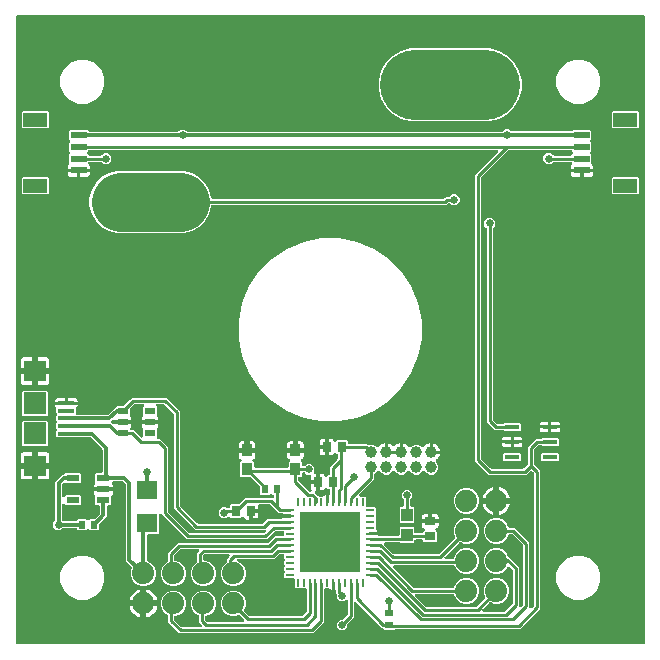
<source format=gbr>
G04 EAGLE Gerber RS-274X export*
G75*
%MOMM*%
%FSLAX34Y34*%
%LPD*%
%INBottom Copper*%
%IPPOS*%
%AMOC8*
5,1,8,0,0,1.08239X$1,22.5*%
G01*
%ADD10C,5.016000*%
%ADD11C,5.916000*%
%ADD12R,2.000000X1.200000*%
%ADD13R,1.350000X0.600000*%
%ADD14R,1.400000X0.350000*%
%ADD15R,1.900000X1.800000*%
%ADD16R,1.900000X1.900000*%
%ADD17R,1.219200X0.406400*%
%ADD18R,5.150000X5.150000*%
%ADD19R,0.700000X0.250000*%
%ADD20R,0.250000X0.700000*%
%ADD21R,0.600000X0.700000*%
%ADD22R,0.700000X0.900000*%
%ADD23R,0.900000X0.700000*%
%ADD24R,1.000000X1.100000*%
%ADD25C,1.000000*%
%ADD26R,0.900000X1.000000*%
%ADD27R,0.700000X0.600000*%
%ADD28R,0.900000X0.600000*%
%ADD29R,1.800000X1.600000*%
%ADD30R,1.100000X0.600000*%
%ADD31C,1.879600*%
%ADD32C,0.254000*%
%ADD33C,0.654800*%
%ADD34C,0.304800*%

G36*
X535118Y3746D02*
X535118Y3746D01*
X535237Y3753D01*
X535275Y3766D01*
X535316Y3771D01*
X535426Y3814D01*
X535539Y3851D01*
X535574Y3873D01*
X535611Y3888D01*
X535707Y3958D01*
X535808Y4021D01*
X535836Y4051D01*
X535869Y4074D01*
X535945Y4166D01*
X536026Y4253D01*
X536046Y4288D01*
X536071Y4319D01*
X536122Y4427D01*
X536180Y4531D01*
X536190Y4571D01*
X536207Y4607D01*
X536229Y4724D01*
X536259Y4839D01*
X536263Y4900D01*
X536267Y4920D01*
X536265Y4940D01*
X536269Y5000D01*
X536269Y535000D01*
X536254Y535118D01*
X536247Y535237D01*
X536234Y535275D01*
X536229Y535316D01*
X536186Y535426D01*
X536149Y535539D01*
X536127Y535574D01*
X536112Y535611D01*
X536043Y535707D01*
X535979Y535808D01*
X535949Y535836D01*
X535926Y535869D01*
X535834Y535945D01*
X535747Y536026D01*
X535712Y536046D01*
X535681Y536071D01*
X535573Y536122D01*
X535469Y536180D01*
X535429Y536190D01*
X535393Y536207D01*
X535276Y536229D01*
X535161Y536259D01*
X535101Y536263D01*
X535081Y536267D01*
X535060Y536265D01*
X535000Y536269D01*
X5000Y536269D01*
X4882Y536254D01*
X4763Y536247D01*
X4725Y536234D01*
X4684Y536229D01*
X4574Y536186D01*
X4461Y536149D01*
X4426Y536127D01*
X4389Y536112D01*
X4293Y536043D01*
X4192Y535979D01*
X4164Y535949D01*
X4131Y535926D01*
X4056Y535834D01*
X3974Y535747D01*
X3954Y535712D01*
X3929Y535681D01*
X3878Y535573D01*
X3820Y535469D01*
X3810Y535429D01*
X3793Y535393D01*
X3771Y535276D01*
X3741Y535161D01*
X3737Y535101D01*
X3733Y535081D01*
X3735Y535060D01*
X3731Y535000D01*
X3731Y5000D01*
X3746Y4882D01*
X3753Y4763D01*
X3766Y4725D01*
X3771Y4684D01*
X3814Y4574D01*
X3851Y4461D01*
X3873Y4426D01*
X3888Y4389D01*
X3958Y4293D01*
X4021Y4192D01*
X4051Y4164D01*
X4074Y4131D01*
X4166Y4056D01*
X4253Y3974D01*
X4288Y3954D01*
X4319Y3929D01*
X4427Y3878D01*
X4531Y3820D01*
X4571Y3810D01*
X4607Y3793D01*
X4724Y3771D01*
X4839Y3741D01*
X4900Y3737D01*
X4920Y3733D01*
X4940Y3735D01*
X5000Y3731D01*
X535000Y3731D01*
X535118Y3746D01*
G37*
%LPC*%
G36*
X142262Y12953D02*
X142262Y12953D01*
X132459Y22756D01*
X132459Y27909D01*
X132456Y27939D01*
X132458Y27968D01*
X132436Y28096D01*
X132419Y28225D01*
X132409Y28252D01*
X132404Y28281D01*
X132350Y28400D01*
X132302Y28520D01*
X132285Y28544D01*
X132273Y28571D01*
X132192Y28673D01*
X132116Y28778D01*
X132093Y28797D01*
X132074Y28820D01*
X131971Y28898D01*
X131871Y28981D01*
X131844Y28993D01*
X131820Y29011D01*
X131676Y29082D01*
X131257Y29255D01*
X128255Y32257D01*
X126631Y36178D01*
X126631Y40422D01*
X128255Y44343D01*
X131257Y47345D01*
X135178Y48969D01*
X139422Y48969D01*
X143343Y47345D01*
X146345Y44343D01*
X147969Y40422D01*
X147969Y36178D01*
X146345Y32257D01*
X143343Y29255D01*
X139422Y27631D01*
X138810Y27631D01*
X138692Y27616D01*
X138573Y27609D01*
X138535Y27596D01*
X138494Y27591D01*
X138384Y27548D01*
X138271Y27511D01*
X138236Y27489D01*
X138199Y27474D01*
X138103Y27405D01*
X138002Y27341D01*
X137974Y27311D01*
X137941Y27288D01*
X137865Y27196D01*
X137784Y27109D01*
X137764Y27074D01*
X137739Y27043D01*
X137688Y26935D01*
X137630Y26831D01*
X137620Y26791D01*
X137603Y26755D01*
X137581Y26638D01*
X137551Y26523D01*
X137547Y26463D01*
X137543Y26443D01*
X137545Y26422D01*
X137541Y26362D01*
X137541Y25386D01*
X137553Y25288D01*
X137556Y25189D01*
X137573Y25131D01*
X137581Y25071D01*
X137617Y24979D01*
X137645Y24883D01*
X137675Y24831D01*
X137698Y24775D01*
X137756Y24695D01*
X137806Y24610D01*
X137872Y24534D01*
X137884Y24518D01*
X137894Y24510D01*
X137912Y24489D01*
X143995Y18406D01*
X144073Y18346D01*
X144145Y18278D01*
X144198Y18249D01*
X144246Y18212D01*
X144337Y18172D01*
X144424Y18124D01*
X144482Y18109D01*
X144538Y18085D01*
X144636Y18070D01*
X144731Y18045D01*
X144832Y18039D01*
X144852Y18035D01*
X144864Y18037D01*
X144892Y18035D01*
X160308Y18035D01*
X160446Y18052D01*
X160584Y18065D01*
X160603Y18072D01*
X160623Y18075D01*
X160753Y18126D01*
X160884Y18173D01*
X160900Y18184D01*
X160919Y18192D01*
X161032Y18273D01*
X161147Y18351D01*
X161160Y18367D01*
X161176Y18378D01*
X161265Y18486D01*
X161357Y18590D01*
X161366Y18608D01*
X161379Y18623D01*
X161439Y18749D01*
X161502Y18873D01*
X161506Y18893D01*
X161515Y18911D01*
X161541Y19048D01*
X161571Y19183D01*
X161571Y19204D01*
X161575Y19223D01*
X161566Y19362D01*
X161562Y19501D01*
X161556Y19521D01*
X161555Y19541D01*
X161512Y19673D01*
X161473Y19807D01*
X161463Y19824D01*
X161457Y19843D01*
X161382Y19961D01*
X161312Y20081D01*
X161293Y20102D01*
X161287Y20112D01*
X161272Y20126D01*
X161205Y20201D01*
X160512Y20895D01*
X160511Y20896D01*
X158651Y22756D01*
X158651Y27581D01*
X158648Y27611D01*
X158650Y27640D01*
X158628Y27768D01*
X158611Y27897D01*
X158601Y27924D01*
X158596Y27953D01*
X158542Y28072D01*
X158494Y28192D01*
X158477Y28216D01*
X158465Y28243D01*
X158384Y28345D01*
X158308Y28450D01*
X158285Y28469D01*
X158266Y28492D01*
X158163Y28570D01*
X158063Y28653D01*
X158036Y28665D01*
X158012Y28683D01*
X157868Y28754D01*
X156657Y29255D01*
X153655Y32257D01*
X152031Y36178D01*
X152031Y40422D01*
X153655Y44343D01*
X156657Y47345D01*
X160578Y48969D01*
X164822Y48969D01*
X168743Y47345D01*
X171745Y44343D01*
X173369Y40422D01*
X173369Y36178D01*
X171745Y32257D01*
X168743Y29255D01*
X164769Y27609D01*
X164765Y27609D01*
X164727Y27596D01*
X164686Y27591D01*
X164576Y27548D01*
X164463Y27511D01*
X164428Y27489D01*
X164391Y27474D01*
X164295Y27405D01*
X164194Y27341D01*
X164166Y27311D01*
X164133Y27288D01*
X164057Y27196D01*
X163976Y27109D01*
X163956Y27074D01*
X163931Y27043D01*
X163880Y26935D01*
X163822Y26831D01*
X163812Y26791D01*
X163795Y26755D01*
X163773Y26638D01*
X163743Y26523D01*
X163739Y26463D01*
X163735Y26443D01*
X163737Y26422D01*
X163733Y26362D01*
X163733Y25386D01*
X163745Y25288D01*
X163748Y25189D01*
X163765Y25131D01*
X163773Y25071D01*
X163809Y24979D01*
X163837Y24883D01*
X163867Y24831D01*
X163890Y24775D01*
X163948Y24695D01*
X163998Y24610D01*
X164064Y24534D01*
X164076Y24518D01*
X164086Y24510D01*
X164104Y24489D01*
X165681Y22912D01*
X165759Y22852D01*
X165831Y22784D01*
X165884Y22755D01*
X165932Y22718D01*
X166023Y22678D01*
X166110Y22630D01*
X166168Y22615D01*
X166224Y22591D01*
X166322Y22576D01*
X166417Y22551D01*
X166518Y22545D01*
X166538Y22541D01*
X166550Y22543D01*
X166578Y22541D01*
X195802Y22541D01*
X195939Y22558D01*
X196078Y22571D01*
X196097Y22578D01*
X196117Y22581D01*
X196246Y22632D01*
X196378Y22679D01*
X196394Y22690D01*
X196413Y22698D01*
X196525Y22779D01*
X196641Y22857D01*
X196654Y22873D01*
X196670Y22884D01*
X196759Y22992D01*
X196851Y23096D01*
X196860Y23114D01*
X196873Y23129D01*
X196932Y23255D01*
X196996Y23379D01*
X197000Y23399D01*
X197009Y23417D01*
X197035Y23553D01*
X197065Y23689D01*
X197065Y23710D01*
X197069Y23729D01*
X197060Y23868D01*
X197056Y24007D01*
X197050Y24027D01*
X197049Y24047D01*
X197006Y24179D01*
X196967Y24313D01*
X196957Y24330D01*
X196951Y24349D01*
X196876Y24467D01*
X196806Y24587D01*
X196787Y24608D01*
X196781Y24618D01*
X196766Y24632D01*
X196699Y24707D01*
X193335Y28072D01*
X193311Y28090D01*
X193292Y28113D01*
X193186Y28188D01*
X193083Y28267D01*
X193056Y28279D01*
X193032Y28296D01*
X192911Y28342D01*
X192791Y28394D01*
X192762Y28398D01*
X192735Y28409D01*
X192606Y28423D01*
X192477Y28443D01*
X192448Y28441D01*
X192419Y28444D01*
X192290Y28426D01*
X192161Y28414D01*
X192133Y28404D01*
X192104Y28400D01*
X191951Y28347D01*
X190222Y27631D01*
X185978Y27631D01*
X182057Y29255D01*
X179055Y32257D01*
X177431Y36178D01*
X177431Y40422D01*
X179055Y44343D01*
X182057Y47345D01*
X185978Y48969D01*
X190222Y48969D01*
X194143Y47345D01*
X197145Y44343D01*
X198769Y40422D01*
X198769Y36178D01*
X197232Y32469D01*
X197225Y32440D01*
X197211Y32414D01*
X197183Y32287D01*
X197148Y32162D01*
X197148Y32133D01*
X197142Y32104D01*
X197145Y31974D01*
X197143Y31844D01*
X197150Y31815D01*
X197151Y31786D01*
X197187Y31661D01*
X197218Y31535D01*
X197231Y31509D01*
X197240Y31480D01*
X197305Y31369D01*
X197366Y31254D01*
X197386Y31232D01*
X197401Y31206D01*
X197508Y31086D01*
X200681Y27912D01*
X200759Y27852D01*
X200831Y27784D01*
X200884Y27755D01*
X200932Y27718D01*
X201023Y27678D01*
X201110Y27630D01*
X201168Y27615D01*
X201224Y27591D01*
X201322Y27576D01*
X201417Y27551D01*
X201518Y27545D01*
X201538Y27541D01*
X201550Y27543D01*
X201578Y27541D01*
X245922Y27541D01*
X246020Y27553D01*
X246119Y27556D01*
X246177Y27573D01*
X246237Y27581D01*
X246329Y27617D01*
X246425Y27645D01*
X246477Y27675D01*
X246533Y27698D01*
X246613Y27756D01*
X246698Y27806D01*
X246774Y27872D01*
X246790Y27884D01*
X246798Y27894D01*
X246819Y27912D01*
X249588Y30681D01*
X249648Y30759D01*
X249716Y30831D01*
X249745Y30884D01*
X249782Y30932D01*
X249822Y31023D01*
X249870Y31110D01*
X249885Y31168D01*
X249909Y31224D01*
X249924Y31322D01*
X249949Y31417D01*
X249955Y31518D01*
X249959Y31538D01*
X249957Y31550D01*
X249959Y31578D01*
X249959Y49960D01*
X249944Y50078D01*
X249937Y50197D01*
X249924Y50235D01*
X249919Y50276D01*
X249876Y50386D01*
X249839Y50499D01*
X249817Y50534D01*
X249802Y50571D01*
X249733Y50667D01*
X249669Y50768D01*
X249639Y50796D01*
X249616Y50829D01*
X249524Y50905D01*
X249437Y50986D01*
X249402Y51006D01*
X249371Y51031D01*
X249263Y51082D01*
X249159Y51140D01*
X249119Y51150D01*
X249083Y51167D01*
X248966Y51189D01*
X248851Y51219D01*
X248791Y51223D01*
X248771Y51227D01*
X248750Y51225D01*
X248690Y51229D01*
X245673Y51229D01*
X245646Y51250D01*
X245537Y51298D01*
X245431Y51352D01*
X245392Y51361D01*
X245354Y51377D01*
X245237Y51395D01*
X245121Y51421D01*
X245080Y51420D01*
X245040Y51427D01*
X244922Y51415D01*
X244803Y51412D01*
X244764Y51401D01*
X244724Y51397D01*
X244612Y51356D01*
X244497Y51323D01*
X244462Y51303D01*
X244424Y51289D01*
X244336Y51229D01*
X240724Y51229D01*
X239979Y51974D01*
X239979Y58710D01*
X239964Y58828D01*
X239957Y58947D01*
X239944Y58985D01*
X239939Y59026D01*
X239896Y59136D01*
X239859Y59249D01*
X239837Y59284D01*
X239822Y59321D01*
X239753Y59417D01*
X239689Y59518D01*
X239659Y59546D01*
X239636Y59579D01*
X239544Y59655D01*
X239457Y59736D01*
X239422Y59756D01*
X239391Y59781D01*
X239283Y59832D01*
X239179Y59890D01*
X239139Y59900D01*
X239103Y59917D01*
X238986Y59939D01*
X238871Y59969D01*
X238811Y59973D01*
X238791Y59977D01*
X238770Y59975D01*
X238710Y59979D01*
X231974Y59979D01*
X231229Y60724D01*
X231229Y64327D01*
X231250Y64354D01*
X231298Y64463D01*
X231352Y64569D01*
X231361Y64608D01*
X231377Y64646D01*
X231395Y64763D01*
X231421Y64879D01*
X231420Y64920D01*
X231427Y64960D01*
X231415Y65078D01*
X231412Y65197D01*
X231401Y65236D01*
X231397Y65276D01*
X231356Y65388D01*
X231323Y65503D01*
X231303Y65538D01*
X231289Y65576D01*
X231229Y65664D01*
X231229Y69327D01*
X231250Y69354D01*
X231298Y69463D01*
X231352Y69569D01*
X231361Y69608D01*
X231377Y69646D01*
X231395Y69763D01*
X231421Y69879D01*
X231420Y69920D01*
X231427Y69960D01*
X231415Y70078D01*
X231412Y70197D01*
X231401Y70236D01*
X231397Y70276D01*
X231356Y70388D01*
X231323Y70503D01*
X231303Y70538D01*
X231289Y70576D01*
X231229Y70664D01*
X231229Y74327D01*
X231250Y74354D01*
X231298Y74463D01*
X231352Y74569D01*
X231361Y74608D01*
X231377Y74646D01*
X231395Y74763D01*
X231421Y74879D01*
X231420Y74920D01*
X231427Y74960D01*
X231415Y75078D01*
X231412Y75197D01*
X231401Y75236D01*
X231397Y75276D01*
X231356Y75388D01*
X231323Y75503D01*
X231303Y75538D01*
X231289Y75576D01*
X231229Y75664D01*
X231229Y78690D01*
X231214Y78808D01*
X231207Y78927D01*
X231194Y78965D01*
X231189Y79006D01*
X231146Y79116D01*
X231109Y79229D01*
X231087Y79264D01*
X231072Y79301D01*
X231003Y79397D01*
X230939Y79498D01*
X230909Y79526D01*
X230886Y79559D01*
X230794Y79635D01*
X230707Y79716D01*
X230672Y79736D01*
X230641Y79761D01*
X230533Y79812D01*
X230429Y79870D01*
X230389Y79880D01*
X230353Y79897D01*
X230236Y79919D01*
X230121Y79949D01*
X230061Y79953D01*
X230041Y79957D01*
X230020Y79955D01*
X229960Y79959D01*
X227068Y79959D01*
X226969Y79947D01*
X226870Y79944D01*
X226812Y79927D01*
X226752Y79919D01*
X226660Y79883D01*
X226565Y79855D01*
X226513Y79825D01*
X226456Y79802D01*
X226376Y79744D01*
X226291Y79694D01*
X226216Y79628D01*
X226199Y79616D01*
X226191Y79606D01*
X226170Y79588D01*
X222786Y76203D01*
X192174Y76203D01*
X192105Y76195D01*
X192035Y76196D01*
X191948Y76175D01*
X191859Y76163D01*
X191794Y76138D01*
X191726Y76121D01*
X191646Y76079D01*
X191563Y76046D01*
X191507Y76005D01*
X191445Y75973D01*
X191378Y75912D01*
X191306Y75860D01*
X191261Y75806D01*
X191209Y75759D01*
X191160Y75684D01*
X191103Y75615D01*
X191073Y75551D01*
X191035Y75493D01*
X191005Y75408D01*
X190967Y75327D01*
X190954Y75258D01*
X190931Y75192D01*
X190924Y75103D01*
X190907Y75015D01*
X190912Y74945D01*
X190906Y74875D01*
X190922Y74787D01*
X190927Y74697D01*
X190949Y74631D01*
X190961Y74562D01*
X190998Y74480D01*
X191025Y74395D01*
X191063Y74336D01*
X191091Y74272D01*
X191147Y74202D01*
X191195Y74126D01*
X191246Y74078D01*
X191290Y74024D01*
X191362Y73969D01*
X191427Y73908D01*
X191488Y73874D01*
X191544Y73832D01*
X191688Y73761D01*
X194143Y72745D01*
X197145Y69743D01*
X198769Y65822D01*
X198769Y61578D01*
X197145Y57657D01*
X194143Y54655D01*
X190222Y53031D01*
X185978Y53031D01*
X182057Y54655D01*
X179055Y57657D01*
X177431Y61578D01*
X177431Y65822D01*
X179055Y69743D01*
X182088Y72775D01*
X182148Y72854D01*
X182216Y72926D01*
X182245Y72979D01*
X182282Y73027D01*
X182322Y73118D01*
X182370Y73204D01*
X182385Y73263D01*
X182409Y73319D01*
X182424Y73416D01*
X182449Y73512D01*
X182455Y73612D01*
X182459Y73633D01*
X182457Y73645D01*
X182459Y73673D01*
X182459Y76052D01*
X184319Y77912D01*
X184319Y77913D01*
X184507Y78100D01*
X184592Y78210D01*
X184681Y78317D01*
X184690Y78336D01*
X184702Y78352D01*
X184758Y78480D01*
X184817Y78605D01*
X184821Y78625D01*
X184829Y78644D01*
X184850Y78781D01*
X184877Y78918D01*
X184875Y78938D01*
X184878Y78958D01*
X184865Y79096D01*
X184857Y79235D01*
X184851Y79254D01*
X184849Y79274D01*
X184802Y79405D01*
X184759Y79537D01*
X184748Y79555D01*
X184741Y79574D01*
X184663Y79688D01*
X184589Y79806D01*
X184574Y79820D01*
X184563Y79837D01*
X184458Y79929D01*
X184357Y80024D01*
X184339Y80034D01*
X184324Y80047D01*
X184200Y80110D01*
X184079Y80178D01*
X184059Y80183D01*
X184041Y80192D01*
X183905Y80222D01*
X183771Y80257D01*
X183743Y80259D01*
X183731Y80262D01*
X183710Y80261D01*
X183610Y80267D01*
X164386Y80267D01*
X164288Y80255D01*
X164189Y80252D01*
X164131Y80235D01*
X164071Y80227D01*
X163979Y80191D01*
X163883Y80163D01*
X163831Y80133D01*
X163775Y80110D01*
X163695Y80052D01*
X163610Y80002D01*
X163534Y79936D01*
X163518Y79924D01*
X163510Y79914D01*
X163489Y79896D01*
X162912Y79319D01*
X162852Y79241D01*
X162784Y79169D01*
X162755Y79116D01*
X162718Y79068D01*
X162678Y78977D01*
X162630Y78890D01*
X162615Y78832D01*
X162591Y78776D01*
X162576Y78678D01*
X162551Y78583D01*
X162545Y78482D01*
X162541Y78462D01*
X162543Y78450D01*
X162541Y78422D01*
X162541Y75638D01*
X162556Y75520D01*
X162563Y75401D01*
X162576Y75363D01*
X162581Y75322D01*
X162624Y75212D01*
X162661Y75099D01*
X162683Y75064D01*
X162698Y75027D01*
X162767Y74931D01*
X162831Y74830D01*
X162861Y74802D01*
X162884Y74769D01*
X162976Y74693D01*
X163063Y74612D01*
X163098Y74592D01*
X163129Y74567D01*
X163237Y74516D01*
X163341Y74458D01*
X163381Y74448D01*
X163417Y74431D01*
X163534Y74409D01*
X163649Y74379D01*
X163709Y74375D01*
X163729Y74371D01*
X163750Y74373D01*
X163810Y74369D01*
X164822Y74369D01*
X168743Y72745D01*
X171745Y69743D01*
X173369Y65822D01*
X173369Y61578D01*
X171745Y57657D01*
X168743Y54655D01*
X164822Y53031D01*
X160578Y53031D01*
X156657Y54655D01*
X153655Y57657D01*
X152031Y61578D01*
X152031Y65822D01*
X153655Y69743D01*
X156657Y72745D01*
X156676Y72752D01*
X156701Y72767D01*
X156729Y72776D01*
X156839Y72846D01*
X156952Y72910D01*
X156973Y72931D01*
X156998Y72946D01*
X157087Y73041D01*
X157180Y73131D01*
X157196Y73156D01*
X157216Y73178D01*
X157279Y73292D01*
X157347Y73402D01*
X157355Y73431D01*
X157370Y73456D01*
X157402Y73582D01*
X157440Y73706D01*
X157442Y73736D01*
X157449Y73764D01*
X157459Y73925D01*
X157459Y81052D01*
X158571Y82165D01*
X158656Y82274D01*
X158745Y82381D01*
X158754Y82400D01*
X158766Y82416D01*
X158822Y82543D01*
X158881Y82669D01*
X158885Y82689D01*
X158893Y82708D01*
X158915Y82846D01*
X158941Y82982D01*
X158939Y83002D01*
X158943Y83022D01*
X158929Y83161D01*
X158921Y83299D01*
X158915Y83318D01*
X158913Y83338D01*
X158866Y83470D01*
X158823Y83601D01*
X158812Y83619D01*
X158805Y83638D01*
X158727Y83753D01*
X158653Y83870D01*
X158638Y83884D01*
X158627Y83901D01*
X158522Y83993D01*
X158421Y84088D01*
X158403Y84098D01*
X158388Y84111D01*
X158264Y84175D01*
X158143Y84242D01*
X158123Y84247D01*
X158105Y84256D01*
X157969Y84286D01*
X157835Y84321D01*
X157807Y84323D01*
X157795Y84326D01*
X157774Y84325D01*
X157674Y84331D01*
X143450Y84331D01*
X143352Y84319D01*
X143253Y84316D01*
X143195Y84299D01*
X143135Y84291D01*
X143043Y84255D01*
X142947Y84227D01*
X142895Y84197D01*
X142839Y84174D01*
X142759Y84116D01*
X142674Y84066D01*
X142598Y84000D01*
X142582Y83988D01*
X142574Y83978D01*
X142553Y83960D01*
X137912Y79319D01*
X137852Y79241D01*
X137784Y79169D01*
X137755Y79116D01*
X137718Y79068D01*
X137678Y78977D01*
X137630Y78890D01*
X137615Y78832D01*
X137591Y78776D01*
X137576Y78678D01*
X137551Y78583D01*
X137545Y78482D01*
X137541Y78462D01*
X137543Y78450D01*
X137541Y78422D01*
X137541Y75638D01*
X137556Y75520D01*
X137563Y75401D01*
X137576Y75363D01*
X137581Y75322D01*
X137624Y75212D01*
X137661Y75099D01*
X137683Y75064D01*
X137698Y75027D01*
X137767Y74931D01*
X137831Y74830D01*
X137861Y74802D01*
X137884Y74769D01*
X137976Y74693D01*
X138063Y74612D01*
X138098Y74592D01*
X138129Y74567D01*
X138237Y74516D01*
X138341Y74458D01*
X138381Y74448D01*
X138417Y74431D01*
X138534Y74409D01*
X138649Y74379D01*
X138709Y74375D01*
X138729Y74371D01*
X138750Y74373D01*
X138810Y74369D01*
X139422Y74369D01*
X143343Y72745D01*
X146345Y69743D01*
X147969Y65822D01*
X147969Y61578D01*
X146345Y57657D01*
X143343Y54655D01*
X139422Y53031D01*
X135178Y53031D01*
X131257Y54655D01*
X128255Y57657D01*
X126631Y61578D01*
X126631Y65822D01*
X128255Y69743D01*
X131257Y72745D01*
X131676Y72918D01*
X131701Y72933D01*
X131729Y72942D01*
X131839Y73011D01*
X131952Y73076D01*
X131973Y73096D01*
X131998Y73112D01*
X132087Y73207D01*
X132180Y73297D01*
X132196Y73322D01*
X132216Y73344D01*
X132279Y73457D01*
X132347Y73568D01*
X132355Y73596D01*
X132370Y73622D01*
X132402Y73748D01*
X132440Y73872D01*
X132442Y73901D01*
X132449Y73930D01*
X132459Y74091D01*
X132459Y81052D01*
X140820Y89413D01*
X216789Y89413D01*
X216887Y89425D01*
X216986Y89428D01*
X217044Y89445D01*
X217104Y89453D01*
X217196Y89489D01*
X217291Y89517D01*
X217343Y89547D01*
X217400Y89570D01*
X217480Y89628D01*
X217565Y89678D01*
X217641Y89744D01*
X217657Y89756D01*
X217665Y89766D01*
X217686Y89784D01*
X222942Y95041D01*
X229960Y95041D01*
X230078Y95056D01*
X230197Y95063D01*
X230235Y95076D01*
X230276Y95081D01*
X230386Y95124D01*
X230499Y95161D01*
X230534Y95183D01*
X230571Y95198D01*
X230667Y95267D01*
X230768Y95331D01*
X230796Y95361D01*
X230829Y95384D01*
X230905Y95476D01*
X230986Y95563D01*
X231006Y95598D01*
X231031Y95629D01*
X231082Y95737D01*
X231140Y95841D01*
X231150Y95881D01*
X231167Y95917D01*
X231189Y96034D01*
X231219Y96149D01*
X231223Y96209D01*
X231227Y96229D01*
X231225Y96250D01*
X231229Y96310D01*
X231229Y98690D01*
X231214Y98808D01*
X231207Y98927D01*
X231194Y98965D01*
X231189Y99006D01*
X231146Y99116D01*
X231109Y99229D01*
X231087Y99264D01*
X231072Y99301D01*
X231003Y99397D01*
X230939Y99498D01*
X230909Y99526D01*
X230886Y99559D01*
X230794Y99635D01*
X230707Y99716D01*
X230672Y99736D01*
X230641Y99761D01*
X230533Y99812D01*
X230429Y99870D01*
X230389Y99880D01*
X230353Y99897D01*
X230236Y99919D01*
X230121Y99949D01*
X230061Y99953D01*
X230041Y99957D01*
X230020Y99955D01*
X229960Y99959D01*
X224078Y99959D01*
X223980Y99947D01*
X223881Y99944D01*
X223823Y99927D01*
X223763Y99919D01*
X223671Y99883D01*
X223575Y99855D01*
X223523Y99825D01*
X223467Y99802D01*
X223387Y99744D01*
X223302Y99694D01*
X223226Y99628D01*
X223210Y99616D01*
X223202Y99606D01*
X223181Y99588D01*
X216052Y92459D01*
X148948Y92459D01*
X127437Y113969D01*
X127328Y114055D01*
X127221Y114143D01*
X127202Y114152D01*
X127186Y114164D01*
X127058Y114220D01*
X126933Y114279D01*
X126913Y114283D01*
X126894Y114291D01*
X126756Y114313D01*
X126620Y114339D01*
X126600Y114337D01*
X126580Y114341D01*
X126441Y114327D01*
X126303Y114319D01*
X126284Y114313D01*
X126264Y114311D01*
X126132Y114264D01*
X126001Y114221D01*
X125983Y114210D01*
X125964Y114203D01*
X125849Y114125D01*
X125732Y114051D01*
X125718Y114036D01*
X125701Y114025D01*
X125609Y113920D01*
X125514Y113819D01*
X125504Y113801D01*
X125491Y113786D01*
X125427Y113662D01*
X125360Y113541D01*
X125355Y113521D01*
X125346Y113503D01*
X125316Y113367D01*
X125281Y113233D01*
X125279Y113205D01*
X125276Y113193D01*
X125277Y113172D01*
X125271Y113072D01*
X125271Y97474D01*
X124526Y96729D01*
X115964Y96729D01*
X115846Y96714D01*
X115727Y96707D01*
X115689Y96694D01*
X115648Y96689D01*
X115538Y96646D01*
X115425Y96609D01*
X115390Y96587D01*
X115353Y96572D01*
X115257Y96503D01*
X115156Y96439D01*
X115128Y96409D01*
X115095Y96386D01*
X115019Y96294D01*
X114938Y96207D01*
X114918Y96172D01*
X114893Y96141D01*
X114842Y96033D01*
X114784Y95929D01*
X114774Y95889D01*
X114757Y95853D01*
X114735Y95736D01*
X114705Y95621D01*
X114701Y95561D01*
X114697Y95541D01*
X114699Y95520D01*
X114695Y95460D01*
X114695Y74938D01*
X114698Y74909D01*
X114696Y74880D01*
X114718Y74751D01*
X114735Y74623D01*
X114745Y74595D01*
X114750Y74566D01*
X114804Y74448D01*
X114852Y74327D01*
X114869Y74303D01*
X114881Y74276D01*
X114962Y74175D01*
X115038Y74070D01*
X115061Y74051D01*
X115080Y74028D01*
X115183Y73950D01*
X115283Y73867D01*
X115310Y73854D01*
X115334Y73837D01*
X115478Y73766D01*
X117943Y72745D01*
X120945Y69743D01*
X122569Y65822D01*
X122569Y61578D01*
X120945Y57657D01*
X117943Y54655D01*
X114022Y53031D01*
X109778Y53031D01*
X105857Y54655D01*
X102855Y57657D01*
X101231Y61578D01*
X101231Y65822D01*
X102194Y68146D01*
X102202Y68174D01*
X102215Y68201D01*
X102243Y68327D01*
X102278Y68453D01*
X102278Y68482D01*
X102285Y68511D01*
X102281Y68641D01*
X102283Y68771D01*
X102276Y68799D01*
X102275Y68829D01*
X102239Y68953D01*
X102209Y69080D01*
X102195Y69106D01*
X102187Y69134D01*
X102121Y69246D01*
X102060Y69361D01*
X102040Y69383D01*
X102025Y69408D01*
X101919Y69529D01*
X97205Y74242D01*
X97205Y138317D01*
X97193Y138415D01*
X97190Y138514D01*
X97173Y138572D01*
X97165Y138632D01*
X97129Y138724D01*
X97101Y138819D01*
X97071Y138872D01*
X97048Y138928D01*
X96990Y139008D01*
X96940Y139093D01*
X96874Y139169D01*
X96862Y139185D01*
X96852Y139193D01*
X96834Y139214D01*
X94714Y141334D01*
X94636Y141394D01*
X94564Y141462D01*
X94511Y141491D01*
X94463Y141528D01*
X94372Y141568D01*
X94285Y141616D01*
X94227Y141631D01*
X94171Y141655D01*
X94073Y141670D01*
X93977Y141695D01*
X93877Y141701D01*
X93857Y141705D01*
X93845Y141703D01*
X93817Y141705D01*
X86452Y141705D01*
X86314Y141688D01*
X86176Y141675D01*
X86157Y141668D01*
X86137Y141665D01*
X86007Y141614D01*
X85876Y141567D01*
X85860Y141556D01*
X85841Y141548D01*
X85728Y141467D01*
X85613Y141388D01*
X85600Y141373D01*
X85584Y141362D01*
X85494Y141254D01*
X85403Y141150D01*
X85394Y141132D01*
X85381Y141117D01*
X85321Y140990D01*
X85258Y140867D01*
X85254Y140847D01*
X85245Y140829D01*
X85219Y140693D01*
X85189Y140556D01*
X85189Y140536D01*
X85185Y140517D01*
X85194Y140378D01*
X85198Y140239D01*
X85204Y140219D01*
X85205Y140199D01*
X85248Y140067D01*
X85287Y139933D01*
X85297Y139916D01*
X85303Y139897D01*
X85377Y139779D01*
X85448Y139659D01*
X85467Y139638D01*
X85473Y139628D01*
X85488Y139614D01*
X85528Y139568D01*
X85868Y138981D01*
X86041Y138334D01*
X86041Y136499D01*
X78230Y136499D01*
X78112Y136484D01*
X77993Y136477D01*
X77986Y136475D01*
X77930Y136489D01*
X77870Y136493D01*
X77850Y136497D01*
X77830Y136495D01*
X77770Y136499D01*
X69959Y136499D01*
X69959Y138334D01*
X70132Y138981D01*
X70467Y139560D01*
X70858Y139951D01*
X70918Y140029D01*
X70986Y140101D01*
X71015Y140154D01*
X71052Y140202D01*
X71092Y140293D01*
X71140Y140380D01*
X71155Y140438D01*
X71179Y140494D01*
X71194Y140592D01*
X71219Y140687D01*
X71225Y140787D01*
X71229Y140808D01*
X71227Y140820D01*
X71229Y140848D01*
X71229Y148026D01*
X71974Y148771D01*
X75936Y148771D01*
X76054Y148786D01*
X76173Y148793D01*
X76211Y148806D01*
X76252Y148811D01*
X76362Y148854D01*
X76475Y148891D01*
X76510Y148913D01*
X76547Y148928D01*
X76643Y148997D01*
X76744Y149061D01*
X76772Y149091D01*
X76805Y149114D01*
X76881Y149206D01*
X76962Y149293D01*
X76982Y149328D01*
X77007Y149359D01*
X77058Y149467D01*
X77116Y149571D01*
X77126Y149611D01*
X77143Y149647D01*
X77165Y149764D01*
X77195Y149879D01*
X77199Y149939D01*
X77203Y149959D01*
X77201Y149980D01*
X77205Y150040D01*
X77205Y168317D01*
X77193Y168415D01*
X77190Y168514D01*
X77173Y168572D01*
X77165Y168632D01*
X77129Y168724D01*
X77101Y168819D01*
X77071Y168872D01*
X77048Y168928D01*
X76990Y169008D01*
X76940Y169093D01*
X76874Y169169D01*
X76862Y169185D01*
X76852Y169193D01*
X76834Y169214D01*
X67214Y178834D01*
X67136Y178894D01*
X67064Y178962D01*
X67011Y178991D01*
X66963Y179028D01*
X66872Y179068D01*
X66785Y179116D01*
X66727Y179131D01*
X66671Y179155D01*
X66573Y179170D01*
X66477Y179195D01*
X66377Y179201D01*
X66357Y179205D01*
X66345Y179203D01*
X66317Y179205D01*
X54778Y179205D01*
X54680Y179193D01*
X54581Y179190D01*
X54523Y179173D01*
X54463Y179165D01*
X54370Y179129D01*
X54275Y179101D01*
X54223Y179071D01*
X54167Y179048D01*
X54087Y178990D01*
X54068Y178979D01*
X38974Y178979D01*
X38229Y179724D01*
X38229Y184276D01*
X38305Y184353D01*
X38378Y184447D01*
X38457Y184536D01*
X38476Y184572D01*
X38500Y184604D01*
X38548Y184713D01*
X38602Y184819D01*
X38611Y184859D01*
X38627Y184896D01*
X38645Y185013D01*
X38671Y185129D01*
X38670Y185170D01*
X38677Y185210D01*
X38665Y185329D01*
X38662Y185447D01*
X38651Y185486D01*
X38647Y185526D01*
X38606Y185639D01*
X38573Y185753D01*
X38553Y185788D01*
X38539Y185826D01*
X38472Y185924D01*
X38412Y186027D01*
X38372Y186072D01*
X38361Y186089D01*
X38345Y186102D01*
X38305Y186148D01*
X38229Y186224D01*
X38229Y190776D01*
X38305Y190852D01*
X38378Y190947D01*
X38457Y191036D01*
X38476Y191072D01*
X38500Y191104D01*
X38548Y191213D01*
X38602Y191319D01*
X38611Y191359D01*
X38627Y191396D01*
X38645Y191513D01*
X38671Y191629D01*
X38670Y191670D01*
X38677Y191710D01*
X38665Y191828D01*
X38662Y191947D01*
X38651Y191986D01*
X38647Y192026D01*
X38606Y192139D01*
X38573Y192253D01*
X38553Y192287D01*
X38539Y192326D01*
X38472Y192424D01*
X38412Y192527D01*
X38372Y192572D01*
X38361Y192589D01*
X38345Y192602D01*
X38305Y192647D01*
X38229Y192724D01*
X38229Y197276D01*
X38305Y197352D01*
X38378Y197447D01*
X38457Y197536D01*
X38476Y197572D01*
X38500Y197604D01*
X38548Y197713D01*
X38602Y197819D01*
X38611Y197859D01*
X38627Y197896D01*
X38645Y198013D01*
X38671Y198129D01*
X38670Y198170D01*
X38677Y198210D01*
X38665Y198328D01*
X38662Y198447D01*
X38651Y198486D01*
X38647Y198526D01*
X38606Y198639D01*
X38573Y198753D01*
X38553Y198787D01*
X38539Y198826D01*
X38472Y198924D01*
X38412Y199027D01*
X38372Y199072D01*
X38361Y199089D01*
X38345Y199102D01*
X38305Y199147D01*
X38229Y199224D01*
X38229Y203402D01*
X38217Y203500D01*
X38214Y203599D01*
X38197Y203657D01*
X38189Y203717D01*
X38153Y203809D01*
X38125Y203905D01*
X38095Y203957D01*
X38072Y204013D01*
X38014Y204093D01*
X37964Y204179D01*
X37898Y204254D01*
X37886Y204270D01*
X37876Y204278D01*
X37858Y204299D01*
X37467Y204690D01*
X37132Y205269D01*
X36959Y205916D01*
X36959Y206731D01*
X46500Y206731D01*
X56041Y206731D01*
X56041Y205916D01*
X55868Y205269D01*
X55533Y204690D01*
X55142Y204299D01*
X55082Y204221D01*
X55014Y204149D01*
X54985Y204096D01*
X54948Y204048D01*
X54908Y203957D01*
X54860Y203870D01*
X54845Y203812D01*
X54821Y203756D01*
X54806Y203658D01*
X54781Y203563D01*
X54775Y203463D01*
X54771Y203442D01*
X54773Y203430D01*
X54771Y203402D01*
X54771Y199064D01*
X54786Y198946D01*
X54793Y198827D01*
X54806Y198789D01*
X54811Y198748D01*
X54854Y198638D01*
X54891Y198525D01*
X54913Y198490D01*
X54928Y198453D01*
X54997Y198357D01*
X55061Y198256D01*
X55091Y198228D01*
X55114Y198195D01*
X55206Y198119D01*
X55293Y198038D01*
X55328Y198018D01*
X55359Y197993D01*
X55467Y197942D01*
X55571Y197884D01*
X55611Y197874D01*
X55647Y197857D01*
X55764Y197835D01*
X55879Y197805D01*
X55939Y197801D01*
X55959Y197797D01*
X55980Y197799D01*
X56040Y197795D01*
X81317Y197795D01*
X81415Y197807D01*
X81514Y197810D01*
X81572Y197827D01*
X81632Y197835D01*
X81724Y197871D01*
X81819Y197899D01*
X81872Y197929D01*
X81928Y197952D01*
X82008Y198010D01*
X82093Y198060D01*
X82169Y198126D01*
X82185Y198138D01*
X82193Y198148D01*
X82214Y198166D01*
X88358Y204310D01*
X88418Y204388D01*
X88486Y204460D01*
X88515Y204513D01*
X88552Y204561D01*
X88592Y204652D01*
X88640Y204739D01*
X88655Y204797D01*
X88679Y204853D01*
X88694Y204951D01*
X88708Y205006D01*
X89474Y205771D01*
X94652Y205771D01*
X94750Y205783D01*
X94849Y205786D01*
X94907Y205803D01*
X94967Y205811D01*
X95059Y205847D01*
X95155Y205875D01*
X95207Y205905D01*
X95263Y205928D01*
X95343Y205986D01*
X95429Y206036D01*
X95504Y206102D01*
X95520Y206114D01*
X95528Y206124D01*
X95549Y206142D01*
X100088Y210681D01*
X101948Y212541D01*
X131052Y212541D01*
X142541Y201052D01*
X142541Y121578D01*
X142553Y121480D01*
X142556Y121381D01*
X142573Y121323D01*
X142581Y121263D01*
X142617Y121171D01*
X142645Y121075D01*
X142675Y121023D01*
X142698Y120967D01*
X142756Y120887D01*
X142806Y120802D01*
X142872Y120726D01*
X142884Y120710D01*
X142894Y120702D01*
X142912Y120681D01*
X157257Y106336D01*
X157335Y106276D01*
X157407Y106208D01*
X157460Y106179D01*
X157508Y106142D01*
X157599Y106102D01*
X157686Y106054D01*
X157744Y106039D01*
X157800Y106015D01*
X157898Y106000D01*
X157993Y105975D01*
X158094Y105969D01*
X158114Y105965D01*
X158126Y105967D01*
X158154Y105965D01*
X212593Y105965D01*
X212691Y105977D01*
X212790Y105980D01*
X212849Y105997D01*
X212909Y106005D01*
X213001Y106041D01*
X213096Y106069D01*
X213148Y106099D01*
X213204Y106122D01*
X213285Y106180D01*
X213370Y106230D01*
X213445Y106296D01*
X213462Y106308D01*
X213470Y106318D01*
X213491Y106336D01*
X217195Y110041D01*
X228690Y110041D01*
X228808Y110056D01*
X228927Y110063D01*
X228965Y110076D01*
X229006Y110081D01*
X229116Y110124D01*
X229229Y110161D01*
X229264Y110183D01*
X229301Y110198D01*
X229397Y110267D01*
X229498Y110331D01*
X229526Y110361D01*
X229559Y110384D01*
X229635Y110476D01*
X229716Y110563D01*
X229736Y110598D01*
X229761Y110629D01*
X229812Y110737D01*
X229870Y110841D01*
X229880Y110881D01*
X229897Y110917D01*
X229919Y111034D01*
X229949Y111149D01*
X229953Y111209D01*
X229957Y111229D01*
X229957Y111231D01*
X236000Y111231D01*
X236118Y111246D01*
X236237Y111253D01*
X236275Y111265D01*
X236315Y111270D01*
X236426Y111314D01*
X236539Y111351D01*
X236573Y111373D01*
X236611Y111387D01*
X236707Y111457D01*
X236808Y111521D01*
X236836Y111551D01*
X236868Y111574D01*
X236944Y111666D01*
X237026Y111753D01*
X237045Y111788D01*
X237071Y111819D01*
X237122Y111927D01*
X237179Y112031D01*
X237189Y112070D01*
X237207Y112107D01*
X237229Y112224D01*
X237259Y112339D01*
X237263Y112399D01*
X237266Y112419D01*
X237266Y112420D01*
X237265Y112440D01*
X237269Y112500D01*
X237254Y112618D01*
X237247Y112737D01*
X237234Y112775D01*
X237229Y112816D01*
X237185Y112926D01*
X237149Y113040D01*
X237127Y113074D01*
X237112Y113111D01*
X237042Y113208D01*
X236978Y113308D01*
X236949Y113336D01*
X236925Y113369D01*
X236833Y113445D01*
X236747Y113526D01*
X236711Y113546D01*
X236680Y113572D01*
X236573Y113622D01*
X236468Y113680D01*
X236429Y113690D01*
X236393Y113707D01*
X236276Y113729D01*
X236160Y113759D01*
X236100Y113763D01*
X236080Y113767D01*
X236060Y113766D01*
X236000Y113769D01*
X229949Y113769D01*
X229944Y113808D01*
X229937Y113927D01*
X229924Y113965D01*
X229919Y114006D01*
X229876Y114116D01*
X229839Y114229D01*
X229817Y114264D01*
X229802Y114301D01*
X229733Y114397D01*
X229669Y114498D01*
X229639Y114526D01*
X229616Y114559D01*
X229524Y114634D01*
X229437Y114716D01*
X229402Y114736D01*
X229371Y114761D01*
X229263Y114812D01*
X229159Y114870D01*
X229119Y114880D01*
X229083Y114897D01*
X228966Y114919D01*
X228851Y114949D01*
X228791Y114953D01*
X228771Y114957D01*
X228750Y114955D01*
X228690Y114959D01*
X226448Y114959D01*
X222088Y119319D01*
X219319Y122088D01*
X219241Y122148D01*
X219169Y122216D01*
X219116Y122245D01*
X219068Y122282D01*
X218977Y122322D01*
X218890Y122370D01*
X218832Y122385D01*
X218776Y122409D01*
X218678Y122424D01*
X218583Y122449D01*
X218483Y122455D01*
X218462Y122459D01*
X218450Y122457D01*
X218422Y122459D01*
X210310Y122459D01*
X210192Y122444D01*
X210073Y122437D01*
X210035Y122424D01*
X209994Y122419D01*
X209884Y122376D01*
X209771Y122339D01*
X209736Y122317D01*
X209699Y122302D01*
X209603Y122233D01*
X209502Y122169D01*
X209474Y122139D01*
X209441Y122116D01*
X209365Y122024D01*
X209284Y121937D01*
X209264Y121902D01*
X209239Y121871D01*
X209188Y121763D01*
X209130Y121659D01*
X209120Y121619D01*
X209103Y121583D01*
X209081Y121466D01*
X209051Y121351D01*
X209047Y121291D01*
X209043Y121271D01*
X209045Y121250D01*
X209041Y121190D01*
X209041Y118099D01*
X203480Y118099D01*
X203362Y118084D01*
X203243Y118077D01*
X203205Y118064D01*
X203165Y118059D01*
X203054Y118016D01*
X202941Y117979D01*
X202907Y117957D01*
X202869Y117942D01*
X202773Y117873D01*
X202672Y117809D01*
X202644Y117779D01*
X202612Y117756D01*
X202536Y117664D01*
X202454Y117577D01*
X202435Y117542D01*
X202409Y117511D01*
X202358Y117403D01*
X202301Y117299D01*
X202291Y117259D01*
X202273Y117223D01*
X202251Y117106D01*
X202245Y117104D01*
X202204Y117099D01*
X202094Y117055D01*
X201981Y117019D01*
X201946Y116997D01*
X201909Y116982D01*
X201812Y116912D01*
X201712Y116849D01*
X201684Y116819D01*
X201651Y116795D01*
X201575Y116704D01*
X201494Y116617D01*
X201474Y116582D01*
X201449Y116550D01*
X201398Y116443D01*
X201340Y116338D01*
X201330Y116299D01*
X201313Y116263D01*
X201291Y116146D01*
X201261Y116030D01*
X201257Y115970D01*
X201253Y115950D01*
X201255Y115930D01*
X201251Y115870D01*
X201251Y109309D01*
X199166Y109309D01*
X198519Y109482D01*
X197940Y109817D01*
X197467Y110290D01*
X197132Y110869D01*
X197106Y110967D01*
X197056Y111089D01*
X197012Y111214D01*
X196996Y111236D01*
X196986Y111261D01*
X196907Y111367D01*
X196833Y111477D01*
X196813Y111495D01*
X196797Y111517D01*
X196694Y111600D01*
X196595Y111688D01*
X196571Y111700D01*
X196550Y111717D01*
X196429Y111772D01*
X196311Y111832D01*
X196285Y111838D01*
X196260Y111849D01*
X196130Y111873D01*
X196001Y111902D01*
X195974Y111901D01*
X195948Y111906D01*
X195816Y111896D01*
X195683Y111892D01*
X195657Y111885D01*
X195630Y111883D01*
X195505Y111841D01*
X195378Y111804D01*
X195354Y111790D01*
X195329Y111781D01*
X195218Y111709D01*
X195104Y111642D01*
X195075Y111617D01*
X195062Y111608D01*
X195047Y111592D01*
X194983Y111536D01*
X194026Y110579D01*
X185974Y110579D01*
X184888Y111665D01*
X184793Y111738D01*
X184704Y111817D01*
X184668Y111836D01*
X184636Y111860D01*
X184527Y111908D01*
X184421Y111962D01*
X184382Y111971D01*
X184344Y111987D01*
X184227Y112005D01*
X184111Y112031D01*
X184070Y112030D01*
X184030Y112036D01*
X183912Y112025D01*
X183793Y112022D01*
X183754Y112010D01*
X183714Y112007D01*
X183602Y111966D01*
X183487Y111933D01*
X183453Y111913D01*
X183414Y111899D01*
X183316Y111832D01*
X183213Y111772D01*
X183168Y111732D01*
X183151Y111720D01*
X183138Y111705D01*
X183093Y111665D01*
X181882Y110455D01*
X178118Y110455D01*
X175455Y113118D01*
X175455Y116882D01*
X178118Y119545D01*
X181882Y119545D01*
X182165Y119262D01*
X182243Y119202D01*
X182315Y119134D01*
X182368Y119105D01*
X182416Y119068D01*
X182507Y119028D01*
X182594Y118980D01*
X182652Y118965D01*
X182708Y118941D01*
X182806Y118926D01*
X182902Y118901D01*
X183002Y118895D01*
X183022Y118891D01*
X183034Y118893D01*
X183062Y118891D01*
X183960Y118891D01*
X184078Y118906D01*
X184197Y118913D01*
X184235Y118926D01*
X184276Y118931D01*
X184386Y118974D01*
X184499Y119011D01*
X184534Y119033D01*
X184571Y119048D01*
X184667Y119117D01*
X184768Y119181D01*
X184796Y119211D01*
X184829Y119234D01*
X184905Y119326D01*
X184986Y119413D01*
X185006Y119448D01*
X185031Y119479D01*
X185082Y119587D01*
X185140Y119691D01*
X185150Y119731D01*
X185167Y119767D01*
X185189Y119884D01*
X185219Y119999D01*
X185223Y120059D01*
X185227Y120079D01*
X185225Y120100D01*
X185229Y120160D01*
X185229Y121376D01*
X185974Y122121D01*
X191652Y122121D01*
X191750Y122133D01*
X191849Y122136D01*
X191907Y122153D01*
X191967Y122161D01*
X192059Y122197D01*
X192155Y122225D01*
X192207Y122255D01*
X192263Y122278D01*
X192343Y122336D01*
X192428Y122386D01*
X192504Y122452D01*
X192520Y122464D01*
X192528Y122474D01*
X192549Y122492D01*
X197598Y127541D01*
X221190Y127541D01*
X221308Y127556D01*
X221427Y127563D01*
X221465Y127576D01*
X221506Y127581D01*
X221616Y127624D01*
X221729Y127661D01*
X221764Y127683D01*
X221801Y127698D01*
X221897Y127767D01*
X221998Y127831D01*
X222026Y127861D01*
X222059Y127884D01*
X222135Y127976D01*
X222216Y128063D01*
X222236Y128098D01*
X222261Y128129D01*
X222312Y128237D01*
X222370Y128341D01*
X222380Y128381D01*
X222397Y128417D01*
X222419Y128534D01*
X222449Y128649D01*
X222453Y128709D01*
X222457Y128729D01*
X222455Y128750D01*
X222459Y128810D01*
X222459Y128960D01*
X222444Y129078D01*
X222437Y129197D01*
X222424Y129235D01*
X222419Y129276D01*
X222376Y129386D01*
X222339Y129499D01*
X222317Y129534D01*
X222302Y129571D01*
X222233Y129667D01*
X222169Y129768D01*
X222139Y129796D01*
X222116Y129829D01*
X222024Y129905D01*
X221937Y129986D01*
X221902Y130006D01*
X221871Y130031D01*
X221763Y130082D01*
X221659Y130140D01*
X221619Y130150D01*
X221583Y130167D01*
X221525Y130178D01*
X220897Y130805D01*
X220803Y130878D01*
X220714Y130957D01*
X220678Y130976D01*
X220646Y131000D01*
X220537Y131048D01*
X220431Y131102D01*
X220392Y131111D01*
X220354Y131127D01*
X220237Y131145D01*
X220121Y131171D01*
X220080Y131170D01*
X220040Y131177D01*
X219922Y131165D01*
X219803Y131162D01*
X219764Y131151D01*
X219724Y131147D01*
X219612Y131106D01*
X219497Y131073D01*
X219462Y131053D01*
X219424Y131039D01*
X219326Y130972D01*
X219223Y130912D01*
X219178Y130872D01*
X219161Y130861D01*
X219148Y130845D01*
X219102Y130805D01*
X218526Y130229D01*
X211474Y130229D01*
X210729Y130974D01*
X210729Y136652D01*
X210717Y136750D01*
X210714Y136849D01*
X210697Y136907D01*
X210689Y136967D01*
X210653Y137059D01*
X210625Y137155D01*
X210595Y137207D01*
X210572Y137263D01*
X210514Y137343D01*
X210464Y137429D01*
X210398Y137504D01*
X210386Y137520D01*
X210376Y137528D01*
X210358Y137549D01*
X202549Y145358D01*
X202471Y145418D01*
X202399Y145486D01*
X202346Y145515D01*
X202298Y145552D01*
X202207Y145592D01*
X202120Y145640D01*
X202062Y145655D01*
X202006Y145679D01*
X201908Y145694D01*
X201813Y145719D01*
X201712Y145725D01*
X201692Y145729D01*
X201680Y145727D01*
X201652Y145729D01*
X194474Y145729D01*
X193729Y146474D01*
X193729Y157526D01*
X194686Y158483D01*
X194767Y158588D01*
X194852Y158689D01*
X194864Y158713D01*
X194881Y158734D01*
X194933Y158856D01*
X194991Y158975D01*
X194996Y159001D01*
X195007Y159026D01*
X195028Y159157D01*
X195054Y159287D01*
X195053Y159313D01*
X195057Y159340D01*
X195044Y159472D01*
X195038Y159604D01*
X195030Y159630D01*
X195027Y159657D01*
X194982Y159781D01*
X194943Y159908D01*
X194929Y159931D01*
X194919Y159956D01*
X194845Y160065D01*
X194775Y160178D01*
X194756Y160197D01*
X194741Y160219D01*
X194642Y160307D01*
X194546Y160398D01*
X194523Y160412D01*
X194502Y160430D01*
X194384Y160490D01*
X194269Y160555D01*
X194233Y160567D01*
X194219Y160574D01*
X194198Y160579D01*
X194117Y160606D01*
X194019Y160632D01*
X193440Y160967D01*
X192967Y161440D01*
X192632Y162019D01*
X192459Y162666D01*
X192459Y165751D01*
X198520Y165751D01*
X198638Y165766D01*
X198757Y165773D01*
X198795Y165785D01*
X198835Y165791D01*
X198946Y165834D01*
X199059Y165871D01*
X199093Y165893D01*
X199131Y165908D01*
X199227Y165977D01*
X199328Y166041D01*
X199356Y166071D01*
X199388Y166094D01*
X199464Y166186D01*
X199496Y166220D01*
X199501Y166212D01*
X199531Y166184D01*
X199555Y166151D01*
X199646Y166075D01*
X199733Y165994D01*
X199768Y165974D01*
X199800Y165949D01*
X199907Y165898D01*
X200012Y165840D01*
X200051Y165830D01*
X200087Y165813D01*
X200204Y165791D01*
X200320Y165761D01*
X200380Y165757D01*
X200400Y165753D01*
X200420Y165755D01*
X200480Y165751D01*
X206541Y165751D01*
X206541Y162666D01*
X206368Y162019D01*
X206033Y161440D01*
X205560Y160967D01*
X204981Y160632D01*
X204883Y160606D01*
X204761Y160556D01*
X204636Y160512D01*
X204614Y160496D01*
X204589Y160486D01*
X204483Y160407D01*
X204373Y160333D01*
X204355Y160313D01*
X204333Y160297D01*
X204250Y160194D01*
X204162Y160095D01*
X204150Y160071D01*
X204133Y160050D01*
X204078Y159929D01*
X204018Y159811D01*
X204012Y159785D01*
X204001Y159760D01*
X203977Y159630D01*
X203948Y159501D01*
X203949Y159474D01*
X203944Y159448D01*
X203954Y159316D01*
X203958Y159183D01*
X203965Y159157D01*
X203967Y159130D01*
X204009Y159005D01*
X204046Y158878D01*
X204060Y158854D01*
X204069Y158829D01*
X204141Y158718D01*
X204208Y158604D01*
X204233Y158575D01*
X204242Y158562D01*
X204258Y158547D01*
X204314Y158483D01*
X205271Y157526D01*
X205271Y154560D01*
X205286Y154442D01*
X205293Y154323D01*
X205306Y154285D01*
X205311Y154244D01*
X205354Y154134D01*
X205391Y154021D01*
X205413Y153986D01*
X205428Y153949D01*
X205497Y153853D01*
X205561Y153752D01*
X205591Y153724D01*
X205614Y153691D01*
X205706Y153615D01*
X205793Y153534D01*
X205828Y153514D01*
X205859Y153489D01*
X205967Y153438D01*
X206071Y153380D01*
X206111Y153370D01*
X206147Y153353D01*
X206264Y153331D01*
X206379Y153301D01*
X206439Y153297D01*
X206459Y153293D01*
X206480Y153295D01*
X206540Y153291D01*
X233460Y153291D01*
X233578Y153306D01*
X233697Y153313D01*
X233735Y153326D01*
X233776Y153331D01*
X233886Y153374D01*
X233999Y153411D01*
X234034Y153433D01*
X234071Y153448D01*
X234167Y153517D01*
X234268Y153581D01*
X234296Y153611D01*
X234329Y153634D01*
X234405Y153726D01*
X234486Y153813D01*
X234506Y153848D01*
X234531Y153879D01*
X234582Y153987D01*
X234640Y154091D01*
X234650Y154131D01*
X234667Y154167D01*
X234689Y154284D01*
X234719Y154399D01*
X234723Y154459D01*
X234727Y154479D01*
X234725Y154500D01*
X234729Y154560D01*
X234729Y157526D01*
X235686Y158483D01*
X235767Y158588D01*
X235852Y158689D01*
X235864Y158713D01*
X235881Y158734D01*
X235933Y158856D01*
X235991Y158975D01*
X235996Y159001D01*
X236007Y159026D01*
X236028Y159157D01*
X236054Y159287D01*
X236053Y159313D01*
X236057Y159340D01*
X236044Y159472D01*
X236038Y159604D01*
X236030Y159630D01*
X236027Y159657D01*
X235982Y159781D01*
X235943Y159908D01*
X235929Y159931D01*
X235919Y159956D01*
X235845Y160065D01*
X235775Y160178D01*
X235756Y160197D01*
X235741Y160219D01*
X235642Y160307D01*
X235546Y160398D01*
X235523Y160412D01*
X235502Y160430D01*
X235384Y160490D01*
X235269Y160555D01*
X235233Y160567D01*
X235219Y160574D01*
X235198Y160579D01*
X235117Y160606D01*
X235019Y160632D01*
X234440Y160967D01*
X233967Y161440D01*
X233632Y162019D01*
X233459Y162666D01*
X233459Y165751D01*
X239520Y165751D01*
X239638Y165766D01*
X239757Y165773D01*
X239795Y165785D01*
X239835Y165791D01*
X239946Y165834D01*
X240059Y165871D01*
X240093Y165893D01*
X240131Y165908D01*
X240227Y165977D01*
X240328Y166041D01*
X240356Y166071D01*
X240388Y166094D01*
X240464Y166186D01*
X240496Y166220D01*
X240501Y166212D01*
X240531Y166184D01*
X240555Y166151D01*
X240646Y166075D01*
X240733Y165994D01*
X240768Y165974D01*
X240800Y165949D01*
X240907Y165898D01*
X241012Y165840D01*
X241051Y165830D01*
X241087Y165813D01*
X241204Y165791D01*
X241320Y165761D01*
X241380Y165757D01*
X241400Y165753D01*
X241420Y165755D01*
X241480Y165751D01*
X247541Y165751D01*
X247541Y162666D01*
X247368Y162019D01*
X247033Y161440D01*
X246560Y160967D01*
X245981Y160632D01*
X245883Y160606D01*
X245761Y160556D01*
X245636Y160512D01*
X245614Y160496D01*
X245589Y160486D01*
X245483Y160407D01*
X245373Y160333D01*
X245355Y160313D01*
X245333Y160297D01*
X245250Y160194D01*
X245162Y160095D01*
X245150Y160071D01*
X245133Y160050D01*
X245078Y159929D01*
X245018Y159811D01*
X245012Y159785D01*
X245001Y159760D01*
X244977Y159630D01*
X244948Y159501D01*
X244949Y159474D01*
X244944Y159448D01*
X244954Y159316D01*
X244958Y159183D01*
X244965Y159157D01*
X244967Y159130D01*
X245009Y159005D01*
X245046Y158878D01*
X245060Y158854D01*
X245069Y158829D01*
X245141Y158718D01*
X245208Y158604D01*
X245233Y158575D01*
X245242Y158562D01*
X245258Y158547D01*
X245314Y158483D01*
X246271Y157526D01*
X246271Y155810D01*
X246286Y155692D01*
X246293Y155573D01*
X246306Y155535D01*
X246311Y155494D01*
X246354Y155384D01*
X246391Y155271D01*
X246413Y155236D01*
X246428Y155199D01*
X246497Y155103D01*
X246561Y155002D01*
X246591Y154974D01*
X246614Y154941D01*
X246706Y154865D01*
X246793Y154784D01*
X246828Y154764D01*
X246859Y154739D01*
X246967Y154688D01*
X247071Y154630D01*
X247111Y154620D01*
X247147Y154603D01*
X247264Y154581D01*
X247379Y154551D01*
X247439Y154547D01*
X247459Y154543D01*
X247480Y154545D01*
X247540Y154541D01*
X247588Y154541D01*
X247686Y154553D01*
X247785Y154556D01*
X247843Y154573D01*
X247903Y154581D01*
X247995Y154617D01*
X248090Y154645D01*
X248143Y154675D01*
X248199Y154698D01*
X248279Y154756D01*
X248364Y154806D01*
X248440Y154872D01*
X248456Y154884D01*
X248464Y154894D01*
X248485Y154912D01*
X250118Y156545D01*
X253882Y156545D01*
X256545Y153882D01*
X256545Y150092D01*
X256461Y149991D01*
X256452Y149972D01*
X256440Y149956D01*
X256384Y149828D01*
X256325Y149703D01*
X256321Y149683D01*
X256313Y149664D01*
X256292Y149527D01*
X256265Y149390D01*
X256267Y149370D01*
X256264Y149350D01*
X256277Y149212D01*
X256285Y149073D01*
X256291Y149054D01*
X256293Y149034D01*
X256340Y148903D01*
X256383Y148771D01*
X256394Y148753D01*
X256401Y148734D01*
X256479Y148619D01*
X256553Y148502D01*
X256568Y148488D01*
X256580Y148471D01*
X256684Y148379D01*
X256785Y148284D01*
X256803Y148274D01*
X256818Y148261D01*
X256942Y148197D01*
X257064Y148130D01*
X257083Y148125D01*
X257101Y148116D01*
X257237Y148086D01*
X257371Y148051D01*
X257399Y148049D01*
X257411Y148046D01*
X257432Y148047D01*
X257532Y148041D01*
X257751Y148041D01*
X257751Y142749D01*
X253459Y142749D01*
X253459Y145834D01*
X253465Y145857D01*
X253483Y145982D01*
X253506Y146106D01*
X253504Y146139D01*
X253509Y146172D01*
X253494Y146298D01*
X253486Y146423D01*
X253476Y146455D01*
X253472Y146488D01*
X253427Y146606D01*
X253388Y146725D01*
X253370Y146754D01*
X253358Y146785D01*
X253285Y146888D01*
X253218Y146994D01*
X253194Y147017D01*
X253174Y147045D01*
X253078Y147126D01*
X252987Y147212D01*
X252957Y147228D01*
X252931Y147250D01*
X252818Y147305D01*
X252708Y147366D01*
X252676Y147374D01*
X252645Y147389D01*
X252522Y147414D01*
X252400Y147445D01*
X252351Y147448D01*
X252334Y147452D01*
X252312Y147451D01*
X252239Y147455D01*
X250118Y147455D01*
X248485Y149088D01*
X248407Y149148D01*
X248335Y149216D01*
X248282Y149245D01*
X248234Y149282D01*
X248143Y149322D01*
X248056Y149370D01*
X247998Y149385D01*
X247942Y149409D01*
X247844Y149424D01*
X247748Y149449D01*
X247648Y149455D01*
X247628Y149459D01*
X247616Y149457D01*
X247588Y149459D01*
X247540Y149459D01*
X247422Y149444D01*
X247303Y149437D01*
X247265Y149424D01*
X247224Y149419D01*
X247114Y149376D01*
X247001Y149339D01*
X246966Y149317D01*
X246929Y149302D01*
X246833Y149233D01*
X246732Y149169D01*
X246704Y149139D01*
X246671Y149116D01*
X246595Y149024D01*
X246514Y148937D01*
X246494Y148902D01*
X246469Y148871D01*
X246418Y148763D01*
X246360Y148659D01*
X246350Y148619D01*
X246333Y148583D01*
X246311Y148466D01*
X246281Y148351D01*
X246277Y148291D01*
X246273Y148271D01*
X246275Y148250D01*
X246271Y148190D01*
X246271Y146474D01*
X245526Y145729D01*
X244310Y145729D01*
X244192Y145714D01*
X244073Y145707D01*
X244035Y145694D01*
X243994Y145689D01*
X243884Y145646D01*
X243771Y145609D01*
X243736Y145587D01*
X243699Y145572D01*
X243603Y145503D01*
X243502Y145439D01*
X243474Y145409D01*
X243441Y145386D01*
X243365Y145294D01*
X243284Y145207D01*
X243264Y145172D01*
X243239Y145141D01*
X243188Y145033D01*
X243130Y144929D01*
X243120Y144889D01*
X243103Y144853D01*
X243081Y144736D01*
X243051Y144621D01*
X243047Y144561D01*
X243043Y144541D01*
X243045Y144520D01*
X243041Y144460D01*
X243041Y142578D01*
X243053Y142480D01*
X243056Y142381D01*
X243073Y142323D01*
X243081Y142263D01*
X243117Y142171D01*
X243145Y142075D01*
X243175Y142023D01*
X243198Y141967D01*
X243256Y141887D01*
X243306Y141802D01*
X243372Y141726D01*
X243384Y141710D01*
X243394Y141702D01*
X243412Y141681D01*
X251887Y133206D01*
X251965Y133146D01*
X252037Y133078D01*
X252090Y133049D01*
X252138Y133012D01*
X252229Y132972D01*
X252316Y132924D01*
X252374Y132909D01*
X252430Y132885D01*
X252528Y132870D01*
X252623Y132845D01*
X252724Y132839D01*
X252744Y132835D01*
X252756Y132837D01*
X252784Y132835D01*
X253008Y132835D01*
X253146Y132852D01*
X253285Y132865D01*
X253303Y132872D01*
X253323Y132875D01*
X253453Y132926D01*
X253584Y132973D01*
X253601Y132984D01*
X253619Y132992D01*
X253732Y133073D01*
X253847Y133152D01*
X253860Y133167D01*
X253876Y133178D01*
X253965Y133286D01*
X254057Y133390D01*
X254066Y133408D01*
X254079Y133423D01*
X254139Y133549D01*
X254202Y133673D01*
X254206Y133693D01*
X254215Y133711D01*
X254241Y133847D01*
X254271Y133984D01*
X254271Y134004D01*
X254275Y134023D01*
X254266Y134162D01*
X254262Y134302D01*
X254256Y134321D01*
X254255Y134341D01*
X254212Y134473D01*
X254173Y134607D01*
X254163Y134624D01*
X254157Y134643D01*
X254082Y134761D01*
X254012Y134881D01*
X253993Y134902D01*
X253987Y134912D01*
X253979Y134920D01*
X253632Y135519D01*
X253459Y136166D01*
X253459Y139251D01*
X257751Y139251D01*
X257751Y133941D01*
X257623Y133929D01*
X257604Y133922D01*
X257584Y133919D01*
X257455Y133868D01*
X257324Y133821D01*
X257307Y133810D01*
X257288Y133802D01*
X257176Y133721D01*
X257061Y133643D01*
X257047Y133627D01*
X257031Y133616D01*
X256942Y133508D01*
X256850Y133404D01*
X256841Y133386D01*
X256828Y133371D01*
X256769Y133245D01*
X256706Y133121D01*
X256701Y133101D01*
X256693Y133083D01*
X256666Y132946D01*
X256636Y132811D01*
X256637Y132790D01*
X256633Y132771D01*
X256641Y132632D01*
X256646Y132493D01*
X256651Y132473D01*
X256652Y132453D01*
X256695Y132321D01*
X256734Y132187D01*
X256744Y132170D01*
X256751Y132151D01*
X256825Y132033D01*
X256896Y131913D01*
X256914Y131892D01*
X256921Y131882D01*
X256936Y131868D01*
X257002Y131793D01*
X257820Y130975D01*
X259652Y129142D01*
X259730Y129082D01*
X259802Y129014D01*
X259855Y128985D01*
X259903Y128948D01*
X259994Y128908D01*
X260081Y128860D01*
X260139Y128845D01*
X260195Y128821D01*
X260293Y128806D01*
X260389Y128781D01*
X260489Y128775D01*
X260509Y128771D01*
X260521Y128773D01*
X260549Y128771D01*
X263402Y128771D01*
X263500Y128783D01*
X263599Y128786D01*
X263657Y128803D01*
X263717Y128811D01*
X263809Y128847D01*
X263905Y128875D01*
X263957Y128905D01*
X264013Y128928D01*
X264093Y128986D01*
X264179Y129036D01*
X264254Y129102D01*
X264270Y129114D01*
X264278Y129124D01*
X264299Y129142D01*
X264690Y129533D01*
X265269Y129868D01*
X265916Y130041D01*
X266231Y130041D01*
X266231Y124000D01*
X266246Y123882D01*
X266253Y123763D01*
X266265Y123725D01*
X266270Y123685D01*
X266314Y123574D01*
X266351Y123461D01*
X266373Y123427D01*
X266387Y123389D01*
X266457Y123293D01*
X266521Y123192D01*
X266551Y123164D01*
X266574Y123132D01*
X266666Y123056D01*
X266753Y122974D01*
X266788Y122955D01*
X266819Y122929D01*
X266927Y122878D01*
X267031Y122821D01*
X267070Y122811D01*
X267107Y122793D01*
X267224Y122771D01*
X267339Y122741D01*
X267399Y122737D01*
X267419Y122734D01*
X267420Y122734D01*
X267440Y122735D01*
X267500Y122731D01*
X267618Y122746D01*
X267737Y122753D01*
X267775Y122766D01*
X267816Y122771D01*
X267926Y122815D01*
X268040Y122851D01*
X268074Y122873D01*
X268111Y122888D01*
X268208Y122958D01*
X268308Y123022D01*
X268336Y123051D01*
X268369Y123075D01*
X268445Y123167D01*
X268526Y123253D01*
X268546Y123289D01*
X268572Y123320D01*
X268622Y123427D01*
X268680Y123532D01*
X268690Y123571D01*
X268707Y123607D01*
X268729Y123724D01*
X268759Y123840D01*
X268763Y123900D01*
X268767Y123920D01*
X268766Y123940D01*
X268769Y124000D01*
X268769Y130051D01*
X268808Y130056D01*
X268927Y130063D01*
X268965Y130076D01*
X269006Y130081D01*
X269116Y130124D01*
X269229Y130161D01*
X269264Y130183D01*
X269301Y130198D01*
X269397Y130267D01*
X269498Y130331D01*
X269526Y130361D01*
X269559Y130384D01*
X269635Y130476D01*
X269716Y130563D01*
X269736Y130598D01*
X269761Y130629D01*
X269812Y130737D01*
X269870Y130841D01*
X269880Y130881D01*
X269897Y130917D01*
X269919Y131034D01*
X269949Y131149D01*
X269953Y131209D01*
X269957Y131229D01*
X269955Y131250D01*
X269959Y131310D01*
X269959Y133960D01*
X269944Y134078D01*
X269937Y134197D01*
X269924Y134235D01*
X269919Y134276D01*
X269876Y134386D01*
X269839Y134499D01*
X269817Y134534D01*
X269802Y134571D01*
X269733Y134667D01*
X269669Y134768D01*
X269639Y134796D01*
X269616Y134829D01*
X269524Y134905D01*
X269437Y134986D01*
X269402Y135006D01*
X269371Y135031D01*
X269263Y135082D01*
X269159Y135140D01*
X269119Y135150D01*
X269083Y135167D01*
X268966Y135189D01*
X268851Y135219D01*
X268791Y135223D01*
X268771Y135227D01*
X268750Y135225D01*
X268690Y135229D01*
X268474Y135229D01*
X267517Y136186D01*
X267413Y136267D01*
X267311Y136352D01*
X267287Y136364D01*
X267266Y136381D01*
X267144Y136433D01*
X267025Y136491D01*
X266999Y136496D01*
X266974Y136507D01*
X266843Y136528D01*
X266714Y136554D01*
X266687Y136553D01*
X266660Y136557D01*
X266528Y136544D01*
X266396Y136538D01*
X266370Y136530D01*
X266343Y136527D01*
X266219Y136482D01*
X266092Y136443D01*
X266069Y136429D01*
X266044Y136419D01*
X265934Y136345D01*
X265822Y136275D01*
X265803Y136256D01*
X265781Y136241D01*
X265693Y136142D01*
X265602Y136046D01*
X265588Y136023D01*
X265570Y136002D01*
X265510Y135884D01*
X265445Y135769D01*
X265433Y135733D01*
X265426Y135719D01*
X265421Y135698D01*
X265394Y135617D01*
X265368Y135519D01*
X265033Y134940D01*
X264560Y134467D01*
X263981Y134132D01*
X263334Y133959D01*
X261249Y133959D01*
X261249Y140520D01*
X261234Y140638D01*
X261227Y140757D01*
X261214Y140795D01*
X261209Y140835D01*
X261166Y140946D01*
X261150Y140994D01*
X261160Y141012D01*
X261170Y141051D01*
X261187Y141087D01*
X261209Y141204D01*
X261239Y141320D01*
X261243Y141380D01*
X261247Y141400D01*
X261245Y141420D01*
X261249Y141480D01*
X261249Y148041D01*
X263334Y148041D01*
X263981Y147868D01*
X264560Y147533D01*
X265033Y147060D01*
X265368Y146481D01*
X265394Y146383D01*
X265444Y146261D01*
X265488Y146136D01*
X265504Y146114D01*
X265514Y146089D01*
X265593Y145983D01*
X265667Y145873D01*
X265687Y145855D01*
X265703Y145834D01*
X265806Y145750D01*
X265905Y145663D01*
X265930Y145650D01*
X265950Y145633D01*
X266071Y145578D01*
X266189Y145518D01*
X266215Y145512D01*
X266240Y145501D01*
X266370Y145477D01*
X266499Y145448D01*
X266526Y145449D01*
X266553Y145444D01*
X266684Y145454D01*
X266817Y145458D01*
X266843Y145465D01*
X266870Y145467D01*
X266995Y145510D01*
X267122Y145546D01*
X267146Y145560D01*
X267171Y145569D01*
X267282Y145641D01*
X267396Y145708D01*
X267425Y145733D01*
X267438Y145742D01*
X267453Y145758D01*
X267517Y145814D01*
X268474Y146771D01*
X268690Y146771D01*
X268808Y146786D01*
X268927Y146793D01*
X268965Y146806D01*
X269006Y146811D01*
X269116Y146854D01*
X269229Y146891D01*
X269264Y146913D01*
X269301Y146928D01*
X269397Y146997D01*
X269498Y147061D01*
X269526Y147091D01*
X269559Y147114D01*
X269635Y147206D01*
X269716Y147293D01*
X269736Y147328D01*
X269761Y147359D01*
X269812Y147467D01*
X269870Y147571D01*
X269880Y147611D01*
X269897Y147647D01*
X269919Y147764D01*
X269949Y147879D01*
X269953Y147939D01*
X269957Y147959D01*
X269955Y147980D01*
X269959Y148040D01*
X269959Y154202D01*
X275882Y160125D01*
X275942Y160203D01*
X276010Y160275D01*
X276039Y160328D01*
X276076Y160376D01*
X276116Y160467D01*
X276164Y160554D01*
X276179Y160612D01*
X276203Y160668D01*
X276218Y160766D01*
X276243Y160861D01*
X276249Y160962D01*
X276253Y160982D01*
X276251Y160994D01*
X276253Y161022D01*
X276253Y164074D01*
X276241Y164172D01*
X276238Y164271D01*
X276221Y164329D01*
X276213Y164389D01*
X276177Y164482D01*
X276149Y164577D01*
X276119Y164629D01*
X276096Y164685D01*
X276038Y164765D01*
X275988Y164851D01*
X275922Y164926D01*
X275910Y164942D01*
X275900Y164950D01*
X275882Y164971D01*
X275017Y165836D01*
X274934Y165900D01*
X274880Y165952D01*
X274857Y165964D01*
X274811Y166002D01*
X274787Y166014D01*
X274766Y166031D01*
X274644Y166083D01*
X274613Y166098D01*
X274601Y166105D01*
X274597Y166106D01*
X274525Y166141D01*
X274499Y166146D01*
X274474Y166157D01*
X274343Y166178D01*
X274214Y166204D01*
X274187Y166203D01*
X274160Y166207D01*
X274028Y166194D01*
X273896Y166188D01*
X273870Y166180D01*
X273843Y166177D01*
X273719Y166132D01*
X273592Y166093D01*
X273569Y166079D01*
X273544Y166069D01*
X273434Y165995D01*
X273322Y165925D01*
X273303Y165906D01*
X273281Y165891D01*
X273193Y165792D01*
X273102Y165696D01*
X273088Y165673D01*
X273070Y165652D01*
X273050Y165612D01*
X273045Y165606D01*
X273022Y165558D01*
X273010Y165534D01*
X272945Y165419D01*
X272933Y165383D01*
X272926Y165369D01*
X272921Y165348D01*
X272915Y165331D01*
X272909Y165318D01*
X272907Y165306D01*
X272894Y165267D01*
X272868Y165169D01*
X272533Y164590D01*
X272060Y164117D01*
X271481Y163782D01*
X270834Y163609D01*
X268749Y163609D01*
X268749Y170170D01*
X268734Y170288D01*
X268727Y170407D01*
X268714Y170445D01*
X268709Y170485D01*
X268666Y170596D01*
X268650Y170644D01*
X268660Y170662D01*
X268670Y170701D01*
X268687Y170737D01*
X268709Y170854D01*
X268739Y170970D01*
X268743Y171030D01*
X268747Y171050D01*
X268745Y171070D01*
X268749Y171130D01*
X268749Y177691D01*
X270834Y177691D01*
X271481Y177518D01*
X272060Y177183D01*
X272533Y176710D01*
X272868Y176131D01*
X272894Y176033D01*
X272944Y175911D01*
X272988Y175786D01*
X273004Y175764D01*
X273014Y175739D01*
X273093Y175633D01*
X273167Y175523D01*
X273187Y175505D01*
X273203Y175484D01*
X273306Y175400D01*
X273405Y175313D01*
X273430Y175300D01*
X273450Y175283D01*
X273571Y175228D01*
X273689Y175168D01*
X273715Y175162D01*
X273740Y175151D01*
X273870Y175127D01*
X273999Y175098D01*
X274026Y175099D01*
X274053Y175094D01*
X274184Y175104D01*
X274317Y175108D01*
X274343Y175115D01*
X274370Y175117D01*
X274495Y175160D01*
X274622Y175196D01*
X274646Y175210D01*
X274671Y175219D01*
X274782Y175291D01*
X274896Y175358D01*
X274925Y175383D01*
X274938Y175392D01*
X274953Y175408D01*
X275017Y175464D01*
X275974Y176421D01*
X284026Y176421D01*
X284771Y175676D01*
X284771Y174460D01*
X284786Y174342D01*
X284793Y174223D01*
X284806Y174185D01*
X284811Y174144D01*
X284854Y174034D01*
X284891Y173921D01*
X284913Y173886D01*
X284928Y173849D01*
X284997Y173753D01*
X285061Y173652D01*
X285091Y173624D01*
X285114Y173591D01*
X285206Y173515D01*
X285293Y173434D01*
X285328Y173414D01*
X285359Y173389D01*
X285467Y173338D01*
X285571Y173280D01*
X285611Y173270D01*
X285647Y173253D01*
X285764Y173231D01*
X285879Y173201D01*
X285939Y173197D01*
X285959Y173193D01*
X285980Y173195D01*
X286040Y173191D01*
X301352Y173191D01*
X301742Y172802D01*
X301765Y172783D01*
X301784Y172761D01*
X301890Y172686D01*
X301993Y172607D01*
X302020Y172595D01*
X302044Y172578D01*
X302166Y172532D01*
X302285Y172480D01*
X302314Y172476D01*
X302342Y172465D01*
X302470Y172451D01*
X302599Y172430D01*
X302628Y172433D01*
X302658Y172430D01*
X302786Y172448D01*
X302915Y172460D01*
X302943Y172470D01*
X302973Y172474D01*
X303125Y172526D01*
X303353Y172621D01*
X305847Y172621D01*
X308152Y171666D01*
X309235Y170583D01*
X309302Y170531D01*
X309362Y170472D01*
X309427Y170434D01*
X309486Y170388D01*
X309564Y170355D01*
X309637Y170312D01*
X309709Y170292D01*
X309778Y170262D01*
X309862Y170249D01*
X309943Y170226D01*
X310018Y170224D01*
X310092Y170212D01*
X310176Y170220D01*
X310261Y170218D01*
X310334Y170235D01*
X310409Y170242D01*
X310488Y170270D01*
X310571Y170289D01*
X310637Y170324D01*
X310708Y170349D01*
X310778Y170397D01*
X310853Y170436D01*
X310909Y170486D01*
X310971Y170528D01*
X311027Y170591D01*
X311090Y170648D01*
X311176Y170760D01*
X311182Y170766D01*
X311183Y170770D01*
X311188Y170776D01*
X311443Y171157D01*
X312493Y172207D01*
X313728Y173033D01*
X315100Y173601D01*
X316031Y173786D01*
X316031Y166350D01*
X316046Y166232D01*
X316053Y166113D01*
X316065Y166075D01*
X316070Y166035D01*
X316114Y165924D01*
X316151Y165811D01*
X316173Y165777D01*
X316187Y165739D01*
X316257Y165643D01*
X316321Y165542D01*
X316322Y165542D01*
X316351Y165514D01*
X316374Y165482D01*
X316375Y165481D01*
X316467Y165405D01*
X316553Y165324D01*
X316589Y165304D01*
X316620Y165278D01*
X316727Y165228D01*
X316832Y165170D01*
X316871Y165160D01*
X316907Y165143D01*
X317024Y165121D01*
X317140Y165091D01*
X317200Y165087D01*
X317220Y165083D01*
X317240Y165084D01*
X317300Y165081D01*
X330000Y165081D01*
X330118Y165096D01*
X330237Y165103D01*
X330275Y165115D01*
X330315Y165120D01*
X330426Y165164D01*
X330539Y165201D01*
X330573Y165223D01*
X330611Y165237D01*
X330707Y165307D01*
X330808Y165371D01*
X330836Y165401D01*
X330868Y165424D01*
X330869Y165425D01*
X330945Y165517D01*
X331026Y165603D01*
X331046Y165639D01*
X331072Y165670D01*
X331122Y165777D01*
X331180Y165882D01*
X331190Y165921D01*
X331207Y165957D01*
X331229Y166074D01*
X331259Y166190D01*
X331263Y166250D01*
X331267Y166270D01*
X331266Y166290D01*
X331269Y166350D01*
X331269Y173786D01*
X332200Y173601D01*
X333572Y173033D01*
X334807Y172207D01*
X335857Y171157D01*
X336112Y170776D01*
X336167Y170712D01*
X336215Y170642D01*
X336271Y170592D01*
X336321Y170535D01*
X336390Y170487D01*
X336453Y170431D01*
X336520Y170397D01*
X336582Y170354D01*
X336661Y170325D01*
X336737Y170287D01*
X336810Y170270D01*
X336880Y170244D01*
X336964Y170236D01*
X337047Y170217D01*
X337122Y170219D01*
X337197Y170212D01*
X337280Y170224D01*
X337365Y170227D01*
X337437Y170248D01*
X337511Y170259D01*
X337589Y170292D01*
X337670Y170315D01*
X337735Y170353D01*
X337804Y170383D01*
X337871Y170434D01*
X337944Y170477D01*
X338050Y170570D01*
X338057Y170575D01*
X338059Y170578D01*
X338065Y170583D01*
X339148Y171666D01*
X341453Y172621D01*
X343947Y172621D01*
X346252Y171666D01*
X347335Y170583D01*
X347402Y170531D01*
X347462Y170472D01*
X347527Y170434D01*
X347586Y170388D01*
X347664Y170355D01*
X347737Y170312D01*
X347809Y170292D01*
X347878Y170262D01*
X347962Y170249D01*
X348043Y170226D01*
X348118Y170224D01*
X348192Y170212D01*
X348276Y170220D01*
X348361Y170218D01*
X348434Y170235D01*
X348509Y170242D01*
X348588Y170270D01*
X348671Y170289D01*
X348737Y170324D01*
X348808Y170349D01*
X348878Y170397D01*
X348953Y170436D01*
X349009Y170486D01*
X349071Y170528D01*
X349127Y170591D01*
X349190Y170648D01*
X349276Y170760D01*
X349282Y170766D01*
X349283Y170770D01*
X349288Y170776D01*
X349543Y171157D01*
X350593Y172207D01*
X351828Y173033D01*
X353200Y173601D01*
X354131Y173786D01*
X354131Y166350D01*
X354146Y166232D01*
X354153Y166113D01*
X354165Y166075D01*
X354170Y166035D01*
X354214Y165924D01*
X354251Y165811D01*
X354273Y165777D01*
X354287Y165739D01*
X354357Y165643D01*
X354421Y165542D01*
X354422Y165542D01*
X354451Y165514D01*
X354474Y165482D01*
X354475Y165481D01*
X354567Y165405D01*
X354653Y165324D01*
X354689Y165304D01*
X354720Y165278D01*
X354827Y165228D01*
X354932Y165170D01*
X354971Y165160D01*
X355007Y165143D01*
X355124Y165121D01*
X355240Y165091D01*
X355300Y165087D01*
X355320Y165083D01*
X355340Y165084D01*
X355400Y165081D01*
X362836Y165081D01*
X362651Y164150D01*
X362083Y162778D01*
X361257Y161543D01*
X360207Y160493D01*
X359826Y160238D01*
X359762Y160183D01*
X359692Y160135D01*
X359642Y160079D01*
X359585Y160029D01*
X359537Y159960D01*
X359481Y159897D01*
X359447Y159830D01*
X359404Y159768D01*
X359375Y159689D01*
X359337Y159613D01*
X359320Y159540D01*
X359294Y159470D01*
X359286Y159386D01*
X359267Y159303D01*
X359269Y159228D01*
X359262Y159153D01*
X359274Y159070D01*
X359277Y158985D01*
X359298Y158913D01*
X359309Y158839D01*
X359342Y158761D01*
X359365Y158680D01*
X359403Y158615D01*
X359433Y158546D01*
X359484Y158479D01*
X359527Y158406D01*
X359620Y158300D01*
X359625Y158293D01*
X359628Y158291D01*
X359633Y158285D01*
X360716Y157202D01*
X361671Y154897D01*
X361671Y152403D01*
X360716Y150098D01*
X358952Y148334D01*
X356647Y147379D01*
X354153Y147379D01*
X351848Y148334D01*
X349947Y150234D01*
X349853Y150307D01*
X349764Y150386D01*
X349728Y150404D01*
X349696Y150429D01*
X349587Y150477D01*
X349481Y150531D01*
X349442Y150540D01*
X349404Y150556D01*
X349287Y150574D01*
X349171Y150600D01*
X349130Y150599D01*
X349090Y150605D01*
X348972Y150594D01*
X348853Y150591D01*
X348814Y150579D01*
X348774Y150576D01*
X348662Y150535D01*
X348547Y150502D01*
X348512Y150482D01*
X348474Y150468D01*
X348376Y150401D01*
X348273Y150341D01*
X348228Y150301D01*
X348211Y150289D01*
X348198Y150274D01*
X348152Y150234D01*
X346252Y148334D01*
X343947Y147379D01*
X341453Y147379D01*
X339148Y148334D01*
X337248Y150234D01*
X337153Y150307D01*
X337064Y150386D01*
X337028Y150404D01*
X336996Y150429D01*
X336887Y150477D01*
X336781Y150531D01*
X336742Y150540D01*
X336704Y150556D01*
X336587Y150574D01*
X336471Y150600D01*
X336430Y150599D01*
X336390Y150605D01*
X336272Y150594D01*
X336153Y150591D01*
X336114Y150579D01*
X336074Y150576D01*
X335961Y150535D01*
X335847Y150502D01*
X335813Y150482D01*
X335774Y150468D01*
X335676Y150401D01*
X335573Y150341D01*
X335528Y150301D01*
X335511Y150289D01*
X335498Y150274D01*
X335453Y150234D01*
X333552Y148334D01*
X331247Y147379D01*
X328753Y147379D01*
X326448Y148334D01*
X324548Y150234D01*
X324453Y150307D01*
X324364Y150386D01*
X324328Y150404D01*
X324296Y150429D01*
X324187Y150477D01*
X324081Y150531D01*
X324042Y150540D01*
X324004Y150556D01*
X323887Y150574D01*
X323771Y150600D01*
X323730Y150599D01*
X323690Y150605D01*
X323572Y150594D01*
X323453Y150591D01*
X323414Y150579D01*
X323374Y150576D01*
X323261Y150535D01*
X323147Y150502D01*
X323113Y150482D01*
X323074Y150468D01*
X322976Y150401D01*
X322873Y150341D01*
X322828Y150301D01*
X322811Y150289D01*
X322798Y150274D01*
X322753Y150234D01*
X320852Y148334D01*
X318547Y147379D01*
X316053Y147379D01*
X313748Y148334D01*
X311848Y150234D01*
X311753Y150307D01*
X311664Y150386D01*
X311628Y150404D01*
X311596Y150429D01*
X311487Y150477D01*
X311381Y150531D01*
X311342Y150540D01*
X311304Y150556D01*
X311187Y150574D01*
X311071Y150600D01*
X311030Y150599D01*
X310990Y150605D01*
X310872Y150594D01*
X310753Y150591D01*
X310714Y150579D01*
X310674Y150576D01*
X310561Y150535D01*
X310447Y150502D01*
X310413Y150482D01*
X310374Y150468D01*
X310276Y150401D01*
X310173Y150341D01*
X310128Y150301D01*
X310111Y150289D01*
X310098Y150274D01*
X310053Y150234D01*
X308152Y148334D01*
X307924Y148240D01*
X307899Y148225D01*
X307871Y148216D01*
X307761Y148147D01*
X307648Y148082D01*
X307627Y148061D01*
X307602Y148046D01*
X307513Y147951D01*
X307420Y147861D01*
X307404Y147836D01*
X307384Y147814D01*
X307321Y147701D01*
X307253Y147590D01*
X307245Y147561D01*
X307230Y147536D01*
X307198Y147410D01*
X307160Y147286D01*
X307158Y147256D01*
X307151Y147228D01*
X307141Y147067D01*
X307141Y143749D01*
X294329Y130937D01*
X294244Y130828D01*
X294155Y130721D01*
X294147Y130702D01*
X294134Y130686D01*
X294079Y130558D01*
X294020Y130433D01*
X294016Y130413D01*
X294008Y130394D01*
X293986Y130256D01*
X293960Y130120D01*
X293961Y130100D01*
X293958Y130080D01*
X293971Y129941D01*
X293980Y129803D01*
X293986Y129784D01*
X293988Y129764D01*
X294035Y129632D01*
X294078Y129501D01*
X294089Y129483D01*
X294096Y129464D01*
X294174Y129349D01*
X294248Y129232D01*
X294263Y129218D01*
X294274Y129201D01*
X294378Y129109D01*
X294480Y129014D01*
X294497Y129004D01*
X294513Y128991D01*
X294636Y128927D01*
X294758Y128860D01*
X294778Y128855D01*
X294796Y128846D01*
X294932Y128816D01*
X295066Y128781D01*
X295094Y128779D01*
X295106Y128776D01*
X295127Y128777D01*
X295227Y128771D01*
X299276Y128771D01*
X300021Y128026D01*
X300021Y121290D01*
X300036Y121172D01*
X300043Y121053D01*
X300056Y121015D01*
X300061Y120974D01*
X300104Y120864D01*
X300141Y120751D01*
X300163Y120716D01*
X300178Y120679D01*
X300247Y120583D01*
X300311Y120482D01*
X300341Y120454D01*
X300364Y120421D01*
X300456Y120345D01*
X300543Y120264D01*
X300578Y120244D01*
X300609Y120219D01*
X300717Y120168D01*
X300821Y120110D01*
X300861Y120100D01*
X300897Y120083D01*
X301014Y120061D01*
X301129Y120031D01*
X301189Y120027D01*
X301209Y120023D01*
X301230Y120025D01*
X301290Y120021D01*
X308026Y120021D01*
X308771Y119276D01*
X308771Y115673D01*
X308750Y115646D01*
X308702Y115537D01*
X308648Y115431D01*
X308639Y115392D01*
X308623Y115354D01*
X308605Y115237D01*
X308579Y115121D01*
X308580Y115080D01*
X308573Y115040D01*
X308585Y114922D01*
X308588Y114803D01*
X308599Y114764D01*
X308603Y114724D01*
X308644Y114612D01*
X308677Y114497D01*
X308697Y114462D01*
X308711Y114424D01*
X308771Y114336D01*
X308771Y110673D01*
X308750Y110646D01*
X308702Y110537D01*
X308648Y110431D01*
X308639Y110392D01*
X308623Y110354D01*
X308605Y110237D01*
X308579Y110121D01*
X308580Y110080D01*
X308573Y110040D01*
X308585Y109922D01*
X308588Y109803D01*
X308599Y109764D01*
X308603Y109724D01*
X308644Y109612D01*
X308677Y109497D01*
X308697Y109462D01*
X308711Y109424D01*
X308771Y109336D01*
X308771Y105673D01*
X308750Y105646D01*
X308702Y105537D01*
X308648Y105431D01*
X308639Y105392D01*
X308623Y105354D01*
X308605Y105237D01*
X308579Y105121D01*
X308580Y105080D01*
X308573Y105040D01*
X308585Y104922D01*
X308588Y104803D01*
X308599Y104764D01*
X308603Y104724D01*
X308644Y104612D01*
X308677Y104497D01*
X308697Y104462D01*
X308711Y104424D01*
X308771Y104336D01*
X308771Y101598D01*
X308783Y101500D01*
X308786Y101401D01*
X308803Y101343D01*
X308811Y101283D01*
X308847Y101191D01*
X308875Y101095D01*
X308905Y101043D01*
X308928Y100987D01*
X308986Y100907D01*
X309036Y100821D01*
X309102Y100746D01*
X309114Y100730D01*
X309124Y100722D01*
X309142Y100701D01*
X309533Y100310D01*
X309868Y99731D01*
X310041Y99084D01*
X310041Y98769D01*
X304000Y98769D01*
X303882Y98754D01*
X303763Y98747D01*
X303725Y98735D01*
X303685Y98730D01*
X303574Y98686D01*
X303461Y98649D01*
X303427Y98627D01*
X303389Y98613D01*
X303293Y98543D01*
X303192Y98479D01*
X303164Y98449D01*
X303132Y98426D01*
X303056Y98334D01*
X302974Y98247D01*
X302955Y98212D01*
X302929Y98181D01*
X302878Y98073D01*
X302821Y97969D01*
X302811Y97930D01*
X302793Y97893D01*
X302771Y97776D01*
X302741Y97661D01*
X302737Y97601D01*
X302734Y97581D01*
X302734Y97580D01*
X302735Y97560D01*
X302731Y97500D01*
X302746Y97382D01*
X302753Y97263D01*
X302766Y97224D01*
X302771Y97184D01*
X302815Y97074D01*
X302851Y96960D01*
X302873Y96926D01*
X302888Y96889D01*
X302958Y96792D01*
X303022Y96692D01*
X303051Y96664D01*
X303075Y96631D01*
X303167Y96555D01*
X303253Y96474D01*
X303289Y96454D01*
X303320Y96428D01*
X303427Y96378D01*
X303532Y96320D01*
X303571Y96310D01*
X303607Y96293D01*
X303724Y96271D01*
X303840Y96241D01*
X303900Y96237D01*
X303920Y96233D01*
X303940Y96234D01*
X304000Y96231D01*
X310051Y96231D01*
X310056Y96192D01*
X310063Y96073D01*
X310076Y96035D01*
X310081Y95994D01*
X310124Y95884D01*
X310161Y95771D01*
X310183Y95736D01*
X310198Y95699D01*
X310267Y95603D01*
X310331Y95502D01*
X310361Y95474D01*
X310384Y95441D01*
X310476Y95365D01*
X310563Y95284D01*
X310598Y95264D01*
X310629Y95239D01*
X310737Y95188D01*
X310841Y95130D01*
X310881Y95120D01*
X310917Y95103D01*
X311034Y95081D01*
X311149Y95051D01*
X311209Y95047D01*
X311229Y95043D01*
X311250Y95045D01*
X311310Y95041D01*
X327460Y95041D01*
X327578Y95056D01*
X327697Y95063D01*
X327735Y95076D01*
X327776Y95081D01*
X327886Y95124D01*
X327999Y95161D01*
X328034Y95183D01*
X328071Y95198D01*
X328167Y95267D01*
X328268Y95331D01*
X328296Y95361D01*
X328329Y95384D01*
X328405Y95476D01*
X328486Y95563D01*
X328506Y95598D01*
X328531Y95629D01*
X328582Y95737D01*
X328640Y95841D01*
X328650Y95881D01*
X328667Y95917D01*
X328689Y96034D01*
X328719Y96149D01*
X328723Y96209D01*
X328727Y96229D01*
X328725Y96250D01*
X328729Y96310D01*
X328729Y102526D01*
X329474Y103271D01*
X340526Y103271D01*
X341271Y102526D01*
X341271Y98810D01*
X341286Y98692D01*
X341293Y98573D01*
X341306Y98535D01*
X341311Y98494D01*
X341354Y98384D01*
X341391Y98271D01*
X341413Y98236D01*
X341428Y98199D01*
X341497Y98103D01*
X341561Y98002D01*
X341591Y97974D01*
X341614Y97941D01*
X341706Y97865D01*
X341793Y97784D01*
X341828Y97764D01*
X341859Y97739D01*
X341967Y97688D01*
X342071Y97630D01*
X342111Y97620D01*
X342147Y97603D01*
X342264Y97581D01*
X342379Y97551D01*
X342439Y97547D01*
X342459Y97543D01*
X342480Y97545D01*
X342540Y97541D01*
X347610Y97541D01*
X347728Y97556D01*
X347847Y97563D01*
X347885Y97576D01*
X347926Y97581D01*
X348036Y97624D01*
X348149Y97661D01*
X348184Y97683D01*
X348221Y97698D01*
X348317Y97767D01*
X348418Y97831D01*
X348446Y97861D01*
X348479Y97884D01*
X348555Y97976D01*
X348636Y98063D01*
X348656Y98098D01*
X348681Y98129D01*
X348732Y98237D01*
X348790Y98341D01*
X348800Y98381D01*
X348817Y98417D01*
X348839Y98534D01*
X348869Y98649D01*
X348873Y98709D01*
X348877Y98729D01*
X348875Y98750D01*
X348879Y98810D01*
X348879Y99026D01*
X349836Y99983D01*
X349917Y100088D01*
X350002Y100189D01*
X350014Y100213D01*
X350031Y100234D01*
X350083Y100356D01*
X350141Y100475D01*
X350146Y100501D01*
X350157Y100526D01*
X350178Y100657D01*
X350204Y100787D01*
X350203Y100813D01*
X350207Y100840D01*
X350194Y100972D01*
X350188Y101104D01*
X350180Y101130D01*
X350177Y101157D01*
X350132Y101281D01*
X350093Y101408D01*
X350079Y101431D01*
X350069Y101456D01*
X349995Y101565D01*
X349925Y101678D01*
X349906Y101697D01*
X349891Y101719D01*
X349792Y101807D01*
X349696Y101898D01*
X349673Y101912D01*
X349652Y101930D01*
X349534Y101990D01*
X349419Y102055D01*
X349383Y102067D01*
X349369Y102074D01*
X349348Y102079D01*
X349267Y102106D01*
X349169Y102132D01*
X348590Y102467D01*
X348117Y102940D01*
X347782Y103519D01*
X347609Y104166D01*
X347609Y106251D01*
X354170Y106251D01*
X354288Y106266D01*
X354407Y106273D01*
X354445Y106285D01*
X354485Y106291D01*
X354596Y106334D01*
X354644Y106350D01*
X354662Y106340D01*
X354701Y106330D01*
X354737Y106313D01*
X354854Y106291D01*
X354970Y106261D01*
X355030Y106257D01*
X355050Y106253D01*
X355070Y106255D01*
X355130Y106251D01*
X361691Y106251D01*
X361691Y104166D01*
X361518Y103519D01*
X361183Y102940D01*
X360710Y102467D01*
X360131Y102132D01*
X360033Y102106D01*
X359911Y102056D01*
X359786Y102012D01*
X359764Y101996D01*
X359739Y101986D01*
X359633Y101907D01*
X359523Y101833D01*
X359505Y101813D01*
X359483Y101797D01*
X359400Y101694D01*
X359312Y101595D01*
X359300Y101571D01*
X359283Y101550D01*
X359228Y101429D01*
X359168Y101311D01*
X359162Y101285D01*
X359151Y101260D01*
X359127Y101130D01*
X359098Y101001D01*
X359099Y100974D01*
X359094Y100948D01*
X359104Y100816D01*
X359108Y100683D01*
X359115Y100657D01*
X359117Y100630D01*
X359159Y100505D01*
X359196Y100378D01*
X359210Y100354D01*
X359219Y100329D01*
X359291Y100218D01*
X359358Y100104D01*
X359383Y100075D01*
X359392Y100062D01*
X359408Y100047D01*
X359464Y99983D01*
X360421Y99026D01*
X360421Y90974D01*
X359676Y90229D01*
X349624Y90229D01*
X348879Y90974D01*
X348879Y91190D01*
X348864Y91308D01*
X348857Y91427D01*
X348844Y91465D01*
X348839Y91506D01*
X348796Y91616D01*
X348759Y91729D01*
X348737Y91764D01*
X348722Y91801D01*
X348653Y91897D01*
X348589Y91998D01*
X348559Y92026D01*
X348536Y92059D01*
X348444Y92135D01*
X348357Y92216D01*
X348322Y92236D01*
X348291Y92261D01*
X348183Y92312D01*
X348079Y92370D01*
X348039Y92380D01*
X348003Y92397D01*
X347886Y92419D01*
X347771Y92449D01*
X347711Y92453D01*
X347691Y92457D01*
X347670Y92455D01*
X347610Y92459D01*
X342540Y92459D01*
X342422Y92444D01*
X342303Y92437D01*
X342265Y92424D01*
X342224Y92419D01*
X342114Y92376D01*
X342001Y92339D01*
X341966Y92317D01*
X341929Y92302D01*
X341833Y92233D01*
X341732Y92169D01*
X341704Y92139D01*
X341671Y92116D01*
X341595Y92024D01*
X341514Y91937D01*
X341494Y91902D01*
X341469Y91871D01*
X341418Y91763D01*
X341360Y91659D01*
X341350Y91619D01*
X341333Y91583D01*
X341311Y91466D01*
X341281Y91351D01*
X341277Y91291D01*
X341273Y91271D01*
X341275Y91250D01*
X341271Y91190D01*
X341271Y90474D01*
X340526Y89729D01*
X329441Y89729D01*
X329412Y89745D01*
X329364Y89782D01*
X329273Y89822D01*
X329187Y89870D01*
X329128Y89885D01*
X329072Y89909D01*
X328975Y89924D01*
X328879Y89949D01*
X328778Y89955D01*
X328758Y89959D01*
X328746Y89957D01*
X328718Y89959D01*
X316698Y89959D01*
X316561Y89942D01*
X316422Y89929D01*
X316403Y89922D01*
X316383Y89919D01*
X316254Y89868D01*
X316122Y89821D01*
X316106Y89810D01*
X316087Y89802D01*
X315975Y89721D01*
X315859Y89643D01*
X315846Y89627D01*
X315830Y89616D01*
X315741Y89508D01*
X315649Y89404D01*
X315640Y89386D01*
X315627Y89371D01*
X315567Y89245D01*
X315504Y89121D01*
X315500Y89101D01*
X315491Y89083D01*
X315465Y88947D01*
X315435Y88811D01*
X315435Y88790D01*
X315431Y88771D01*
X315440Y88632D01*
X315444Y88493D01*
X315450Y88473D01*
X315451Y88453D01*
X315494Y88321D01*
X315533Y88187D01*
X315543Y88170D01*
X315549Y88151D01*
X315624Y88033D01*
X315694Y87913D01*
X315713Y87892D01*
X315719Y87882D01*
X315734Y87868D01*
X315801Y87793D01*
X323475Y80118D01*
X323553Y80058D01*
X323625Y79990D01*
X323678Y79961D01*
X323726Y79924D01*
X323817Y79884D01*
X323904Y79836D01*
X323962Y79821D01*
X324018Y79797D01*
X324116Y79782D01*
X324211Y79757D01*
X324312Y79751D01*
X324332Y79747D01*
X324344Y79749D01*
X324372Y79747D01*
X361228Y79747D01*
X361326Y79759D01*
X361425Y79762D01*
X361483Y79779D01*
X361543Y79787D01*
X361635Y79823D01*
X361731Y79851D01*
X361783Y79881D01*
X361839Y79904D01*
X361919Y79962D01*
X362004Y80012D01*
X362080Y80078D01*
X362096Y80090D01*
X362104Y80100D01*
X362125Y80118D01*
X375482Y93476D01*
X375501Y93499D01*
X375523Y93518D01*
X375598Y93624D01*
X375677Y93727D01*
X375689Y93754D01*
X375706Y93778D01*
X375752Y93899D01*
X375804Y94019D01*
X375808Y94048D01*
X375819Y94075D01*
X375833Y94204D01*
X375854Y94333D01*
X375851Y94362D01*
X375854Y94392D01*
X375836Y94520D01*
X375824Y94649D01*
X375814Y94677D01*
X375810Y94706D01*
X375758Y94859D01*
X374631Y97578D01*
X374631Y101822D01*
X376255Y105743D01*
X379257Y108745D01*
X383178Y110369D01*
X387422Y110369D01*
X391343Y108745D01*
X394345Y105743D01*
X395969Y101822D01*
X395969Y97578D01*
X394345Y93657D01*
X391343Y90655D01*
X387422Y89031D01*
X383178Y89031D01*
X380459Y90158D01*
X380430Y90165D01*
X380404Y90179D01*
X380277Y90207D01*
X380152Y90241D01*
X380123Y90242D01*
X380094Y90248D01*
X379964Y90244D01*
X379834Y90247D01*
X379805Y90240D01*
X379776Y90239D01*
X379651Y90203D01*
X379525Y90172D01*
X379499Y90159D01*
X379470Y90150D01*
X379358Y90084D01*
X379244Y90024D01*
X379222Y90004D01*
X379196Y89989D01*
X379076Y89882D01*
X367043Y77849D01*
X366957Y77740D01*
X366869Y77633D01*
X366860Y77614D01*
X366848Y77598D01*
X366792Y77470D01*
X366733Y77345D01*
X366729Y77325D01*
X366721Y77306D01*
X366699Y77168D01*
X366673Y77032D01*
X366675Y77012D01*
X366671Y76992D01*
X366685Y76853D01*
X366693Y76715D01*
X366699Y76696D01*
X366701Y76676D01*
X366748Y76544D01*
X366791Y76413D01*
X366802Y76395D01*
X366809Y76376D01*
X366887Y76261D01*
X366961Y76144D01*
X366976Y76130D01*
X366987Y76113D01*
X367092Y76021D01*
X367193Y75926D01*
X367211Y75916D01*
X367226Y75903D01*
X367350Y75839D01*
X367471Y75772D01*
X367491Y75767D01*
X367509Y75758D01*
X367645Y75728D01*
X367779Y75693D01*
X367807Y75691D01*
X367819Y75688D01*
X367840Y75689D01*
X367940Y75683D01*
X373477Y75683D01*
X373506Y75686D01*
X373536Y75684D01*
X373664Y75706D01*
X373792Y75723D01*
X373820Y75733D01*
X373849Y75738D01*
X373967Y75792D01*
X374088Y75840D01*
X374112Y75857D01*
X374139Y75869D01*
X374240Y75950D01*
X374345Y76026D01*
X374364Y76049D01*
X374387Y76068D01*
X374465Y76171D01*
X374548Y76271D01*
X374561Y76298D01*
X374579Y76322D01*
X374650Y76466D01*
X376255Y80343D01*
X379257Y83345D01*
X383178Y84969D01*
X387422Y84969D01*
X391343Y83345D01*
X394345Y80343D01*
X395969Y76422D01*
X395969Y72178D01*
X394345Y68257D01*
X391343Y65255D01*
X387422Y63631D01*
X383178Y63631D01*
X379257Y65255D01*
X376255Y68257D01*
X375609Y69818D01*
X375594Y69843D01*
X375585Y69871D01*
X375516Y69981D01*
X375451Y70094D01*
X375431Y70115D01*
X375415Y70140D01*
X375320Y70229D01*
X375230Y70322D01*
X375205Y70338D01*
X375183Y70358D01*
X375070Y70421D01*
X374959Y70489D01*
X374931Y70497D01*
X374905Y70512D01*
X374779Y70544D01*
X374655Y70582D01*
X374625Y70584D01*
X374597Y70591D01*
X374436Y70601D01*
X324561Y70601D01*
X324424Y70584D01*
X324285Y70571D01*
X324266Y70564D01*
X324246Y70561D01*
X324117Y70510D01*
X323986Y70463D01*
X323969Y70452D01*
X323950Y70444D01*
X323838Y70363D01*
X323723Y70285D01*
X323709Y70269D01*
X323693Y70258D01*
X323604Y70150D01*
X323512Y70046D01*
X323503Y70028D01*
X323490Y70013D01*
X323431Y69887D01*
X323368Y69763D01*
X323363Y69743D01*
X323354Y69725D01*
X323328Y69589D01*
X323298Y69453D01*
X323298Y69432D01*
X323295Y69413D01*
X323303Y69274D01*
X323308Y69135D01*
X323313Y69115D01*
X323314Y69095D01*
X323357Y68963D01*
X323396Y68829D01*
X323406Y68812D01*
X323412Y68793D01*
X323487Y68675D01*
X323557Y68555D01*
X323576Y68534D01*
X323583Y68524D01*
X323598Y68510D01*
X323664Y68435D01*
X340286Y51812D01*
X340364Y51752D01*
X340436Y51684D01*
X340489Y51655D01*
X340537Y51618D01*
X340628Y51578D01*
X340715Y51530D01*
X340773Y51515D01*
X340829Y51491D01*
X340927Y51476D01*
X341023Y51451D01*
X341123Y51445D01*
X341143Y51441D01*
X341155Y51443D01*
X341183Y51441D01*
X373957Y51441D01*
X373986Y51444D01*
X374015Y51442D01*
X374143Y51464D01*
X374272Y51481D01*
X374300Y51491D01*
X374329Y51496D01*
X374447Y51550D01*
X374568Y51598D01*
X374592Y51615D01*
X374619Y51627D01*
X374720Y51708D01*
X374825Y51784D01*
X374844Y51807D01*
X374867Y51826D01*
X374945Y51929D01*
X375028Y52029D01*
X375041Y52056D01*
X375058Y52080D01*
X375129Y52224D01*
X376255Y54943D01*
X379257Y57945D01*
X383178Y59569D01*
X387422Y59569D01*
X391343Y57945D01*
X394345Y54943D01*
X395969Y51022D01*
X395969Y46778D01*
X394345Y42857D01*
X391343Y39855D01*
X387422Y38231D01*
X383178Y38231D01*
X379257Y39855D01*
X376255Y42857D01*
X375129Y45576D01*
X375115Y45601D01*
X375105Y45629D01*
X375036Y45739D01*
X374972Y45852D01*
X374951Y45873D01*
X374935Y45898D01*
X374841Y45987D01*
X374750Y46080D01*
X374725Y46096D01*
X374704Y46116D01*
X374590Y46179D01*
X374479Y46247D01*
X374451Y46255D01*
X374425Y46270D01*
X374299Y46302D01*
X374175Y46340D01*
X374146Y46342D01*
X374117Y46349D01*
X373957Y46359D01*
X343056Y46359D01*
X342918Y46342D01*
X342780Y46329D01*
X342761Y46322D01*
X342740Y46319D01*
X342611Y46268D01*
X342480Y46221D01*
X342464Y46210D01*
X342445Y46202D01*
X342333Y46121D01*
X342217Y46043D01*
X342204Y46027D01*
X342187Y46016D01*
X342099Y45908D01*
X342007Y45804D01*
X341998Y45786D01*
X341985Y45771D01*
X341925Y45645D01*
X341862Y45521D01*
X341858Y45501D01*
X341849Y45483D01*
X341823Y45347D01*
X341792Y45211D01*
X341793Y45190D01*
X341789Y45171D01*
X341798Y45032D01*
X341802Y44893D01*
X341808Y44873D01*
X341809Y44853D01*
X341852Y44721D01*
X341891Y44587D01*
X341901Y44570D01*
X341907Y44551D01*
X341982Y44433D01*
X342052Y44313D01*
X342071Y44292D01*
X342077Y44282D01*
X342092Y44268D01*
X342158Y44193D01*
X350516Y35835D01*
X350594Y35774D01*
X350666Y35707D01*
X350719Y35677D01*
X350767Y35640D01*
X350858Y35601D01*
X350945Y35553D01*
X351003Y35538D01*
X351059Y35514D01*
X351157Y35498D01*
X351253Y35474D01*
X351353Y35467D01*
X351373Y35464D01*
X351385Y35465D01*
X351413Y35463D01*
X393144Y35463D01*
X393243Y35476D01*
X393342Y35479D01*
X393400Y35496D01*
X393460Y35503D01*
X393552Y35540D01*
X393647Y35567D01*
X393699Y35598D01*
X393756Y35620D01*
X393836Y35678D01*
X393921Y35729D01*
X393997Y35795D01*
X394013Y35807D01*
X394021Y35816D01*
X394042Y35835D01*
X400882Y42676D01*
X400901Y42699D01*
X400923Y42718D01*
X400998Y42824D01*
X401077Y42927D01*
X401089Y42954D01*
X401106Y42978D01*
X401152Y43099D01*
X401204Y43219D01*
X401208Y43248D01*
X401219Y43275D01*
X401233Y43404D01*
X401254Y43533D01*
X401251Y43562D01*
X401254Y43592D01*
X401236Y43720D01*
X401224Y43849D01*
X401214Y43877D01*
X401210Y43906D01*
X401158Y44059D01*
X400031Y46778D01*
X400031Y51022D01*
X401655Y54943D01*
X404657Y57945D01*
X408578Y59569D01*
X412822Y59569D01*
X416743Y57945D01*
X419745Y54943D01*
X421369Y51022D01*
X421369Y46778D01*
X419745Y42857D01*
X416743Y39855D01*
X412822Y38231D01*
X408578Y38231D01*
X405859Y39358D01*
X405830Y39365D01*
X405804Y39379D01*
X405677Y39407D01*
X405552Y39441D01*
X405523Y39442D01*
X405494Y39448D01*
X405364Y39444D01*
X405234Y39447D01*
X405205Y39440D01*
X405176Y39439D01*
X405051Y39403D01*
X404925Y39372D01*
X404899Y39359D01*
X404870Y39350D01*
X404758Y39284D01*
X404644Y39224D01*
X404622Y39204D01*
X404596Y39189D01*
X404476Y39082D01*
X398959Y33566D01*
X398874Y33456D01*
X398785Y33349D01*
X398777Y33331D01*
X398764Y33315D01*
X398709Y33187D01*
X398650Y33061D01*
X398646Y33042D01*
X398638Y33023D01*
X398616Y32885D01*
X398590Y32749D01*
X398591Y32729D01*
X398588Y32709D01*
X398601Y32570D01*
X398610Y32432D01*
X398616Y32412D01*
X398618Y32392D01*
X398665Y32261D01*
X398708Y32129D01*
X398719Y32112D01*
X398725Y32093D01*
X398804Y31978D01*
X398878Y31860D01*
X398893Y31846D01*
X398904Y31830D01*
X399008Y31738D01*
X399110Y31642D01*
X399127Y31633D01*
X399142Y31619D01*
X399266Y31556D01*
X399388Y31489D01*
X399408Y31484D01*
X399426Y31475D01*
X399562Y31444D01*
X399696Y31409D01*
X399724Y31408D01*
X399736Y31405D01*
X399756Y31406D01*
X399857Y31399D01*
X417280Y31399D01*
X417379Y31412D01*
X417478Y31415D01*
X417536Y31432D01*
X417596Y31439D01*
X417688Y31476D01*
X417783Y31503D01*
X417835Y31534D01*
X417892Y31556D01*
X417972Y31614D01*
X418057Y31665D01*
X418132Y31731D01*
X418149Y31743D01*
X418157Y31752D01*
X418178Y31771D01*
X424088Y37681D01*
X424148Y37759D01*
X424216Y37831D01*
X424245Y37884D01*
X424282Y37932D01*
X424322Y38023D01*
X424370Y38110D01*
X424385Y38168D01*
X424409Y38224D01*
X424424Y38322D01*
X424449Y38417D01*
X424455Y38518D01*
X424459Y38538D01*
X424457Y38550D01*
X424459Y38578D01*
X424459Y66422D01*
X424447Y66520D01*
X424444Y66619D01*
X424427Y66677D01*
X424419Y66737D01*
X424383Y66829D01*
X424355Y66925D01*
X424325Y66977D01*
X424302Y67033D01*
X424244Y67113D01*
X424194Y67198D01*
X424128Y67274D01*
X424116Y67290D01*
X424106Y67298D01*
X424088Y67319D01*
X422085Y69322D01*
X422046Y69352D01*
X422013Y69389D01*
X421921Y69449D01*
X421834Y69517D01*
X421788Y69536D01*
X421747Y69564D01*
X421643Y69599D01*
X421542Y69643D01*
X421493Y69651D01*
X421446Y69667D01*
X421337Y69676D01*
X421228Y69693D01*
X421179Y69688D01*
X421129Y69692D01*
X421021Y69673D01*
X420911Y69663D01*
X420865Y69646D01*
X420816Y69638D01*
X420716Y69593D01*
X420612Y69555D01*
X420571Y69527D01*
X420526Y69507D01*
X420440Y69439D01*
X420349Y69377D01*
X420316Y69339D01*
X420277Y69308D01*
X420211Y69221D01*
X420138Y69138D01*
X420116Y69094D01*
X420086Y69054D01*
X420015Y68910D01*
X419745Y68257D01*
X416743Y65255D01*
X412822Y63631D01*
X408578Y63631D01*
X404657Y65255D01*
X401655Y68257D01*
X400031Y72178D01*
X400031Y76422D01*
X401655Y80343D01*
X404657Y83345D01*
X408578Y84969D01*
X412822Y84969D01*
X416743Y83345D01*
X419745Y80343D01*
X420705Y78025D01*
X420709Y78017D01*
X420712Y78008D01*
X420788Y77880D01*
X420862Y77749D01*
X420869Y77742D01*
X420874Y77734D01*
X420980Y77613D01*
X422912Y75681D01*
X429541Y69052D01*
X429541Y36198D01*
X429558Y36060D01*
X429571Y35922D01*
X429578Y35903D01*
X429581Y35883D01*
X429632Y35753D01*
X429679Y35622D01*
X429690Y35606D01*
X429698Y35587D01*
X429779Y35475D01*
X429857Y35359D01*
X429873Y35346D01*
X429884Y35330D01*
X429992Y35241D01*
X430096Y35149D01*
X430114Y35140D01*
X430129Y35127D01*
X430255Y35067D01*
X430379Y35004D01*
X430399Y35000D01*
X430417Y34991D01*
X430554Y34965D01*
X430689Y34935D01*
X430710Y34935D01*
X430729Y34931D01*
X430868Y34940D01*
X431007Y34944D01*
X431027Y34950D01*
X431047Y34951D01*
X431179Y34994D01*
X431313Y35033D01*
X431330Y35043D01*
X431349Y35049D01*
X431467Y35124D01*
X431587Y35194D01*
X431608Y35213D01*
X431618Y35219D01*
X431632Y35234D01*
X431707Y35301D01*
X433088Y36681D01*
X433148Y36759D01*
X433216Y36831D01*
X433245Y36884D01*
X433282Y36932D01*
X433322Y37023D01*
X433370Y37110D01*
X433385Y37168D01*
X433409Y37224D01*
X433424Y37322D01*
X433449Y37417D01*
X433455Y37518D01*
X433459Y37538D01*
X433457Y37550D01*
X433459Y37578D01*
X433459Y87422D01*
X433447Y87520D01*
X433444Y87619D01*
X433427Y87677D01*
X433419Y87737D01*
X433383Y87829D01*
X433355Y87925D01*
X433325Y87977D01*
X433302Y88033D01*
X433244Y88113D01*
X433194Y88198D01*
X433128Y88274D01*
X433116Y88290D01*
X433106Y88298D01*
X433088Y88319D01*
X424319Y97088D01*
X424241Y97148D01*
X424169Y97216D01*
X424116Y97245D01*
X424068Y97282D01*
X423977Y97322D01*
X423890Y97370D01*
X423832Y97385D01*
X423776Y97409D01*
X423678Y97424D01*
X423583Y97449D01*
X423482Y97455D01*
X423462Y97459D01*
X423450Y97457D01*
X423422Y97459D01*
X422168Y97459D01*
X422138Y97456D01*
X422109Y97458D01*
X421981Y97436D01*
X421852Y97419D01*
X421825Y97409D01*
X421796Y97404D01*
X421677Y97350D01*
X421556Y97302D01*
X421533Y97285D01*
X421506Y97273D01*
X421404Y97192D01*
X421299Y97116D01*
X421280Y97093D01*
X421257Y97074D01*
X421179Y96971D01*
X421096Y96871D01*
X421084Y96844D01*
X421066Y96820D01*
X420995Y96676D01*
X419745Y93657D01*
X416743Y90655D01*
X412822Y89031D01*
X408578Y89031D01*
X404657Y90655D01*
X401655Y93657D01*
X400031Y97578D01*
X400031Y101822D01*
X401655Y105743D01*
X404657Y108745D01*
X408578Y110369D01*
X412822Y110369D01*
X416743Y108745D01*
X419745Y105743D01*
X420747Y103324D01*
X420761Y103299D01*
X420770Y103271D01*
X420840Y103161D01*
X420904Y103048D01*
X420925Y103027D01*
X420940Y103002D01*
X421035Y102913D01*
X421125Y102820D01*
X421151Y102804D01*
X421172Y102784D01*
X421286Y102721D01*
X421396Y102653D01*
X421425Y102645D01*
X421451Y102630D01*
X421576Y102598D01*
X421700Y102560D01*
X421730Y102558D01*
X421758Y102551D01*
X421919Y102541D01*
X426052Y102541D01*
X438541Y90052D01*
X438541Y35198D01*
X438558Y35060D01*
X438571Y34922D01*
X438578Y34903D01*
X438581Y34883D01*
X438632Y34753D01*
X438679Y34622D01*
X438690Y34606D01*
X438698Y34587D01*
X438779Y34475D01*
X438857Y34359D01*
X438873Y34346D01*
X438884Y34330D01*
X438992Y34241D01*
X439096Y34149D01*
X439114Y34140D01*
X439129Y34127D01*
X439255Y34067D01*
X439379Y34004D01*
X439399Y34000D01*
X439417Y33991D01*
X439554Y33965D01*
X439689Y33935D01*
X439710Y33935D01*
X439729Y33931D01*
X439868Y33940D01*
X440007Y33944D01*
X440027Y33950D01*
X440047Y33951D01*
X440179Y33994D01*
X440313Y34033D01*
X440330Y34043D01*
X440349Y34049D01*
X440467Y34124D01*
X440587Y34194D01*
X440608Y34213D01*
X440618Y34219D01*
X440632Y34234D01*
X440707Y34301D01*
X442088Y35681D01*
X442148Y35759D01*
X442216Y35831D01*
X442245Y35884D01*
X442282Y35932D01*
X442322Y36023D01*
X442370Y36110D01*
X442385Y36168D01*
X442409Y36224D01*
X442424Y36322D01*
X442449Y36417D01*
X442455Y36518D01*
X442459Y36538D01*
X442457Y36550D01*
X442459Y36578D01*
X442459Y148422D01*
X442447Y148520D01*
X442444Y148619D01*
X442434Y148653D01*
X442434Y148662D01*
X442426Y148685D01*
X442419Y148737D01*
X442383Y148829D01*
X442355Y148925D01*
X442340Y148951D01*
X442335Y148965D01*
X442319Y148990D01*
X442302Y149033D01*
X442244Y149113D01*
X442194Y149198D01*
X442171Y149225D01*
X442165Y149233D01*
X442153Y149245D01*
X442128Y149274D01*
X442116Y149290D01*
X442106Y149298D01*
X442088Y149319D01*
X440897Y150509D01*
X440803Y150582D01*
X440714Y150661D01*
X440678Y150679D01*
X440646Y150704D01*
X440537Y150752D01*
X440431Y150806D01*
X440392Y150815D01*
X440354Y150831D01*
X440237Y150849D01*
X440121Y150875D01*
X440080Y150874D01*
X440040Y150880D01*
X439922Y150869D01*
X439803Y150866D01*
X439764Y150854D01*
X439724Y150851D01*
X439611Y150810D01*
X439497Y150777D01*
X439462Y150757D01*
X439424Y150743D01*
X439326Y150676D01*
X439223Y150616D01*
X439178Y150576D01*
X439161Y150564D01*
X439148Y150549D01*
X439102Y150509D01*
X436052Y147459D01*
X403948Y147459D01*
X392459Y158948D01*
X392459Y401052D01*
X411699Y420293D01*
X411785Y420402D01*
X411873Y420509D01*
X411882Y420528D01*
X411894Y420544D01*
X411950Y420672D01*
X412009Y420797D01*
X412013Y420817D01*
X412021Y420836D01*
X412043Y420974D01*
X412069Y421110D01*
X412067Y421130D01*
X412071Y421150D01*
X412057Y421289D01*
X412049Y421427D01*
X412043Y421446D01*
X412041Y421466D01*
X411994Y421598D01*
X411951Y421729D01*
X411940Y421747D01*
X411933Y421766D01*
X411855Y421881D01*
X411781Y421998D01*
X411766Y422012D01*
X411755Y422029D01*
X411650Y422121D01*
X411549Y422216D01*
X411531Y422226D01*
X411516Y422239D01*
X411392Y422302D01*
X411271Y422370D01*
X411251Y422375D01*
X411233Y422384D01*
X411097Y422414D01*
X410963Y422449D01*
X410935Y422451D01*
X410923Y422454D01*
X410902Y422453D01*
X410802Y422459D01*
X66290Y422459D01*
X66172Y422444D01*
X66053Y422437D01*
X66015Y422424D01*
X65974Y422419D01*
X65864Y422376D01*
X65751Y422339D01*
X65716Y422317D01*
X65679Y422302D01*
X65583Y422233D01*
X65482Y422169D01*
X65454Y422139D01*
X65421Y422116D01*
X65345Y422024D01*
X65264Y421937D01*
X65244Y421902D01*
X65219Y421871D01*
X65168Y421763D01*
X65110Y421659D01*
X65100Y421619D01*
X65083Y421583D01*
X65072Y421525D01*
X64445Y420897D01*
X64372Y420803D01*
X64293Y420714D01*
X64274Y420678D01*
X64250Y420646D01*
X64202Y420537D01*
X64148Y420431D01*
X64139Y420392D01*
X64123Y420354D01*
X64105Y420237D01*
X64079Y420121D01*
X64080Y420080D01*
X64073Y420040D01*
X64085Y419922D01*
X64088Y419803D01*
X64099Y419764D01*
X64103Y419724D01*
X64144Y419612D01*
X64177Y419497D01*
X64197Y419462D01*
X64211Y419424D01*
X64278Y419326D01*
X64338Y419223D01*
X64378Y419178D01*
X64389Y419161D01*
X64405Y419148D01*
X64445Y419102D01*
X65066Y418481D01*
X65104Y418384D01*
X65141Y418271D01*
X65163Y418236D01*
X65178Y418199D01*
X65247Y418103D01*
X65311Y418002D01*
X65341Y417974D01*
X65364Y417941D01*
X65456Y417865D01*
X65543Y417784D01*
X65578Y417764D01*
X65609Y417739D01*
X65717Y417688D01*
X65821Y417630D01*
X65861Y417620D01*
X65897Y417603D01*
X66014Y417581D01*
X66129Y417551D01*
X66189Y417547D01*
X66209Y417543D01*
X66230Y417545D01*
X66290Y417541D01*
X75588Y417541D01*
X75686Y417553D01*
X75785Y417556D01*
X75843Y417573D01*
X75903Y417581D01*
X75995Y417617D01*
X76091Y417645D01*
X76143Y417675D01*
X76199Y417698D01*
X76279Y417756D01*
X76364Y417806D01*
X76440Y417872D01*
X76456Y417884D01*
X76464Y417894D01*
X76485Y417912D01*
X78118Y419545D01*
X81882Y419545D01*
X84545Y416882D01*
X84545Y413118D01*
X81882Y410455D01*
X78118Y410455D01*
X76485Y412088D01*
X76407Y412148D01*
X76335Y412216D01*
X76282Y412245D01*
X76234Y412282D01*
X76143Y412322D01*
X76056Y412370D01*
X75998Y412385D01*
X75942Y412409D01*
X75844Y412424D01*
X75748Y412449D01*
X75648Y412455D01*
X75628Y412459D01*
X75616Y412457D01*
X75588Y412459D01*
X66290Y412459D01*
X66172Y412444D01*
X66053Y412437D01*
X66015Y412424D01*
X65974Y412419D01*
X65864Y412376D01*
X65751Y412339D01*
X65716Y412317D01*
X65679Y412302D01*
X65583Y412233D01*
X65482Y412169D01*
X65454Y412139D01*
X65421Y412116D01*
X65345Y412024D01*
X65264Y411937D01*
X65244Y411902D01*
X65219Y411871D01*
X65168Y411763D01*
X65110Y411659D01*
X65100Y411619D01*
X65083Y411583D01*
X65061Y411466D01*
X65031Y411351D01*
X65027Y411291D01*
X65023Y411271D01*
X65024Y411259D01*
X65021Y411253D01*
X65003Y411135D01*
X64977Y411019D01*
X64978Y410978D01*
X64971Y410939D01*
X64983Y410820D01*
X64986Y410701D01*
X64997Y410662D01*
X65001Y410622D01*
X65042Y410510D01*
X65075Y410395D01*
X65095Y410361D01*
X65109Y410323D01*
X65176Y410224D01*
X65236Y410121D01*
X65276Y410076D01*
X65287Y410060D01*
X65303Y410046D01*
X65343Y410000D01*
X65783Y409560D01*
X66118Y408981D01*
X66291Y408334D01*
X66291Y406499D01*
X57230Y406499D01*
X57112Y406484D01*
X56993Y406477D01*
X56986Y406475D01*
X56930Y406489D01*
X56870Y406493D01*
X56850Y406497D01*
X56830Y406495D01*
X56770Y406499D01*
X47709Y406499D01*
X47709Y408334D01*
X47882Y408981D01*
X48217Y409560D01*
X48657Y410000D01*
X48731Y410095D01*
X48809Y410184D01*
X48828Y410220D01*
X48852Y410252D01*
X48900Y410361D01*
X48954Y410467D01*
X48963Y410507D01*
X48979Y410544D01*
X48997Y410662D01*
X49023Y410778D01*
X49022Y410818D01*
X49029Y410858D01*
X49017Y410977D01*
X49014Y411096D01*
X49003Y411134D01*
X48999Y411174D01*
X48979Y411228D01*
X48979Y418526D01*
X49555Y419102D01*
X49628Y419196D01*
X49707Y419286D01*
X49726Y419322D01*
X49750Y419354D01*
X49798Y419463D01*
X49852Y419569D01*
X49861Y419608D01*
X49877Y419646D01*
X49895Y419763D01*
X49921Y419879D01*
X49920Y419920D01*
X49927Y419960D01*
X49915Y420078D01*
X49912Y420197D01*
X49901Y420236D01*
X49897Y420276D01*
X49856Y420388D01*
X49823Y420503D01*
X49803Y420537D01*
X49789Y420576D01*
X49722Y420674D01*
X49662Y420777D01*
X49622Y420822D01*
X49611Y420839D01*
X49595Y420852D01*
X49555Y420897D01*
X48979Y421474D01*
X48979Y428526D01*
X49555Y429102D01*
X49628Y429196D01*
X49707Y429286D01*
X49726Y429322D01*
X49750Y429354D01*
X49798Y429463D01*
X49852Y429569D01*
X49861Y429608D01*
X49877Y429646D01*
X49895Y429763D01*
X49921Y429879D01*
X49920Y429920D01*
X49927Y429960D01*
X49915Y430078D01*
X49912Y430197D01*
X49901Y430236D01*
X49897Y430276D01*
X49856Y430389D01*
X49823Y430503D01*
X49803Y430537D01*
X49789Y430576D01*
X49722Y430674D01*
X49662Y430777D01*
X49622Y430822D01*
X49611Y430839D01*
X49595Y430852D01*
X49555Y430897D01*
X48979Y431474D01*
X48979Y438526D01*
X49724Y439271D01*
X64276Y439271D01*
X65381Y438166D01*
X65459Y438106D01*
X65531Y438038D01*
X65584Y438009D01*
X65632Y437972D01*
X65723Y437932D01*
X65809Y437884D01*
X65868Y437869D01*
X65924Y437845D01*
X66022Y437830D01*
X66117Y437805D01*
X66217Y437799D01*
X66238Y437795D01*
X66250Y437797D01*
X66278Y437795D01*
X140842Y437795D01*
X140940Y437807D01*
X141039Y437810D01*
X141097Y437827D01*
X141157Y437835D01*
X141249Y437871D01*
X141344Y437899D01*
X141397Y437929D01*
X141453Y437952D01*
X141533Y438010D01*
X141618Y438060D01*
X141694Y438126D01*
X141710Y438138D01*
X141718Y438148D01*
X141728Y438157D01*
X141730Y438158D01*
X141731Y438159D01*
X141739Y438166D01*
X143118Y439545D01*
X146882Y439545D01*
X148261Y438166D01*
X148339Y438106D01*
X148411Y438038D01*
X148464Y438009D01*
X148512Y437972D01*
X148603Y437932D01*
X148690Y437884D01*
X148748Y437869D01*
X148804Y437845D01*
X148902Y437830D01*
X148998Y437805D01*
X149098Y437799D01*
X149118Y437795D01*
X149130Y437797D01*
X149158Y437795D01*
X415464Y437795D01*
X415562Y437807D01*
X415661Y437810D01*
X415720Y437827D01*
X415780Y437835D01*
X415872Y437871D01*
X415967Y437899D01*
X416019Y437929D01*
X416075Y437952D01*
X416156Y438010D01*
X416241Y438060D01*
X416316Y438126D01*
X416333Y438138D01*
X416341Y438148D01*
X416351Y438157D01*
X416352Y438158D01*
X416353Y438159D01*
X416362Y438166D01*
X417929Y439733D01*
X421694Y439733D01*
X423072Y438355D01*
X423150Y438295D01*
X423222Y438227D01*
X423275Y438197D01*
X423323Y438160D01*
X423414Y438121D01*
X423501Y438073D01*
X423559Y438058D01*
X423615Y438034D01*
X423713Y438018D01*
X423809Y437994D01*
X423909Y437987D01*
X423929Y437984D01*
X423941Y437985D01*
X423969Y437983D01*
X473911Y437983D01*
X474009Y437996D01*
X474108Y437999D01*
X474166Y438016D01*
X474226Y438023D01*
X474318Y438060D01*
X474413Y438087D01*
X474466Y438118D01*
X474522Y438140D01*
X474602Y438198D01*
X474687Y438249D01*
X474763Y438315D01*
X474779Y438327D01*
X474787Y438337D01*
X474808Y438355D01*
X475724Y439271D01*
X490276Y439271D01*
X491021Y438526D01*
X491021Y431474D01*
X490445Y430898D01*
X490372Y430804D01*
X490293Y430714D01*
X490274Y430678D01*
X490250Y430646D01*
X490202Y430537D01*
X490148Y430431D01*
X490139Y430392D01*
X490123Y430354D01*
X490105Y430237D01*
X490079Y430121D01*
X490080Y430080D01*
X490073Y430040D01*
X490085Y429922D01*
X490088Y429803D01*
X490099Y429764D01*
X490103Y429724D01*
X490144Y429611D01*
X490177Y429497D01*
X490197Y429463D01*
X490211Y429424D01*
X490278Y429326D01*
X490338Y429223D01*
X490378Y429178D01*
X490389Y429161D01*
X490405Y429148D01*
X490445Y429103D01*
X491021Y428526D01*
X491021Y421474D01*
X490445Y420898D01*
X490372Y420804D01*
X490293Y420714D01*
X490274Y420678D01*
X490250Y420646D01*
X490202Y420537D01*
X490148Y420431D01*
X490139Y420392D01*
X490123Y420354D01*
X490105Y420237D01*
X490079Y420121D01*
X490080Y420080D01*
X490073Y420040D01*
X490085Y419922D01*
X490088Y419803D01*
X490099Y419764D01*
X490103Y419724D01*
X490144Y419611D01*
X490177Y419497D01*
X490197Y419463D01*
X490211Y419424D01*
X490278Y419326D01*
X490338Y419223D01*
X490378Y419178D01*
X490389Y419161D01*
X490405Y419148D01*
X490445Y419103D01*
X491021Y418526D01*
X491021Y411248D01*
X491003Y411135D01*
X490977Y411019D01*
X490978Y410978D01*
X490971Y410939D01*
X490983Y410820D01*
X490986Y410701D01*
X490997Y410662D01*
X491001Y410622D01*
X491042Y410510D01*
X491075Y410395D01*
X491095Y410361D01*
X491109Y410323D01*
X491176Y410224D01*
X491236Y410121D01*
X491276Y410076D01*
X491287Y410060D01*
X491303Y410046D01*
X491343Y410000D01*
X491783Y409560D01*
X492118Y408981D01*
X492291Y408334D01*
X492291Y406499D01*
X483230Y406499D01*
X483112Y406484D01*
X482993Y406477D01*
X482986Y406475D01*
X482930Y406489D01*
X482870Y406493D01*
X482850Y406497D01*
X482830Y406495D01*
X482770Y406499D01*
X473709Y406499D01*
X473709Y408334D01*
X473882Y408981D01*
X474217Y409560D01*
X474657Y410000D01*
X474731Y410095D01*
X474809Y410184D01*
X474828Y410220D01*
X474852Y410252D01*
X474900Y410361D01*
X474954Y410467D01*
X474963Y410507D01*
X474979Y410544D01*
X474997Y410662D01*
X475023Y410778D01*
X475022Y410818D01*
X475029Y410858D01*
X475017Y410977D01*
X475014Y411096D01*
X475003Y411134D01*
X474999Y411174D01*
X474972Y411249D01*
X474964Y411308D01*
X474957Y411427D01*
X474944Y411465D01*
X474939Y411506D01*
X474896Y411616D01*
X474859Y411729D01*
X474837Y411764D01*
X474822Y411801D01*
X474753Y411897D01*
X474689Y411998D01*
X474659Y412026D01*
X474636Y412059D01*
X474544Y412135D01*
X474457Y412216D01*
X474422Y412236D01*
X474391Y412261D01*
X474283Y412312D01*
X474179Y412370D01*
X474139Y412380D01*
X474103Y412397D01*
X473986Y412419D01*
X473871Y412449D01*
X473811Y412453D01*
X473791Y412457D01*
X473770Y412455D01*
X473710Y412459D01*
X459412Y412459D01*
X459314Y412447D01*
X459215Y412444D01*
X459157Y412427D01*
X459097Y412419D01*
X459005Y412383D01*
X458910Y412355D01*
X458857Y412325D01*
X458801Y412302D01*
X458721Y412244D01*
X458636Y412194D01*
X458560Y412128D01*
X458544Y412116D01*
X458536Y412106D01*
X458515Y412088D01*
X456882Y410455D01*
X453118Y410455D01*
X450455Y413118D01*
X450455Y416882D01*
X453118Y419545D01*
X456882Y419545D01*
X458515Y417912D01*
X458593Y417852D01*
X458665Y417784D01*
X458718Y417755D01*
X458766Y417718D01*
X458857Y417678D01*
X458944Y417630D01*
X459002Y417615D01*
X459058Y417591D01*
X459156Y417576D01*
X459252Y417551D01*
X459352Y417545D01*
X459372Y417541D01*
X459384Y417543D01*
X459412Y417541D01*
X473710Y417541D01*
X473828Y417556D01*
X473947Y417563D01*
X473985Y417576D01*
X474026Y417581D01*
X474136Y417624D01*
X474249Y417661D01*
X474284Y417683D01*
X474321Y417698D01*
X474417Y417767D01*
X474518Y417831D01*
X474546Y417861D01*
X474579Y417884D01*
X474655Y417976D01*
X474736Y418063D01*
X474756Y418098D01*
X474781Y418129D01*
X474832Y418237D01*
X474890Y418341D01*
X474900Y418381D01*
X474917Y418417D01*
X474928Y418475D01*
X475555Y419103D01*
X475628Y419197D01*
X475707Y419286D01*
X475726Y419322D01*
X475750Y419354D01*
X475798Y419463D01*
X475852Y419569D01*
X475861Y419608D01*
X475877Y419646D01*
X475895Y419763D01*
X475921Y419879D01*
X475920Y419920D01*
X475927Y419960D01*
X475915Y420078D01*
X475912Y420197D01*
X475901Y420236D01*
X475897Y420276D01*
X475856Y420388D01*
X475823Y420503D01*
X475803Y420538D01*
X475789Y420576D01*
X475722Y420674D01*
X475662Y420777D01*
X475622Y420822D01*
X475611Y420839D01*
X475595Y420852D01*
X475555Y420898D01*
X474934Y421519D01*
X474896Y421616D01*
X474859Y421729D01*
X474837Y421764D01*
X474822Y421801D01*
X474753Y421897D01*
X474689Y421998D01*
X474659Y422026D01*
X474636Y422059D01*
X474544Y422135D01*
X474457Y422216D01*
X474422Y422236D01*
X474391Y422261D01*
X474283Y422312D01*
X474179Y422370D01*
X474139Y422380D01*
X474103Y422397D01*
X473986Y422419D01*
X473871Y422449D01*
X473811Y422453D01*
X473791Y422457D01*
X473770Y422455D01*
X473710Y422459D01*
X421578Y422459D01*
X421480Y422447D01*
X421381Y422444D01*
X421323Y422427D01*
X421263Y422419D01*
X421171Y422383D01*
X421075Y422355D01*
X421023Y422325D01*
X420967Y422302D01*
X420887Y422244D01*
X420802Y422194D01*
X420726Y422128D01*
X420710Y422116D01*
X420702Y422106D01*
X420681Y422088D01*
X397912Y399319D01*
X397852Y399241D01*
X397784Y399169D01*
X397755Y399116D01*
X397718Y399068D01*
X397678Y398977D01*
X397630Y398890D01*
X397615Y398832D01*
X397591Y398776D01*
X397576Y398678D01*
X397551Y398583D01*
X397545Y398482D01*
X397541Y398462D01*
X397543Y398450D01*
X397541Y398422D01*
X397541Y161578D01*
X397553Y161480D01*
X397556Y161381D01*
X397573Y161323D01*
X397581Y161263D01*
X397617Y161171D01*
X397645Y161075D01*
X397675Y161023D01*
X397698Y160967D01*
X397756Y160887D01*
X397806Y160802D01*
X397872Y160726D01*
X397884Y160710D01*
X397894Y160702D01*
X397912Y160681D01*
X405681Y152912D01*
X405759Y152852D01*
X405831Y152784D01*
X405884Y152755D01*
X405932Y152718D01*
X406023Y152678D01*
X406110Y152630D01*
X406168Y152615D01*
X406224Y152591D01*
X406322Y152576D01*
X406417Y152551D01*
X406518Y152545D01*
X406538Y152541D01*
X406550Y152543D01*
X406578Y152541D01*
X433422Y152541D01*
X433520Y152553D01*
X433619Y152556D01*
X433677Y152573D01*
X433737Y152581D01*
X433829Y152617D01*
X433925Y152645D01*
X433977Y152675D01*
X434033Y152698D01*
X434113Y152756D01*
X434198Y152806D01*
X434274Y152872D01*
X434290Y152884D01*
X434298Y152894D01*
X434319Y152912D01*
X437088Y155681D01*
X437148Y155759D01*
X437216Y155831D01*
X437245Y155884D01*
X437282Y155932D01*
X437322Y156023D01*
X437370Y156110D01*
X437385Y156168D01*
X437409Y156224D01*
X437424Y156322D01*
X437449Y156417D01*
X437455Y156517D01*
X437459Y156538D01*
X437457Y156550D01*
X437459Y156578D01*
X437459Y171052D01*
X443948Y177541D01*
X448092Y177541D01*
X448190Y177553D01*
X448289Y177556D01*
X448347Y177573D01*
X448407Y177581D01*
X448500Y177617D01*
X448595Y177645D01*
X448647Y177675D01*
X448703Y177698D01*
X448783Y177756D01*
X448869Y177806D01*
X448944Y177872D01*
X448960Y177884D01*
X448968Y177894D01*
X448989Y177912D01*
X449380Y178303D01*
X462624Y178303D01*
X463369Y177558D01*
X463369Y172442D01*
X462624Y171697D01*
X449380Y171697D01*
X448989Y172088D01*
X448911Y172148D01*
X448839Y172216D01*
X448786Y172245D01*
X448738Y172282D01*
X448647Y172322D01*
X448561Y172370D01*
X448502Y172385D01*
X448446Y172409D01*
X448348Y172424D01*
X448253Y172449D01*
X448153Y172455D01*
X448132Y172459D01*
X448120Y172457D01*
X448092Y172459D01*
X446578Y172459D01*
X446480Y172447D01*
X446381Y172444D01*
X446323Y172427D01*
X446263Y172419D01*
X446171Y172383D01*
X446075Y172355D01*
X446023Y172325D01*
X445967Y172302D01*
X445887Y172244D01*
X445802Y172194D01*
X445726Y172128D01*
X445710Y172116D01*
X445702Y172106D01*
X445681Y172088D01*
X442912Y169319D01*
X442852Y169241D01*
X442784Y169169D01*
X442755Y169116D01*
X442718Y169068D01*
X442678Y168977D01*
X442630Y168890D01*
X442615Y168832D01*
X442591Y168776D01*
X442576Y168678D01*
X442551Y168583D01*
X442545Y168482D01*
X442541Y168462D01*
X442543Y168450D01*
X442541Y168422D01*
X442541Y156578D01*
X442553Y156480D01*
X442556Y156381D01*
X442573Y156323D01*
X442581Y156263D01*
X442617Y156171D01*
X442645Y156075D01*
X442675Y156023D01*
X442698Y155967D01*
X442756Y155887D01*
X442806Y155802D01*
X442872Y155726D01*
X442884Y155710D01*
X442894Y155702D01*
X442912Y155681D01*
X447541Y151052D01*
X447541Y33948D01*
X430482Y16889D01*
X325712Y16889D01*
X325614Y16877D01*
X325515Y16874D01*
X325457Y16857D01*
X325397Y16849D01*
X325304Y16813D01*
X325209Y16785D01*
X325157Y16755D01*
X325101Y16732D01*
X325021Y16674D01*
X324935Y16624D01*
X324860Y16558D01*
X324844Y16546D01*
X324836Y16536D01*
X324815Y16518D01*
X324026Y15729D01*
X315974Y15729D01*
X315184Y16519D01*
X315146Y16616D01*
X315109Y16729D01*
X315087Y16764D01*
X315072Y16801D01*
X315003Y16897D01*
X314939Y16998D01*
X314909Y17026D01*
X314886Y17059D01*
X314794Y17135D01*
X314707Y17216D01*
X314672Y17236D01*
X314641Y17261D01*
X314533Y17312D01*
X314429Y17370D01*
X314389Y17380D01*
X314353Y17397D01*
X314236Y17419D01*
X314121Y17449D01*
X314061Y17453D01*
X314041Y17457D01*
X314020Y17455D01*
X313960Y17459D01*
X313948Y17459D01*
X312088Y19319D01*
X292207Y39199D01*
X292098Y39285D01*
X291991Y39373D01*
X291972Y39382D01*
X291956Y39394D01*
X291828Y39450D01*
X291703Y39509D01*
X291683Y39513D01*
X291664Y39521D01*
X291526Y39543D01*
X291390Y39569D01*
X291370Y39567D01*
X291350Y39571D01*
X291211Y39557D01*
X291073Y39549D01*
X291054Y39543D01*
X291034Y39541D01*
X290902Y39494D01*
X290771Y39451D01*
X290753Y39440D01*
X290734Y39433D01*
X290619Y39355D01*
X290502Y39281D01*
X290488Y39266D01*
X290471Y39255D01*
X290379Y39150D01*
X290284Y39049D01*
X290274Y39031D01*
X290261Y39016D01*
X290197Y38892D01*
X290130Y38771D01*
X290125Y38751D01*
X290116Y38733D01*
X290086Y38597D01*
X290051Y38463D01*
X290049Y38435D01*
X290046Y38423D01*
X290047Y38402D01*
X290041Y38302D01*
X290041Y26448D01*
X284916Y21323D01*
X284856Y21245D01*
X284788Y21173D01*
X284759Y21120D01*
X284722Y21072D01*
X284682Y20981D01*
X284634Y20894D01*
X284619Y20836D01*
X284595Y20780D01*
X284580Y20682D01*
X284555Y20587D01*
X284549Y20486D01*
X284545Y20466D01*
X284547Y20454D01*
X284545Y20426D01*
X284545Y18118D01*
X281882Y15455D01*
X278118Y15455D01*
X275455Y18118D01*
X275455Y21882D01*
X278118Y24545D01*
X280426Y24545D01*
X280524Y24557D01*
X280623Y24560D01*
X280681Y24577D01*
X280741Y24585D01*
X280833Y24621D01*
X280929Y24649D01*
X280981Y24679D01*
X281037Y24702D01*
X281117Y24760D01*
X281202Y24810D01*
X281278Y24876D01*
X281294Y24888D01*
X281302Y24898D01*
X281323Y24916D01*
X284588Y28181D01*
X284648Y28259D01*
X284716Y28331D01*
X284745Y28384D01*
X284782Y28432D01*
X284822Y28523D01*
X284870Y28610D01*
X284885Y28668D01*
X284909Y28724D01*
X284924Y28822D01*
X284949Y28917D01*
X284955Y29018D01*
X284959Y29038D01*
X284957Y29050D01*
X284959Y29078D01*
X284959Y40468D01*
X284942Y40606D01*
X284929Y40744D01*
X284922Y40763D01*
X284919Y40783D01*
X284868Y40912D01*
X284821Y41043D01*
X284810Y41060D01*
X284802Y41079D01*
X284721Y41191D01*
X284643Y41307D01*
X284627Y41320D01*
X284616Y41336D01*
X284508Y41425D01*
X284404Y41517D01*
X284386Y41526D01*
X284371Y41539D01*
X284245Y41598D01*
X284121Y41662D01*
X284101Y41666D01*
X284083Y41675D01*
X283946Y41701D01*
X283811Y41731D01*
X283790Y41731D01*
X283771Y41735D01*
X283632Y41726D01*
X283493Y41722D01*
X283473Y41716D01*
X283453Y41715D01*
X283321Y41672D01*
X283187Y41633D01*
X283170Y41623D01*
X283151Y41617D01*
X283033Y41542D01*
X282913Y41472D01*
X282892Y41453D01*
X282882Y41447D01*
X282868Y41432D01*
X282793Y41365D01*
X281883Y40455D01*
X278118Y40455D01*
X275455Y43118D01*
X275455Y45426D01*
X275443Y45524D01*
X275440Y45623D01*
X275423Y45681D01*
X275415Y45741D01*
X275379Y45833D01*
X275351Y45929D01*
X275321Y45981D01*
X275298Y46037D01*
X275240Y46117D01*
X275190Y46202D01*
X275124Y46278D01*
X275112Y46294D01*
X275102Y46302D01*
X275084Y46323D01*
X274959Y46448D01*
X274959Y48690D01*
X274944Y48808D01*
X274937Y48927D01*
X274924Y48965D01*
X274919Y49006D01*
X274876Y49116D01*
X274839Y49229D01*
X274817Y49264D01*
X274802Y49301D01*
X274733Y49397D01*
X274669Y49498D01*
X274639Y49526D01*
X274616Y49559D01*
X274524Y49635D01*
X274437Y49716D01*
X274402Y49736D01*
X274371Y49761D01*
X274263Y49812D01*
X274159Y49870D01*
X274119Y49880D01*
X274083Y49897D01*
X273966Y49919D01*
X273851Y49949D01*
X273791Y49953D01*
X273771Y49957D01*
X273769Y49957D01*
X273769Y56000D01*
X273754Y56118D01*
X273747Y56237D01*
X273735Y56275D01*
X273730Y56315D01*
X273686Y56426D01*
X273649Y56539D01*
X273627Y56573D01*
X273613Y56611D01*
X273543Y56707D01*
X273479Y56808D01*
X273449Y56836D01*
X273426Y56868D01*
X273334Y56944D01*
X273247Y57026D01*
X273212Y57045D01*
X273181Y57071D01*
X273073Y57122D01*
X272969Y57179D01*
X272930Y57189D01*
X272893Y57207D01*
X272776Y57229D01*
X272661Y57259D01*
X272601Y57263D01*
X272581Y57266D01*
X272580Y57266D01*
X272560Y57265D01*
X272500Y57269D01*
X272382Y57254D01*
X272263Y57247D01*
X272224Y57234D01*
X272184Y57229D01*
X272074Y57185D01*
X271960Y57149D01*
X271926Y57127D01*
X271889Y57112D01*
X271792Y57042D01*
X271692Y56978D01*
X271664Y56949D01*
X271631Y56925D01*
X271555Y56833D01*
X271474Y56747D01*
X271454Y56711D01*
X271428Y56680D01*
X271378Y56573D01*
X271320Y56468D01*
X271310Y56429D01*
X271293Y56393D01*
X271271Y56276D01*
X271241Y56160D01*
X271237Y56100D01*
X271233Y56080D01*
X271234Y56060D01*
X271231Y56000D01*
X271231Y49959D01*
X270916Y49959D01*
X270269Y50132D01*
X269690Y50467D01*
X269299Y50858D01*
X269221Y50918D01*
X269149Y50986D01*
X269096Y51015D01*
X269048Y51052D01*
X268957Y51092D01*
X268870Y51140D01*
X268812Y51155D01*
X268756Y51179D01*
X268658Y51194D01*
X268563Y51219D01*
X268463Y51225D01*
X268442Y51229D01*
X268430Y51227D01*
X268402Y51229D01*
X266310Y51229D01*
X266192Y51214D01*
X266073Y51207D01*
X266035Y51194D01*
X265994Y51189D01*
X265884Y51146D01*
X265771Y51109D01*
X265736Y51087D01*
X265699Y51072D01*
X265603Y51003D01*
X265502Y50939D01*
X265474Y50909D01*
X265441Y50886D01*
X265365Y50794D01*
X265284Y50707D01*
X265264Y50672D01*
X265239Y50641D01*
X265188Y50533D01*
X265130Y50429D01*
X265120Y50389D01*
X265103Y50353D01*
X265081Y50236D01*
X265051Y50121D01*
X265047Y50061D01*
X265043Y50041D01*
X265045Y50020D01*
X265041Y49960D01*
X265041Y22195D01*
X255799Y12953D01*
X142262Y12953D01*
G37*
%LPD*%
%LPC*%
G36*
X262363Y192459D02*
X262363Y192459D01*
X247382Y195439D01*
X233271Y201284D01*
X220571Y209770D01*
X209770Y220571D01*
X201284Y233271D01*
X195439Y247382D01*
X192459Y262363D01*
X192459Y277637D01*
X195439Y292618D01*
X201284Y306729D01*
X209770Y319429D01*
X220571Y330230D01*
X233271Y338716D01*
X247382Y344561D01*
X262363Y347541D01*
X277637Y347541D01*
X292618Y344561D01*
X306729Y338716D01*
X319429Y330230D01*
X330230Y319429D01*
X338716Y306729D01*
X344561Y292618D01*
X347541Y277637D01*
X347541Y262363D01*
X344561Y247382D01*
X338716Y233271D01*
X330230Y220571D01*
X319429Y209770D01*
X306729Y201284D01*
X292618Y195439D01*
X277637Y192459D01*
X262363Y192459D01*
G37*
%LPD*%
%LPC*%
G36*
X337958Y446549D02*
X337958Y446549D01*
X330112Y448652D01*
X323077Y452713D01*
X317333Y458457D01*
X313272Y465492D01*
X311169Y473338D01*
X311169Y481462D01*
X313272Y489308D01*
X317333Y496343D01*
X323077Y502087D01*
X330112Y506148D01*
X337958Y508251D01*
X405242Y508251D01*
X413088Y506148D01*
X420123Y502087D01*
X425867Y496343D01*
X429928Y489308D01*
X432031Y481462D01*
X432031Y473338D01*
X429928Y465492D01*
X425867Y458457D01*
X420123Y452713D01*
X413088Y448652D01*
X405242Y446549D01*
X337958Y446549D01*
G37*
%LPD*%
%LPC*%
G36*
X89051Y352149D02*
X89051Y352149D01*
X82349Y353945D01*
X76340Y357414D01*
X71434Y362320D01*
X67965Y368329D01*
X66169Y375031D01*
X66169Y381969D01*
X67965Y388671D01*
X71434Y394680D01*
X76340Y399586D01*
X82349Y403055D01*
X89051Y404851D01*
X146149Y404851D01*
X152851Y403055D01*
X158860Y399586D01*
X163766Y394680D01*
X167235Y388671D01*
X169027Y381981D01*
X169070Y381877D01*
X169105Y381771D01*
X169130Y381731D01*
X169148Y381687D01*
X169215Y381597D01*
X169275Y381502D01*
X169309Y381470D01*
X169337Y381432D01*
X169424Y381361D01*
X169506Y381284D01*
X169548Y381261D01*
X169584Y381231D01*
X169686Y381185D01*
X169785Y381130D01*
X169830Y381119D01*
X169873Y381099D01*
X169984Y381079D01*
X170093Y381051D01*
X170165Y381046D01*
X170186Y381043D01*
X170205Y381044D01*
X170253Y381041D01*
X365922Y381041D01*
X366020Y381053D01*
X366119Y381056D01*
X366177Y381073D01*
X366237Y381081D01*
X366329Y381117D01*
X366425Y381145D01*
X366477Y381175D01*
X366533Y381198D01*
X366613Y381256D01*
X366698Y381306D01*
X366774Y381372D01*
X366790Y381384D01*
X366798Y381394D01*
X366819Y381412D01*
X367948Y382541D01*
X370588Y382541D01*
X370686Y382553D01*
X370785Y382556D01*
X370843Y382573D01*
X370903Y382581D01*
X370995Y382617D01*
X371090Y382645D01*
X371143Y382675D01*
X371199Y382698D01*
X371279Y382756D01*
X371364Y382806D01*
X371440Y382872D01*
X371456Y382884D01*
X371464Y382894D01*
X371485Y382912D01*
X373118Y384545D01*
X376882Y384545D01*
X379545Y381882D01*
X379545Y378118D01*
X376882Y375455D01*
X373118Y375455D01*
X371485Y377088D01*
X371407Y377148D01*
X371335Y377216D01*
X371282Y377245D01*
X371234Y377282D01*
X371143Y377322D01*
X371056Y377370D01*
X371017Y377380D01*
X371009Y377384D01*
X370990Y377388D01*
X370942Y377409D01*
X370844Y377424D01*
X370748Y377449D01*
X370707Y377452D01*
X370699Y377454D01*
X370685Y377453D01*
X370648Y377455D01*
X370628Y377459D01*
X370616Y377457D01*
X370588Y377459D01*
X370578Y377459D01*
X370480Y377447D01*
X370381Y377444D01*
X370337Y377431D01*
X370311Y377429D01*
X370298Y377424D01*
X370263Y377419D01*
X370171Y377383D01*
X370075Y377355D01*
X370026Y377326D01*
X370012Y377321D01*
X370009Y377319D01*
X369967Y377302D01*
X369887Y377244D01*
X369802Y377194D01*
X369726Y377128D01*
X369710Y377116D01*
X369702Y377106D01*
X369681Y377088D01*
X368552Y375959D01*
X170253Y375959D01*
X170142Y375945D01*
X170030Y375939D01*
X169985Y375925D01*
X169938Y375919D01*
X169834Y375878D01*
X169726Y375845D01*
X169686Y375820D01*
X169642Y375802D01*
X169551Y375737D01*
X169456Y375677D01*
X169423Y375643D01*
X169385Y375616D01*
X169313Y375529D01*
X169235Y375448D01*
X169212Y375407D01*
X169182Y375371D01*
X169134Y375269D01*
X169079Y375171D01*
X169056Y375102D01*
X169047Y375083D01*
X169043Y375065D01*
X169027Y375019D01*
X167235Y368329D01*
X163766Y362320D01*
X158860Y357414D01*
X152851Y353945D01*
X146149Y352149D01*
X89051Y352149D01*
G37*
%LPD*%
G36*
X213520Y97553D02*
X213520Y97553D01*
X213619Y97556D01*
X213677Y97573D01*
X213737Y97581D01*
X213829Y97617D01*
X213925Y97645D01*
X213977Y97675D01*
X214033Y97698D01*
X214113Y97756D01*
X214198Y97806D01*
X214274Y97872D01*
X214290Y97884D01*
X214298Y97894D01*
X214319Y97912D01*
X215123Y98717D01*
X215208Y98826D01*
X215297Y98933D01*
X215306Y98952D01*
X215318Y98968D01*
X215374Y99096D01*
X215433Y99221D01*
X215437Y99241D01*
X215445Y99260D01*
X215467Y99398D01*
X215493Y99534D01*
X215491Y99554D01*
X215495Y99574D01*
X215481Y99713D01*
X215473Y99851D01*
X215467Y99870D01*
X215465Y99890D01*
X215418Y100021D01*
X215375Y100153D01*
X215364Y100171D01*
X215357Y100190D01*
X215279Y100304D01*
X215205Y100422D01*
X215190Y100436D01*
X215179Y100453D01*
X215074Y100545D01*
X214973Y100640D01*
X214955Y100650D01*
X214940Y100663D01*
X214816Y100726D01*
X214695Y100794D01*
X214675Y100799D01*
X214657Y100808D01*
X214521Y100838D01*
X214387Y100873D01*
X214359Y100875D01*
X214347Y100878D01*
X214326Y100877D01*
X214226Y100883D01*
X155524Y100883D01*
X137459Y118948D01*
X137459Y198422D01*
X137447Y198520D01*
X137444Y198619D01*
X137427Y198677D01*
X137419Y198737D01*
X137383Y198829D01*
X137355Y198925D01*
X137325Y198977D01*
X137302Y199033D01*
X137244Y199113D01*
X137194Y199198D01*
X137128Y199274D01*
X137116Y199290D01*
X137106Y199298D01*
X137088Y199319D01*
X129319Y207088D01*
X129241Y207148D01*
X129169Y207216D01*
X129116Y207245D01*
X129068Y207282D01*
X128977Y207322D01*
X128890Y207370D01*
X128832Y207385D01*
X128776Y207409D01*
X128678Y207424D01*
X128583Y207449D01*
X128482Y207455D01*
X128462Y207459D01*
X128450Y207457D01*
X128422Y207459D01*
X123902Y207459D01*
X123764Y207442D01*
X123626Y207429D01*
X123607Y207422D01*
X123587Y207419D01*
X123457Y207368D01*
X123326Y207321D01*
X123310Y207310D01*
X123291Y207302D01*
X123178Y207221D01*
X123063Y207143D01*
X123050Y207127D01*
X123033Y207116D01*
X122945Y207008D01*
X122853Y206904D01*
X122844Y206886D01*
X122831Y206871D01*
X122771Y206745D01*
X122708Y206621D01*
X122704Y206601D01*
X122695Y206583D01*
X122669Y206446D01*
X122639Y206311D01*
X122639Y206290D01*
X122635Y206271D01*
X122644Y206132D01*
X122648Y205993D01*
X122654Y205973D01*
X122655Y205953D01*
X122698Y205821D01*
X122737Y205687D01*
X122747Y205670D01*
X122753Y205651D01*
X122827Y205533D01*
X122898Y205413D01*
X122917Y205392D01*
X122923Y205382D01*
X122938Y205368D01*
X123005Y205292D01*
X123271Y205026D01*
X123271Y197848D01*
X123283Y197750D01*
X123286Y197651D01*
X123303Y197593D01*
X123311Y197533D01*
X123347Y197441D01*
X123375Y197345D01*
X123405Y197293D01*
X123428Y197237D01*
X123486Y197157D01*
X123536Y197071D01*
X123602Y196996D01*
X123614Y196980D01*
X123624Y196972D01*
X123642Y196951D01*
X124033Y196560D01*
X124368Y195981D01*
X124541Y195334D01*
X124541Y193499D01*
X117730Y193499D01*
X117612Y193484D01*
X117493Y193477D01*
X117486Y193475D01*
X117430Y193489D01*
X117370Y193493D01*
X117350Y193497D01*
X117330Y193495D01*
X117270Y193499D01*
X110459Y193499D01*
X110459Y195334D01*
X110632Y195981D01*
X110967Y196560D01*
X111358Y196951D01*
X111418Y197029D01*
X111486Y197101D01*
X111515Y197154D01*
X111552Y197202D01*
X111592Y197293D01*
X111640Y197380D01*
X111655Y197438D01*
X111679Y197494D01*
X111694Y197592D01*
X111719Y197687D01*
X111725Y197787D01*
X111729Y197808D01*
X111727Y197820D01*
X111729Y197848D01*
X111729Y205026D01*
X111995Y205292D01*
X112081Y205402D01*
X112169Y205509D01*
X112178Y205528D01*
X112190Y205544D01*
X112246Y205672D01*
X112305Y205797D01*
X112309Y205817D01*
X112317Y205836D01*
X112339Y205974D01*
X112365Y206110D01*
X112363Y206130D01*
X112367Y206150D01*
X112353Y206289D01*
X112345Y206427D01*
X112339Y206446D01*
X112337Y206466D01*
X112290Y206597D01*
X112247Y206729D01*
X112236Y206747D01*
X112229Y206766D01*
X112151Y206880D01*
X112077Y206998D01*
X112062Y207012D01*
X112051Y207029D01*
X111947Y207120D01*
X111845Y207216D01*
X111827Y207226D01*
X111812Y207239D01*
X111688Y207302D01*
X111567Y207370D01*
X111547Y207375D01*
X111529Y207384D01*
X111393Y207414D01*
X111259Y207449D01*
X111231Y207451D01*
X111219Y207454D01*
X111198Y207453D01*
X111098Y207459D01*
X104578Y207459D01*
X104480Y207447D01*
X104381Y207444D01*
X104323Y207427D01*
X104263Y207419D01*
X104171Y207383D01*
X104075Y207355D01*
X104023Y207325D01*
X103967Y207302D01*
X103887Y207244D01*
X103802Y207194D01*
X103726Y207128D01*
X103710Y207116D01*
X103702Y207106D01*
X103681Y207088D01*
X100642Y204049D01*
X100582Y203971D01*
X100514Y203899D01*
X100485Y203846D01*
X100448Y203798D01*
X100408Y203707D01*
X100360Y203620D01*
X100345Y203562D01*
X100321Y203506D01*
X100306Y203408D01*
X100281Y203313D01*
X100275Y203213D01*
X100271Y203192D01*
X100273Y203180D01*
X100271Y203152D01*
X100271Y197848D01*
X100283Y197750D01*
X100286Y197651D01*
X100303Y197593D01*
X100311Y197533D01*
X100347Y197441D01*
X100375Y197345D01*
X100405Y197293D01*
X100428Y197237D01*
X100486Y197157D01*
X100536Y197071D01*
X100602Y196996D01*
X100614Y196980D01*
X100624Y196972D01*
X100642Y196951D01*
X101033Y196560D01*
X101368Y195981D01*
X101541Y195334D01*
X101541Y193499D01*
X94730Y193499D01*
X94612Y193484D01*
X94493Y193477D01*
X94486Y193475D01*
X94430Y193489D01*
X94370Y193493D01*
X94350Y193497D01*
X94330Y193495D01*
X94270Y193499D01*
X86890Y193499D01*
X86886Y193501D01*
X86871Y193514D01*
X86745Y193573D01*
X86621Y193637D01*
X86601Y193641D01*
X86583Y193650D01*
X86447Y193676D01*
X86311Y193706D01*
X86290Y193706D01*
X86271Y193709D01*
X86132Y193701D01*
X85993Y193697D01*
X85973Y193691D01*
X85953Y193690D01*
X85821Y193647D01*
X85687Y193608D01*
X85670Y193598D01*
X85651Y193592D01*
X85533Y193517D01*
X85413Y193447D01*
X85392Y193428D01*
X85382Y193421D01*
X85368Y193407D01*
X85293Y193340D01*
X84850Y192898D01*
X84777Y192803D01*
X84698Y192714D01*
X84680Y192678D01*
X84655Y192646D01*
X84608Y192537D01*
X84553Y192431D01*
X84545Y192392D01*
X84529Y192354D01*
X84510Y192237D01*
X84484Y192121D01*
X84485Y192080D01*
X84479Y192040D01*
X84490Y191922D01*
X84493Y191803D01*
X84505Y191764D01*
X84509Y191724D01*
X84549Y191612D01*
X84582Y191497D01*
X84602Y191462D01*
X84616Y191424D01*
X84683Y191326D01*
X84743Y191223D01*
X84783Y191178D01*
X84795Y191161D01*
X84810Y191148D01*
X84850Y191103D01*
X85292Y190660D01*
X85379Y190593D01*
X85420Y190554D01*
X85442Y190542D01*
X85509Y190486D01*
X85528Y190477D01*
X85544Y190465D01*
X85671Y190410D01*
X85797Y190350D01*
X85817Y190347D01*
X85836Y190339D01*
X85973Y190317D01*
X86110Y190291D01*
X86130Y190292D01*
X86150Y190289D01*
X86289Y190302D01*
X86427Y190310D01*
X86446Y190317D01*
X86466Y190318D01*
X86598Y190366D01*
X86729Y190408D01*
X86746Y190419D01*
X86766Y190426D01*
X86876Y190501D01*
X94270Y190501D01*
X94388Y190516D01*
X94507Y190523D01*
X94514Y190525D01*
X94570Y190511D01*
X94630Y190507D01*
X94650Y190503D01*
X94670Y190505D01*
X94730Y190501D01*
X101541Y190501D01*
X101541Y188666D01*
X101368Y188019D01*
X101033Y187440D01*
X100801Y187208D01*
X100715Y187098D01*
X100627Y186991D01*
X100618Y186972D01*
X100606Y186956D01*
X100550Y186829D01*
X100491Y186703D01*
X100487Y186683D01*
X100479Y186664D01*
X100457Y186527D01*
X100431Y186390D01*
X100433Y186370D01*
X100429Y186350D01*
X100443Y186212D01*
X100451Y186073D01*
X100457Y186054D01*
X100459Y186034D01*
X100506Y185902D01*
X100549Y185771D01*
X100560Y185754D01*
X100567Y185734D01*
X100645Y185619D01*
X100719Y185502D01*
X100734Y185488D01*
X100745Y185471D01*
X100850Y185379D01*
X100951Y185284D01*
X100969Y185274D01*
X100984Y185261D01*
X101108Y185197D01*
X101229Y185130D01*
X101249Y185125D01*
X101267Y185116D01*
X101403Y185086D01*
X101537Y185051D01*
X101565Y185049D01*
X101577Y185046D01*
X101598Y185047D01*
X101698Y185041D01*
X103552Y185041D01*
X109563Y179031D01*
X109672Y178945D01*
X109779Y178857D01*
X109798Y178848D01*
X109814Y178836D01*
X109942Y178780D01*
X110067Y178721D01*
X110087Y178717D01*
X110106Y178709D01*
X110244Y178687D01*
X110380Y178661D01*
X110400Y178663D01*
X110420Y178659D01*
X110559Y178673D01*
X110697Y178681D01*
X110716Y178687D01*
X110736Y178689D01*
X110868Y178736D01*
X110999Y178779D01*
X111017Y178790D01*
X111036Y178797D01*
X111151Y178875D01*
X111268Y178949D01*
X111282Y178964D01*
X111299Y178975D01*
X111391Y179080D01*
X111486Y179181D01*
X111496Y179199D01*
X111509Y179214D01*
X111573Y179338D01*
X111640Y179459D01*
X111645Y179479D01*
X111654Y179497D01*
X111684Y179633D01*
X111719Y179767D01*
X111721Y179795D01*
X111724Y179807D01*
X111723Y179828D01*
X111729Y179928D01*
X111729Y186152D01*
X111717Y186250D01*
X111714Y186349D01*
X111697Y186407D01*
X111689Y186467D01*
X111653Y186559D01*
X111625Y186655D01*
X111595Y186707D01*
X111572Y186763D01*
X111514Y186843D01*
X111464Y186929D01*
X111398Y187004D01*
X111386Y187020D01*
X111376Y187028D01*
X111358Y187049D01*
X110967Y187440D01*
X110632Y188019D01*
X110459Y188666D01*
X110459Y190501D01*
X117270Y190501D01*
X117388Y190516D01*
X117507Y190523D01*
X117514Y190525D01*
X117570Y190511D01*
X117630Y190507D01*
X117650Y190503D01*
X117670Y190505D01*
X117730Y190501D01*
X124541Y190501D01*
X124541Y188666D01*
X124368Y188019D01*
X124033Y187440D01*
X123642Y187049D01*
X123582Y186971D01*
X123514Y186899D01*
X123485Y186846D01*
X123448Y186798D01*
X123408Y186707D01*
X123360Y186620D01*
X123345Y186562D01*
X123321Y186506D01*
X123306Y186408D01*
X123281Y186313D01*
X123275Y186213D01*
X123271Y186192D01*
X123273Y186180D01*
X123271Y186152D01*
X123271Y178810D01*
X123286Y178692D01*
X123293Y178573D01*
X123306Y178535D01*
X123311Y178494D01*
X123354Y178384D01*
X123391Y178271D01*
X123413Y178236D01*
X123428Y178199D01*
X123497Y178103D01*
X123561Y178002D01*
X123591Y177974D01*
X123614Y177941D01*
X123706Y177865D01*
X123793Y177784D01*
X123828Y177764D01*
X123859Y177739D01*
X123967Y177688D01*
X124071Y177630D01*
X124111Y177620D01*
X124147Y177603D01*
X124264Y177581D01*
X124379Y177551D01*
X124439Y177547D01*
X124459Y177543D01*
X124480Y177545D01*
X124540Y177541D01*
X126052Y177541D01*
X132541Y171052D01*
X132541Y116578D01*
X132553Y116480D01*
X132556Y116381D01*
X132573Y116323D01*
X132581Y116263D01*
X132617Y116171D01*
X132645Y116075D01*
X132675Y116023D01*
X132698Y115967D01*
X132756Y115887D01*
X132806Y115802D01*
X132872Y115726D01*
X132884Y115710D01*
X132894Y115702D01*
X132912Y115681D01*
X150681Y97912D01*
X150759Y97852D01*
X150831Y97784D01*
X150884Y97755D01*
X150932Y97718D01*
X151023Y97678D01*
X151110Y97630D01*
X151168Y97615D01*
X151224Y97591D01*
X151322Y97576D01*
X151417Y97551D01*
X151518Y97545D01*
X151538Y97541D01*
X151550Y97543D01*
X151578Y97541D01*
X213422Y97541D01*
X213520Y97553D01*
G37*
%LPC*%
G36*
X476312Y41459D02*
X476312Y41459D01*
X469498Y44282D01*
X464282Y49498D01*
X461459Y56312D01*
X461459Y63688D01*
X464282Y70502D01*
X469498Y75718D01*
X476312Y78541D01*
X483688Y78541D01*
X490502Y75718D01*
X495718Y70502D01*
X498541Y63688D01*
X498541Y56312D01*
X495718Y49498D01*
X490502Y44282D01*
X483688Y41459D01*
X476312Y41459D01*
G37*
%LPD*%
%LPC*%
G36*
X56312Y41459D02*
X56312Y41459D01*
X49498Y44282D01*
X44282Y49498D01*
X41459Y56312D01*
X41459Y63688D01*
X44282Y70502D01*
X49498Y75718D01*
X56312Y78541D01*
X63688Y78541D01*
X70502Y75718D01*
X75718Y70502D01*
X78541Y63688D01*
X78541Y56312D01*
X75718Y49498D01*
X70502Y44282D01*
X63688Y41459D01*
X56312Y41459D01*
G37*
%LPD*%
%LPC*%
G36*
X56312Y461459D02*
X56312Y461459D01*
X49498Y464282D01*
X44282Y469498D01*
X41459Y476312D01*
X41459Y483688D01*
X44282Y490502D01*
X49498Y495718D01*
X56312Y498541D01*
X63688Y498541D01*
X70502Y495718D01*
X75718Y490502D01*
X78541Y483688D01*
X78541Y476312D01*
X75718Y469498D01*
X70502Y464282D01*
X63688Y461459D01*
X56312Y461459D01*
G37*
%LPD*%
%LPC*%
G36*
X476312Y461459D02*
X476312Y461459D01*
X469498Y464282D01*
X464282Y469498D01*
X461459Y476312D01*
X461459Y483688D01*
X464282Y490502D01*
X469498Y495718D01*
X476312Y498541D01*
X483688Y498541D01*
X490502Y495718D01*
X495718Y490502D01*
X498541Y483688D01*
X498541Y476312D01*
X495718Y469498D01*
X490502Y464282D01*
X483688Y461459D01*
X476312Y461459D01*
G37*
%LPD*%
%LPC*%
G36*
X417376Y184397D02*
X417376Y184397D01*
X416985Y184788D01*
X416907Y184848D01*
X416835Y184916D01*
X416782Y184945D01*
X416734Y184982D01*
X416643Y185022D01*
X416557Y185070D01*
X416498Y185085D01*
X416442Y185109D01*
X416344Y185124D01*
X416249Y185149D01*
X416149Y185155D01*
X416128Y185159D01*
X416116Y185157D01*
X416088Y185159D01*
X408948Y185159D01*
X402459Y191648D01*
X402459Y355588D01*
X402447Y355686D01*
X402444Y355785D01*
X402427Y355843D01*
X402419Y355903D01*
X402383Y355995D01*
X402355Y356090D01*
X402325Y356143D01*
X402302Y356199D01*
X402244Y356279D01*
X402194Y356364D01*
X402128Y356440D01*
X402116Y356456D01*
X402106Y356464D01*
X402088Y356485D01*
X400455Y358118D01*
X400455Y361882D01*
X403118Y364545D01*
X406882Y364545D01*
X409545Y361882D01*
X409545Y358118D01*
X407912Y356485D01*
X407852Y356407D01*
X407784Y356335D01*
X407755Y356282D01*
X407718Y356234D01*
X407678Y356143D01*
X407630Y356056D01*
X407615Y355998D01*
X407591Y355942D01*
X407576Y355844D01*
X407551Y355748D01*
X407545Y355648D01*
X407541Y355628D01*
X407543Y355616D01*
X407541Y355588D01*
X407541Y194278D01*
X407553Y194180D01*
X407556Y194081D01*
X407573Y194023D01*
X407581Y193963D01*
X407617Y193871D01*
X407645Y193775D01*
X407675Y193723D01*
X407698Y193667D01*
X407756Y193587D01*
X407806Y193502D01*
X407872Y193426D01*
X407884Y193410D01*
X407894Y193402D01*
X407912Y193381D01*
X410681Y190612D01*
X410759Y190552D01*
X410831Y190484D01*
X410884Y190455D01*
X410932Y190418D01*
X411023Y190378D01*
X411110Y190330D01*
X411168Y190315D01*
X411224Y190291D01*
X411322Y190276D01*
X411417Y190251D01*
X411518Y190245D01*
X411538Y190241D01*
X411550Y190243D01*
X411578Y190241D01*
X416088Y190241D01*
X416186Y190253D01*
X416285Y190256D01*
X416343Y190273D01*
X416403Y190281D01*
X416496Y190317D01*
X416591Y190345D01*
X416643Y190375D01*
X416699Y190398D01*
X416779Y190456D01*
X416865Y190506D01*
X416940Y190572D01*
X416956Y190584D01*
X416964Y190594D01*
X416985Y190612D01*
X417376Y191003D01*
X430620Y191003D01*
X431365Y190258D01*
X431365Y185142D01*
X430620Y184397D01*
X417376Y184397D01*
G37*
%LPD*%
%LPC*%
G36*
X56474Y100229D02*
X56474Y100229D01*
X55724Y100979D01*
X55714Y101054D01*
X55707Y101173D01*
X55694Y101211D01*
X55689Y101252D01*
X55646Y101362D01*
X55609Y101475D01*
X55587Y101510D01*
X55572Y101547D01*
X55503Y101643D01*
X55439Y101744D01*
X55409Y101772D01*
X55386Y101805D01*
X55294Y101881D01*
X55207Y101962D01*
X55172Y101982D01*
X55141Y102007D01*
X55033Y102058D01*
X54929Y102116D01*
X54889Y102126D01*
X54853Y102143D01*
X54736Y102165D01*
X54621Y102195D01*
X54561Y102199D01*
X54541Y102203D01*
X54520Y102201D01*
X54460Y102205D01*
X44158Y102205D01*
X44060Y102193D01*
X43961Y102190D01*
X43903Y102173D01*
X43843Y102165D01*
X43751Y102129D01*
X43656Y102101D01*
X43603Y102071D01*
X43547Y102048D01*
X43467Y101990D01*
X43382Y101940D01*
X43306Y101874D01*
X43290Y101862D01*
X43282Y101852D01*
X43261Y101834D01*
X41882Y100455D01*
X38118Y100455D01*
X35455Y103118D01*
X35455Y106882D01*
X36834Y108261D01*
X36894Y108339D01*
X36962Y108411D01*
X36991Y108464D01*
X37028Y108512D01*
X37068Y108603D01*
X37116Y108690D01*
X37131Y108748D01*
X37155Y108804D01*
X37170Y108902D01*
X37195Y108998D01*
X37201Y109098D01*
X37205Y109118D01*
X37203Y109130D01*
X37205Y109158D01*
X37205Y141158D01*
X43342Y147295D01*
X43972Y147295D01*
X44070Y147307D01*
X44169Y147310D01*
X44227Y147327D01*
X44287Y147335D01*
X44379Y147371D01*
X44475Y147399D01*
X44527Y147429D01*
X44583Y147452D01*
X44663Y147510D01*
X44749Y147560D01*
X44824Y147626D01*
X44840Y147638D01*
X44848Y147648D01*
X44869Y147666D01*
X45974Y148771D01*
X58026Y148771D01*
X58771Y148026D01*
X58771Y140974D01*
X58026Y140229D01*
X45973Y140229D01*
X45881Y140301D01*
X45792Y140380D01*
X45756Y140398D01*
X45724Y140423D01*
X45615Y140470D01*
X45509Y140524D01*
X45469Y140533D01*
X45432Y140549D01*
X45315Y140568D01*
X45198Y140594D01*
X45158Y140593D01*
X45118Y140599D01*
X45000Y140588D01*
X44880Y140584D01*
X44842Y140573D01*
X44801Y140569D01*
X44689Y140529D01*
X44575Y140496D01*
X44540Y140475D01*
X44502Y140462D01*
X44403Y140395D01*
X44301Y140334D01*
X44256Y140294D01*
X44239Y140283D01*
X44225Y140268D01*
X44180Y140228D01*
X43166Y139214D01*
X43106Y139136D01*
X43038Y139064D01*
X43009Y139011D01*
X42972Y138963D01*
X42932Y138872D01*
X42884Y138785D01*
X42869Y138727D01*
X42845Y138671D01*
X42830Y138573D01*
X42805Y138477D01*
X42799Y138377D01*
X42795Y138357D01*
X42797Y138345D01*
X42795Y138317D01*
X42795Y129656D01*
X42812Y129518D01*
X42825Y129380D01*
X42832Y129361D01*
X42835Y129341D01*
X42886Y129211D01*
X42933Y129080D01*
X42944Y129064D01*
X42952Y129045D01*
X43033Y128933D01*
X43111Y128817D01*
X43127Y128804D01*
X43138Y128787D01*
X43246Y128699D01*
X43350Y128607D01*
X43368Y128598D01*
X43383Y128585D01*
X43509Y128525D01*
X43633Y128462D01*
X43653Y128458D01*
X43671Y128449D01*
X43808Y128423D01*
X43943Y128393D01*
X43964Y128393D01*
X43983Y128389D01*
X44122Y128398D01*
X44261Y128402D01*
X44281Y128408D01*
X44301Y128409D01*
X44433Y128452D01*
X44567Y128491D01*
X44584Y128501D01*
X44603Y128507D01*
X44721Y128582D01*
X44841Y128652D01*
X44862Y128671D01*
X44872Y128677D01*
X44886Y128692D01*
X44961Y128759D01*
X45974Y129771D01*
X58026Y129771D01*
X58771Y129026D01*
X58771Y121974D01*
X58026Y121229D01*
X45974Y121229D01*
X44961Y122241D01*
X44852Y122326D01*
X44745Y122415D01*
X44726Y122424D01*
X44710Y122436D01*
X44583Y122492D01*
X44457Y122551D01*
X44437Y122555D01*
X44418Y122563D01*
X44280Y122585D01*
X44144Y122611D01*
X44124Y122609D01*
X44104Y122613D01*
X43965Y122599D01*
X43827Y122591D01*
X43808Y122585D01*
X43788Y122583D01*
X43656Y122536D01*
X43525Y122493D01*
X43507Y122482D01*
X43488Y122475D01*
X43373Y122397D01*
X43256Y122323D01*
X43242Y122308D01*
X43225Y122297D01*
X43133Y122192D01*
X43038Y122091D01*
X43028Y122073D01*
X43015Y122058D01*
X42951Y121934D01*
X42884Y121813D01*
X42879Y121793D01*
X42870Y121775D01*
X42840Y121639D01*
X42805Y121505D01*
X42803Y121477D01*
X42800Y121465D01*
X42801Y121444D01*
X42795Y121344D01*
X42795Y109158D01*
X42807Y109060D01*
X42810Y108961D01*
X42827Y108903D01*
X42835Y108843D01*
X42871Y108751D01*
X42899Y108656D01*
X42929Y108603D01*
X42952Y108547D01*
X43010Y108467D01*
X43060Y108382D01*
X43126Y108306D01*
X43138Y108290D01*
X43148Y108282D01*
X43166Y108261D01*
X43261Y108166D01*
X43339Y108106D01*
X43411Y108038D01*
X43464Y108009D01*
X43512Y107972D01*
X43603Y107932D01*
X43690Y107884D01*
X43748Y107869D01*
X43804Y107845D01*
X43902Y107830D01*
X43998Y107805D01*
X44098Y107799D01*
X44118Y107795D01*
X44130Y107797D01*
X44158Y107795D01*
X54460Y107795D01*
X54578Y107810D01*
X54697Y107817D01*
X54735Y107830D01*
X54776Y107835D01*
X54886Y107878D01*
X54999Y107915D01*
X55034Y107937D01*
X55071Y107952D01*
X55167Y108021D01*
X55268Y108085D01*
X55296Y108115D01*
X55329Y108138D01*
X55405Y108230D01*
X55486Y108317D01*
X55506Y108352D01*
X55531Y108383D01*
X55582Y108491D01*
X55640Y108595D01*
X55650Y108635D01*
X55667Y108671D01*
X55689Y108788D01*
X55719Y108903D01*
X55723Y108963D01*
X55727Y108983D01*
X55726Y108994D01*
X55727Y108998D01*
X55726Y109011D01*
X55727Y109024D01*
X56474Y109771D01*
X63526Y109771D01*
X64103Y109195D01*
X64197Y109122D01*
X64286Y109043D01*
X64322Y109024D01*
X64354Y109000D01*
X64463Y108952D01*
X64569Y108898D01*
X64608Y108889D01*
X64646Y108873D01*
X64763Y108855D01*
X64879Y108829D01*
X64920Y108830D01*
X64960Y108823D01*
X65078Y108835D01*
X65197Y108838D01*
X65236Y108849D01*
X65276Y108853D01*
X65388Y108894D01*
X65503Y108927D01*
X65538Y108947D01*
X65576Y108961D01*
X65674Y109028D01*
X65777Y109088D01*
X65822Y109128D01*
X65839Y109139D01*
X65852Y109155D01*
X65898Y109195D01*
X66474Y109771D01*
X70293Y109771D01*
X70391Y109783D01*
X70490Y109786D01*
X70548Y109803D01*
X70608Y109811D01*
X70700Y109847D01*
X70795Y109875D01*
X70848Y109905D01*
X70904Y109928D01*
X70984Y109986D01*
X71069Y110036D01*
X71145Y110102D01*
X71161Y110114D01*
X71169Y110124D01*
X71190Y110142D01*
X74834Y113786D01*
X74894Y113864D01*
X74962Y113936D01*
X74991Y113989D01*
X75028Y114037D01*
X75068Y114128D01*
X75116Y114215D01*
X75131Y114273D01*
X75155Y114329D01*
X75170Y114427D01*
X75195Y114523D01*
X75201Y114623D01*
X75205Y114643D01*
X75203Y114655D01*
X75205Y114683D01*
X75205Y119960D01*
X75190Y120078D01*
X75183Y120197D01*
X75170Y120235D01*
X75165Y120276D01*
X75122Y120386D01*
X75085Y120499D01*
X75063Y120534D01*
X75048Y120571D01*
X74979Y120667D01*
X74915Y120768D01*
X74885Y120796D01*
X74862Y120829D01*
X74770Y120905D01*
X74683Y120986D01*
X74648Y121006D01*
X74617Y121031D01*
X74509Y121082D01*
X74405Y121140D01*
X74365Y121150D01*
X74329Y121167D01*
X74212Y121189D01*
X74097Y121219D01*
X74037Y121223D01*
X74017Y121227D01*
X73996Y121225D01*
X73936Y121229D01*
X71974Y121229D01*
X71229Y121974D01*
X71229Y129152D01*
X71217Y129250D01*
X71214Y129349D01*
X71197Y129407D01*
X71189Y129467D01*
X71153Y129559D01*
X71125Y129655D01*
X71095Y129707D01*
X71072Y129763D01*
X71014Y129843D01*
X70964Y129929D01*
X70898Y130004D01*
X70886Y130020D01*
X70876Y130028D01*
X70858Y130049D01*
X70467Y130440D01*
X70132Y131019D01*
X69959Y131666D01*
X69959Y133501D01*
X77770Y133501D01*
X77888Y133516D01*
X78007Y133523D01*
X78014Y133525D01*
X78070Y133511D01*
X78130Y133507D01*
X78150Y133503D01*
X78170Y133505D01*
X78230Y133501D01*
X86041Y133501D01*
X86041Y131666D01*
X85868Y131019D01*
X85533Y130440D01*
X85142Y130049D01*
X85082Y129971D01*
X85014Y129899D01*
X84985Y129846D01*
X84948Y129798D01*
X84908Y129707D01*
X84860Y129620D01*
X84845Y129562D01*
X84821Y129506D01*
X84806Y129408D01*
X84781Y129313D01*
X84775Y129213D01*
X84771Y129192D01*
X84773Y129180D01*
X84771Y129152D01*
X84771Y121974D01*
X84026Y121229D01*
X82064Y121229D01*
X81946Y121214D01*
X81827Y121207D01*
X81789Y121194D01*
X81748Y121189D01*
X81638Y121146D01*
X81525Y121109D01*
X81490Y121087D01*
X81453Y121072D01*
X81357Y121003D01*
X81256Y120939D01*
X81228Y120909D01*
X81195Y120886D01*
X81119Y120794D01*
X81038Y120707D01*
X81018Y120672D01*
X80993Y120641D01*
X80942Y120533D01*
X80884Y120429D01*
X80874Y120389D01*
X80857Y120353D01*
X80835Y120236D01*
X80805Y120121D01*
X80801Y120061D01*
X80797Y120041D01*
X80799Y120020D01*
X80795Y119960D01*
X80795Y111842D01*
X74642Y105690D01*
X74582Y105612D01*
X74514Y105540D01*
X74485Y105487D01*
X74448Y105439D01*
X74408Y105348D01*
X74360Y105261D01*
X74345Y105203D01*
X74321Y105147D01*
X74306Y105049D01*
X74281Y104953D01*
X74275Y104853D01*
X74271Y104833D01*
X74273Y104821D01*
X74271Y104793D01*
X74271Y100974D01*
X73526Y100229D01*
X66474Y100229D01*
X65898Y100805D01*
X65804Y100878D01*
X65714Y100957D01*
X65678Y100976D01*
X65646Y101000D01*
X65537Y101048D01*
X65431Y101102D01*
X65392Y101111D01*
X65354Y101127D01*
X65237Y101145D01*
X65121Y101171D01*
X65080Y101170D01*
X65040Y101177D01*
X64922Y101165D01*
X64803Y101162D01*
X64764Y101151D01*
X64724Y101147D01*
X64611Y101106D01*
X64497Y101073D01*
X64463Y101053D01*
X64424Y101039D01*
X64326Y100972D01*
X64223Y100912D01*
X64178Y100872D01*
X64161Y100861D01*
X64148Y100845D01*
X64103Y100805D01*
X63526Y100229D01*
X56474Y100229D01*
G37*
%LPD*%
%LPC*%
G36*
X9974Y171529D02*
X9974Y171529D01*
X9229Y172274D01*
X9229Y192326D01*
X9974Y193071D01*
X30026Y193071D01*
X30771Y192326D01*
X30771Y172274D01*
X30026Y171529D01*
X9974Y171529D01*
G37*
%LPD*%
%LPC*%
G36*
X9974Y196929D02*
X9974Y196929D01*
X9229Y197674D01*
X9229Y217726D01*
X9974Y218471D01*
X30026Y218471D01*
X30771Y217726D01*
X30771Y197674D01*
X30026Y196929D01*
X9974Y196929D01*
G37*
%LPD*%
%LPC*%
G36*
X383178Y114431D02*
X383178Y114431D01*
X379257Y116055D01*
X376255Y119057D01*
X374631Y122978D01*
X374631Y127222D01*
X376255Y131143D01*
X379257Y134145D01*
X383178Y135769D01*
X387422Y135769D01*
X391343Y134145D01*
X394345Y131143D01*
X395969Y127222D01*
X395969Y122978D01*
X394345Y119057D01*
X391343Y116055D01*
X387422Y114431D01*
X383178Y114431D01*
G37*
%LPD*%
%LPC*%
G36*
X9724Y384729D02*
X9724Y384729D01*
X8979Y385474D01*
X8979Y398526D01*
X9724Y399271D01*
X30776Y399271D01*
X31521Y398526D01*
X31521Y385474D01*
X30776Y384729D01*
X9724Y384729D01*
G37*
%LPD*%
%LPC*%
G36*
X9724Y440729D02*
X9724Y440729D01*
X8979Y441474D01*
X8979Y454526D01*
X9724Y455271D01*
X30776Y455271D01*
X31521Y454526D01*
X31521Y441474D01*
X30776Y440729D01*
X9724Y440729D01*
G37*
%LPD*%
%LPC*%
G36*
X509224Y384729D02*
X509224Y384729D01*
X508479Y385474D01*
X508479Y398526D01*
X509224Y399271D01*
X530276Y399271D01*
X531021Y398526D01*
X531021Y385474D01*
X530276Y384729D01*
X509224Y384729D01*
G37*
%LPD*%
%LPC*%
G36*
X509224Y440729D02*
X509224Y440729D01*
X508479Y441474D01*
X508479Y454526D01*
X509224Y455271D01*
X530276Y455271D01*
X531021Y454526D01*
X531021Y441474D01*
X530276Y440729D01*
X509224Y440729D01*
G37*
%LPD*%
%LPC*%
G36*
X329474Y106729D02*
X329474Y106729D01*
X328729Y107474D01*
X328729Y119526D01*
X329474Y120271D01*
X331190Y120271D01*
X331308Y120286D01*
X331427Y120293D01*
X331465Y120306D01*
X331506Y120311D01*
X331616Y120354D01*
X331729Y120391D01*
X331764Y120413D01*
X331801Y120428D01*
X331897Y120497D01*
X331998Y120561D01*
X332026Y120591D01*
X332059Y120614D01*
X332135Y120706D01*
X332216Y120793D01*
X332236Y120828D01*
X332261Y120859D01*
X332312Y120967D01*
X332370Y121071D01*
X332380Y121111D01*
X332397Y121147D01*
X332419Y121264D01*
X332449Y121379D01*
X332453Y121439D01*
X332457Y121459D01*
X332455Y121480D01*
X332459Y121540D01*
X332459Y125588D01*
X332447Y125686D01*
X332444Y125785D01*
X332437Y125807D01*
X332437Y125816D01*
X332426Y125848D01*
X332419Y125903D01*
X332383Y125995D01*
X332355Y126090D01*
X332325Y126143D01*
X332302Y126199D01*
X332244Y126279D01*
X332194Y126364D01*
X332128Y126440D01*
X332116Y126456D01*
X332106Y126464D01*
X332088Y126485D01*
X330455Y128118D01*
X330455Y131882D01*
X333118Y134545D01*
X336882Y134545D01*
X339545Y131882D01*
X339545Y128118D01*
X337912Y126485D01*
X337852Y126407D01*
X337784Y126335D01*
X337755Y126282D01*
X337718Y126234D01*
X337678Y126143D01*
X337630Y126056D01*
X337615Y125998D01*
X337614Y125995D01*
X337603Y125972D01*
X337602Y125968D01*
X337591Y125942D01*
X337576Y125844D01*
X337551Y125748D01*
X337546Y125675D01*
X337543Y125659D01*
X337544Y125646D01*
X337541Y125628D01*
X337543Y125616D01*
X337541Y125588D01*
X337541Y121540D01*
X337556Y121422D01*
X337563Y121303D01*
X337576Y121265D01*
X337581Y121224D01*
X337624Y121114D01*
X337661Y121001D01*
X337683Y120966D01*
X337698Y120929D01*
X337767Y120833D01*
X337831Y120732D01*
X337861Y120704D01*
X337884Y120671D01*
X337976Y120595D01*
X338063Y120514D01*
X338098Y120494D01*
X338129Y120469D01*
X338237Y120418D01*
X338341Y120360D01*
X338381Y120350D01*
X338417Y120333D01*
X338534Y120311D01*
X338649Y120281D01*
X338709Y120277D01*
X338729Y120273D01*
X338750Y120275D01*
X338810Y120271D01*
X340526Y120271D01*
X341271Y119526D01*
X341271Y107474D01*
X340526Y106729D01*
X329474Y106729D01*
G37*
%LPD*%
%LPC*%
G36*
X449380Y158997D02*
X449380Y158997D01*
X448635Y159742D01*
X448635Y164858D01*
X449380Y165603D01*
X462624Y165603D01*
X463369Y164858D01*
X463369Y159742D01*
X462624Y158997D01*
X449380Y158997D01*
G37*
%LPD*%
%LPC*%
G36*
X417376Y158997D02*
X417376Y158997D01*
X416631Y159742D01*
X416631Y164858D01*
X417376Y165603D01*
X430620Y165603D01*
X431365Y164858D01*
X431365Y159742D01*
X430620Y158997D01*
X417376Y158997D01*
G37*
%LPD*%
%LPC*%
G36*
X22539Y157539D02*
X22539Y157539D01*
X22539Y166541D01*
X29834Y166541D01*
X30481Y166368D01*
X31060Y166033D01*
X31533Y165560D01*
X31868Y164981D01*
X32041Y164334D01*
X32041Y157539D01*
X22539Y157539D01*
G37*
%LPD*%
%LPC*%
G36*
X22539Y237539D02*
X22539Y237539D01*
X22539Y246541D01*
X29834Y246541D01*
X30481Y246368D01*
X31060Y246033D01*
X31533Y245560D01*
X31868Y244981D01*
X32041Y244334D01*
X32041Y237539D01*
X22539Y237539D01*
G37*
%LPD*%
%LPC*%
G36*
X7959Y157539D02*
X7959Y157539D01*
X7959Y164334D01*
X8132Y164981D01*
X8467Y165560D01*
X8940Y166033D01*
X9519Y166368D01*
X10166Y166541D01*
X17461Y166541D01*
X17461Y157539D01*
X7959Y157539D01*
G37*
%LPD*%
%LPC*%
G36*
X7959Y237539D02*
X7959Y237539D01*
X7959Y244334D01*
X8132Y244981D01*
X8467Y245560D01*
X8940Y246033D01*
X9519Y246368D01*
X10166Y246541D01*
X17461Y246541D01*
X17461Y237539D01*
X7959Y237539D01*
G37*
%LPD*%
%LPC*%
G36*
X22539Y223459D02*
X22539Y223459D01*
X22539Y232461D01*
X32041Y232461D01*
X32041Y225666D01*
X31868Y225019D01*
X31533Y224440D01*
X31060Y223967D01*
X30481Y223632D01*
X29834Y223459D01*
X22539Y223459D01*
G37*
%LPD*%
%LPC*%
G36*
X22539Y143459D02*
X22539Y143459D01*
X22539Y152461D01*
X32041Y152461D01*
X32041Y145666D01*
X31868Y145019D01*
X31533Y144440D01*
X31060Y143967D01*
X30481Y143632D01*
X29834Y143459D01*
X22539Y143459D01*
G37*
%LPD*%
%LPC*%
G36*
X10166Y223459D02*
X10166Y223459D01*
X9519Y223632D01*
X8940Y223967D01*
X8467Y224440D01*
X8132Y225019D01*
X7959Y225666D01*
X7959Y232461D01*
X17461Y232461D01*
X17461Y223459D01*
X10166Y223459D01*
G37*
%LPD*%
%LPC*%
G36*
X10166Y143459D02*
X10166Y143459D01*
X9519Y143632D01*
X8940Y143967D01*
X8467Y144440D01*
X8132Y145019D01*
X7959Y145666D01*
X7959Y152461D01*
X17461Y152461D01*
X17461Y143459D01*
X10166Y143459D01*
G37*
%LPD*%
%LPC*%
G36*
X114439Y40839D02*
X114439Y40839D01*
X114439Y49985D01*
X114696Y49945D01*
X116483Y49364D01*
X118157Y48511D01*
X119678Y47406D01*
X121006Y46078D01*
X122111Y44557D01*
X122964Y42883D01*
X123545Y41096D01*
X123585Y40839D01*
X114439Y40839D01*
G37*
%LPD*%
%LPC*%
G36*
X413239Y127639D02*
X413239Y127639D01*
X413239Y136785D01*
X413496Y136745D01*
X415283Y136164D01*
X416957Y135311D01*
X418478Y134206D01*
X419806Y132878D01*
X420911Y131357D01*
X421764Y129683D01*
X422345Y127896D01*
X422385Y127639D01*
X413239Y127639D01*
G37*
%LPD*%
%LPC*%
G36*
X399015Y127639D02*
X399015Y127639D01*
X399055Y127896D01*
X399636Y129683D01*
X400489Y131357D01*
X401594Y132878D01*
X402922Y134206D01*
X404443Y135311D01*
X406117Y136164D01*
X407904Y136745D01*
X408161Y136785D01*
X408161Y127639D01*
X399015Y127639D01*
G37*
%LPD*%
%LPC*%
G36*
X413239Y122561D02*
X413239Y122561D01*
X422385Y122561D01*
X422345Y122304D01*
X421764Y120517D01*
X420911Y118843D01*
X419806Y117322D01*
X418478Y115994D01*
X416957Y114889D01*
X415283Y114036D01*
X413496Y113455D01*
X413239Y113415D01*
X413239Y122561D01*
G37*
%LPD*%
%LPC*%
G36*
X100215Y40839D02*
X100215Y40839D01*
X100255Y41096D01*
X100836Y42883D01*
X101689Y44557D01*
X102794Y46078D01*
X104122Y47406D01*
X105643Y48511D01*
X107317Y49364D01*
X109104Y49945D01*
X109361Y49985D01*
X109361Y40839D01*
X100215Y40839D01*
G37*
%LPD*%
%LPC*%
G36*
X114439Y35761D02*
X114439Y35761D01*
X123585Y35761D01*
X123545Y35504D01*
X122964Y33717D01*
X122111Y32043D01*
X121006Y30522D01*
X119678Y29194D01*
X118157Y28089D01*
X116483Y27236D01*
X114696Y26655D01*
X114439Y26615D01*
X114439Y35761D01*
G37*
%LPD*%
%LPC*%
G36*
X109104Y26655D02*
X109104Y26655D01*
X107317Y27236D01*
X105643Y28089D01*
X104122Y29194D01*
X102794Y30522D01*
X101689Y32043D01*
X100836Y33717D01*
X100255Y35504D01*
X100215Y35761D01*
X109361Y35761D01*
X109361Y26615D01*
X109104Y26655D01*
G37*
%LPD*%
%LPC*%
G36*
X407904Y113455D02*
X407904Y113455D01*
X406117Y114036D01*
X404443Y114889D01*
X402922Y115994D01*
X401594Y117322D01*
X400489Y118843D01*
X399636Y120517D01*
X399055Y122304D01*
X399015Y122561D01*
X408161Y122561D01*
X408161Y113415D01*
X407904Y113455D01*
G37*
%LPD*%
%LPC*%
G36*
X318569Y167619D02*
X318569Y167619D01*
X318569Y173786D01*
X319500Y173601D01*
X320872Y173033D01*
X322107Y172207D01*
X322753Y171562D01*
X322847Y171489D01*
X322936Y171410D01*
X322972Y171392D01*
X323004Y171367D01*
X323113Y171319D01*
X323219Y171265D01*
X323258Y171257D01*
X323296Y171240D01*
X323413Y171222D01*
X323529Y171196D01*
X323570Y171197D01*
X323610Y171191D01*
X323728Y171202D01*
X323847Y171205D01*
X323886Y171217D01*
X323926Y171220D01*
X324038Y171261D01*
X324153Y171294D01*
X324188Y171314D01*
X324226Y171328D01*
X324324Y171395D01*
X324427Y171455D01*
X324472Y171495D01*
X324489Y171507D01*
X324502Y171522D01*
X324548Y171562D01*
X325193Y172207D01*
X326428Y173033D01*
X327800Y173601D01*
X328731Y173786D01*
X328731Y167619D01*
X318569Y167619D01*
G37*
%LPD*%
%LPC*%
G36*
X484499Y399459D02*
X484499Y399459D01*
X484499Y403501D01*
X492291Y403501D01*
X492291Y401666D01*
X492118Y401019D01*
X491783Y400440D01*
X491310Y399967D01*
X490731Y399632D01*
X490084Y399459D01*
X484499Y399459D01*
G37*
%LPD*%
%LPC*%
G36*
X58499Y399459D02*
X58499Y399459D01*
X58499Y403501D01*
X66291Y403501D01*
X66291Y401666D01*
X66118Y401019D01*
X65783Y400440D01*
X65310Y399967D01*
X64731Y399632D01*
X64084Y399459D01*
X58499Y399459D01*
G37*
%LPD*%
%LPC*%
G36*
X475916Y399459D02*
X475916Y399459D01*
X475269Y399632D01*
X474690Y399967D01*
X474217Y400440D01*
X473882Y401019D01*
X473709Y401666D01*
X473709Y403501D01*
X481501Y403501D01*
X481501Y399459D01*
X475916Y399459D01*
G37*
%LPD*%
%LPC*%
G36*
X49916Y399459D02*
X49916Y399459D01*
X49269Y399632D01*
X48690Y399967D01*
X48217Y400440D01*
X47882Y401019D01*
X47709Y401666D01*
X47709Y403501D01*
X55501Y403501D01*
X55501Y399459D01*
X49916Y399459D01*
G37*
%LPD*%
%LPC*%
G36*
X356669Y167619D02*
X356669Y167619D01*
X356669Y173786D01*
X357600Y173601D01*
X358972Y173033D01*
X360207Y172207D01*
X361257Y171157D01*
X362083Y169922D01*
X362651Y168550D01*
X362836Y167619D01*
X356669Y167619D01*
G37*
%LPD*%
%LPC*%
G36*
X242749Y170249D02*
X242749Y170249D01*
X242749Y175541D01*
X245334Y175541D01*
X245981Y175368D01*
X246560Y175033D01*
X247033Y174560D01*
X247368Y173981D01*
X247541Y173334D01*
X247541Y170249D01*
X242749Y170249D01*
G37*
%LPD*%
%LPC*%
G36*
X201749Y170249D02*
X201749Y170249D01*
X201749Y175541D01*
X204334Y175541D01*
X204981Y175368D01*
X205560Y175033D01*
X206033Y174560D01*
X206368Y173981D01*
X206541Y173334D01*
X206541Y170249D01*
X201749Y170249D01*
G37*
%LPD*%
%LPC*%
G36*
X233459Y170249D02*
X233459Y170249D01*
X233459Y173334D01*
X233632Y173981D01*
X233967Y174560D01*
X234440Y175033D01*
X235019Y175368D01*
X235666Y175541D01*
X238251Y175541D01*
X238251Y170249D01*
X233459Y170249D01*
G37*
%LPD*%
%LPC*%
G36*
X192459Y170249D02*
X192459Y170249D01*
X192459Y173334D01*
X192632Y173981D01*
X192967Y174560D01*
X193440Y175033D01*
X194019Y175368D01*
X194666Y175541D01*
X197251Y175541D01*
X197251Y170249D01*
X192459Y170249D01*
G37*
%LPD*%
%LPC*%
G36*
X47769Y209269D02*
X47769Y209269D01*
X47769Y212291D01*
X53834Y212291D01*
X54481Y212118D01*
X55060Y211783D01*
X55533Y211310D01*
X55868Y210731D01*
X56041Y210084D01*
X56041Y209269D01*
X47769Y209269D01*
G37*
%LPD*%
%LPC*%
G36*
X36959Y209269D02*
X36959Y209269D01*
X36959Y210084D01*
X37132Y210731D01*
X37467Y211310D01*
X37940Y211783D01*
X38519Y212118D01*
X39166Y212291D01*
X45231Y212291D01*
X45231Y209269D01*
X36959Y209269D01*
G37*
%LPD*%
%LPC*%
G36*
X457271Y188969D02*
X457271Y188969D01*
X457271Y192273D01*
X462432Y192273D01*
X463079Y192100D01*
X463658Y191765D01*
X464131Y191292D01*
X464466Y190713D01*
X464639Y190066D01*
X464639Y188969D01*
X457271Y188969D01*
G37*
%LPD*%
%LPC*%
G36*
X425267Y176269D02*
X425267Y176269D01*
X425267Y179573D01*
X430428Y179573D01*
X431075Y179400D01*
X431654Y179065D01*
X432127Y178592D01*
X432462Y178013D01*
X432635Y177366D01*
X432635Y176269D01*
X425267Y176269D01*
G37*
%LPD*%
%LPC*%
G36*
X415361Y176269D02*
X415361Y176269D01*
X415361Y177366D01*
X415534Y178013D01*
X415869Y178592D01*
X416342Y179065D01*
X416921Y179400D01*
X417568Y179573D01*
X422729Y179573D01*
X422729Y176269D01*
X415361Y176269D01*
G37*
%LPD*%
%LPC*%
G36*
X447365Y188969D02*
X447365Y188969D01*
X447365Y190066D01*
X447538Y190713D01*
X447873Y191292D01*
X448346Y191765D01*
X448925Y192100D01*
X449572Y192273D01*
X454733Y192273D01*
X454733Y188969D01*
X447365Y188969D01*
G37*
%LPD*%
%LPC*%
G36*
X457271Y183127D02*
X457271Y183127D01*
X457271Y186431D01*
X464639Y186431D01*
X464639Y185334D01*
X464466Y184687D01*
X464131Y184108D01*
X463658Y183635D01*
X463079Y183300D01*
X462432Y183127D01*
X457271Y183127D01*
G37*
%LPD*%
%LPC*%
G36*
X425267Y170427D02*
X425267Y170427D01*
X425267Y173731D01*
X432635Y173731D01*
X432635Y172634D01*
X432462Y171987D01*
X432127Y171408D01*
X431654Y170935D01*
X431075Y170600D01*
X430428Y170427D01*
X425267Y170427D01*
G37*
%LPD*%
%LPC*%
G36*
X417568Y170427D02*
X417568Y170427D01*
X416921Y170600D01*
X416342Y170935D01*
X415869Y171408D01*
X415534Y171987D01*
X415361Y172634D01*
X415361Y173731D01*
X422729Y173731D01*
X422729Y170427D01*
X417568Y170427D01*
G37*
%LPD*%
%LPC*%
G36*
X449572Y183127D02*
X449572Y183127D01*
X448925Y183300D01*
X448346Y183635D01*
X447873Y184108D01*
X447538Y184687D01*
X447365Y185334D01*
X447365Y186431D01*
X454733Y186431D01*
X454733Y183127D01*
X449572Y183127D01*
G37*
%LPD*%
%LPC*%
G36*
X356399Y109749D02*
X356399Y109749D01*
X356399Y114041D01*
X359484Y114041D01*
X360131Y113868D01*
X360710Y113533D01*
X361183Y113060D01*
X361518Y112481D01*
X361691Y111834D01*
X361691Y109749D01*
X356399Y109749D01*
G37*
%LPD*%
%LPC*%
G36*
X260959Y172399D02*
X260959Y172399D01*
X260959Y175484D01*
X261132Y176131D01*
X261467Y176710D01*
X261940Y177183D01*
X262519Y177518D01*
X263166Y177691D01*
X265251Y177691D01*
X265251Y172399D01*
X260959Y172399D01*
G37*
%LPD*%
%LPC*%
G36*
X204749Y109309D02*
X204749Y109309D01*
X204749Y114601D01*
X209041Y114601D01*
X209041Y111516D01*
X208868Y110869D01*
X208533Y110290D01*
X208060Y109817D01*
X207481Y109482D01*
X206834Y109309D01*
X204749Y109309D01*
G37*
%LPD*%
%LPC*%
G36*
X347609Y109749D02*
X347609Y109749D01*
X347609Y111834D01*
X347782Y112481D01*
X348117Y113060D01*
X348590Y113533D01*
X349169Y113868D01*
X349816Y114041D01*
X352901Y114041D01*
X352901Y109749D01*
X347609Y109749D01*
G37*
%LPD*%
%LPC*%
G36*
X263166Y163609D02*
X263166Y163609D01*
X262519Y163782D01*
X261940Y164117D01*
X261467Y164590D01*
X261132Y165169D01*
X260959Y165816D01*
X260959Y168901D01*
X265251Y168901D01*
X265251Y163609D01*
X263166Y163609D01*
G37*
%LPD*%
%LPC*%
G36*
X111899Y38299D02*
X111899Y38299D01*
X111899Y38301D01*
X111901Y38301D01*
X111901Y38299D01*
X111899Y38299D01*
G37*
%LPD*%
%LPC*%
G36*
X410699Y125099D02*
X410699Y125099D01*
X410699Y125101D01*
X410701Y125101D01*
X410701Y125099D01*
X410699Y125099D01*
G37*
%LPD*%
%LPC*%
G36*
X19999Y154999D02*
X19999Y154999D01*
X19999Y155001D01*
X20001Y155001D01*
X20001Y154999D01*
X19999Y154999D01*
G37*
%LPD*%
%LPC*%
G36*
X19999Y234999D02*
X19999Y234999D01*
X19999Y235001D01*
X20001Y235001D01*
X20001Y234999D01*
X19999Y234999D01*
G37*
%LPD*%
D10*
X92520Y378500D02*
X142680Y378500D01*
D11*
X342020Y477400D02*
X401180Y477400D01*
D12*
X20250Y392000D03*
X20250Y448000D03*
D13*
X57000Y405000D03*
X57000Y415000D03*
X57000Y425000D03*
X57000Y435000D03*
D12*
X519750Y448000D03*
X519750Y392000D03*
D13*
X483000Y435000D03*
X483000Y425000D03*
X483000Y415000D03*
X483000Y405000D03*
D14*
X46500Y182000D03*
X46500Y208000D03*
X46500Y188500D03*
X46500Y195000D03*
X46500Y201500D03*
D15*
X20000Y155000D03*
X20000Y235000D03*
D16*
X20000Y182300D03*
X20000Y207700D03*
D17*
X456002Y187700D03*
X456002Y175000D03*
X456002Y162300D03*
X423998Y162300D03*
X423998Y175000D03*
X423998Y187700D03*
D18*
X270000Y90000D03*
D19*
X304000Y117500D03*
X304000Y112500D03*
X304000Y107500D03*
X304000Y102500D03*
X304000Y97500D03*
X304000Y92500D03*
X304000Y87500D03*
X304000Y82500D03*
X304000Y77500D03*
X304000Y72500D03*
X304000Y67500D03*
X304000Y62500D03*
D20*
X297500Y56000D03*
X292500Y56000D03*
X287500Y56000D03*
X282500Y56000D03*
X277500Y56000D03*
X272500Y56000D03*
X267500Y56000D03*
X262500Y56000D03*
X257500Y56000D03*
X252500Y56000D03*
X247500Y56000D03*
X242500Y56000D03*
D19*
X236000Y62500D03*
X236000Y67500D03*
X236000Y72500D03*
X236000Y77500D03*
X236000Y82500D03*
X236000Y87500D03*
X236000Y92500D03*
X236000Y97500D03*
X236000Y102500D03*
X236000Y107500D03*
X236000Y112500D03*
X236000Y117500D03*
D20*
X242500Y124000D03*
X247500Y124000D03*
X252500Y124000D03*
X257500Y124000D03*
X262500Y124000D03*
X267500Y124000D03*
X272500Y124000D03*
X277500Y124000D03*
X282500Y124000D03*
X287500Y124000D03*
X292500Y124000D03*
X297500Y124000D03*
D21*
X215000Y135000D03*
X225000Y135000D03*
D22*
X272500Y141000D03*
X259500Y141000D03*
X280000Y170650D03*
X267000Y170650D03*
D23*
X354650Y95000D03*
X354650Y108000D03*
D22*
X190000Y116350D03*
X203000Y116350D03*
D24*
X335000Y113500D03*
X335000Y96500D03*
D25*
X342700Y153650D03*
X330000Y153650D03*
X317300Y153650D03*
X304600Y153650D03*
X355400Y153650D03*
X342700Y166350D03*
X330000Y166350D03*
X317300Y166350D03*
X304600Y166350D03*
X355400Y166350D03*
D26*
X240500Y152000D03*
X240500Y168000D03*
X199500Y168000D03*
X199500Y152000D03*
D27*
X320000Y20000D03*
X320000Y30000D03*
D28*
X117500Y201500D03*
X117500Y192000D03*
X117500Y182500D03*
X94500Y182500D03*
X94500Y192000D03*
X94500Y201500D03*
D29*
X115000Y134000D03*
X115000Y106000D03*
D30*
X78000Y144500D03*
X78000Y135000D03*
X78000Y125500D03*
X52000Y125500D03*
X52000Y144500D03*
D21*
X70000Y105000D03*
X60000Y105000D03*
D31*
X385300Y125100D03*
X410700Y125100D03*
X385300Y99700D03*
X410700Y99700D03*
X385300Y74300D03*
X410700Y74300D03*
X385300Y48900D03*
X410700Y48900D03*
X111900Y38300D03*
X111900Y63700D03*
X137300Y38300D03*
X137300Y63700D03*
X162700Y38300D03*
X162700Y63700D03*
X188100Y38300D03*
X188100Y63700D03*
D32*
X199500Y168000D02*
X240500Y168000D01*
X236000Y112500D02*
X212500Y112500D01*
X210000Y110000D01*
X201852Y110000D01*
X203000Y111350D01*
D33*
X415000Y265000D03*
X50000Y265000D03*
X106000Y192000D03*
X151000Y192000D03*
D32*
X292500Y56000D02*
X292500Y42500D01*
X315000Y20000D01*
X320000Y20000D01*
X420000Y425000D02*
X483000Y425000D01*
X420000Y425000D02*
X57000Y425000D01*
X395000Y400000D02*
X420000Y425000D01*
X395000Y160000D02*
X405000Y150000D01*
X435000Y150000D01*
X440000Y155000D01*
X440000Y170000D01*
X445000Y175000D01*
X456002Y175000D01*
X395000Y160000D02*
X395000Y400000D01*
X429430Y19430D02*
X320570Y19430D01*
X320000Y20000D01*
X429430Y19430D02*
X445000Y35000D01*
X445000Y150000D02*
X440000Y155000D01*
X445000Y150000D02*
X445000Y35000D01*
X215000Y136500D02*
X200750Y150750D01*
X215000Y136500D02*
X215000Y135000D01*
X200750Y150750D02*
X239250Y150750D01*
X257544Y127657D02*
X257544Y124044D01*
X257500Y124000D01*
X257544Y127657D02*
X254907Y130294D01*
X251206Y130294D01*
X240500Y141000D01*
D33*
X252000Y152000D03*
D32*
X240500Y152000D02*
X240500Y141000D01*
X240500Y152000D02*
X252000Y152000D01*
X240500Y152000D02*
X239250Y150750D01*
X200750Y150750D02*
X199500Y152000D01*
X227500Y117500D02*
X236000Y117500D01*
X227500Y117500D02*
X225000Y120000D01*
X225000Y135000D01*
X198650Y125000D02*
X190000Y116350D01*
D33*
X320000Y40000D03*
X280000Y45000D03*
D32*
X277500Y47500D02*
X277500Y56000D01*
X277500Y47500D02*
X280000Y45000D01*
D33*
X180000Y115000D03*
D32*
X181350Y116350D01*
X190000Y116350D01*
X198650Y125000D02*
X220000Y125000D01*
X225000Y120000D01*
X320000Y40000D02*
X320000Y30000D01*
X277500Y124000D02*
X277500Y134049D01*
X278794Y135343D01*
X278794Y169444D02*
X280000Y170650D01*
X278794Y169444D02*
X278794Y159444D01*
X278794Y135343D01*
X272500Y141000D02*
X272500Y124000D01*
X280000Y170650D02*
X300300Y170650D01*
X304600Y166350D01*
X272500Y153150D02*
X272500Y141000D01*
X272500Y153150D02*
X278794Y159444D01*
D33*
X40000Y105000D03*
D34*
X60000Y105000D01*
X52000Y144500D02*
X44500Y144500D01*
X40000Y140000D01*
X40000Y105000D01*
D33*
X335000Y130000D03*
D32*
X335000Y113500D01*
X329549Y92500D02*
X304000Y92500D01*
X329549Y92500D02*
X334843Y97794D01*
X335706Y97794D01*
X335395Y96895D01*
X335000Y96500D01*
X336500Y95000D01*
X354650Y95000D01*
X282500Y124000D02*
X282500Y133301D01*
X282858Y133659D01*
X282858Y137858D01*
X290000Y145000D01*
D33*
X290000Y145000D03*
D32*
X287500Y127701D02*
X287500Y124000D01*
X304600Y144801D02*
X304600Y153650D01*
X304600Y144801D02*
X287500Y127701D01*
X287500Y56000D02*
X287500Y27500D01*
X280000Y20000D01*
D33*
X280000Y20000D03*
X80000Y415000D03*
D32*
X57000Y415000D01*
X410000Y187700D02*
X423998Y187700D01*
X367500Y378500D02*
X117600Y378500D01*
X369000Y380000D02*
X375000Y380000D01*
D33*
X375000Y380000D03*
X405000Y360000D03*
D32*
X405000Y192700D01*
X410000Y187700D01*
X367500Y378500D02*
X369000Y380000D01*
D33*
X455000Y415000D03*
D32*
X483000Y415000D01*
D34*
X115000Y106000D02*
X112000Y103000D01*
X68000Y182000D02*
X46500Y182000D01*
X68000Y182000D02*
X80000Y170000D01*
X80000Y146500D01*
X95500Y144500D02*
X100000Y140000D01*
X100000Y75400D01*
X95500Y144500D02*
X78000Y144500D01*
X80000Y146500D01*
X100000Y75400D02*
X111700Y63700D01*
X111900Y63700D01*
X111900Y100000D01*
X111900Y102900D02*
X115000Y106000D01*
X111900Y102900D02*
X111900Y100000D01*
D32*
X222500Y102500D02*
X236000Y102500D01*
X222500Y102500D02*
X215000Y95000D01*
D34*
X83500Y188500D02*
X46500Y188500D01*
X89500Y182500D02*
X94500Y182500D01*
X89500Y182500D02*
X83500Y188500D01*
D32*
X150000Y95000D02*
X215000Y95000D01*
X150000Y95000D02*
X130000Y115000D01*
X102500Y182500D02*
X94500Y182500D01*
X102500Y182500D02*
X110000Y175000D01*
X125000Y175000D02*
X130000Y170000D01*
X125000Y175000D02*
X110000Y175000D01*
X130000Y170000D02*
X130000Y115000D01*
X218247Y107500D02*
X236000Y107500D01*
X218247Y107500D02*
X214171Y103424D01*
D34*
X83000Y195000D02*
X46500Y195000D01*
X89500Y201500D02*
X94500Y201500D01*
X89500Y201500D02*
X83000Y195000D01*
D32*
X156576Y103424D02*
X214171Y103424D01*
X140000Y120000D02*
X140000Y200000D01*
X130000Y210000D01*
X103000Y210000D02*
X94500Y201500D01*
X140000Y120000D02*
X156576Y103424D01*
X130000Y210000D02*
X103000Y210000D01*
D33*
X419811Y435189D03*
D34*
X483000Y435189D01*
X145000Y435000D02*
X57000Y435000D01*
X145000Y435000D02*
X419623Y435000D01*
D32*
X419811Y435189D01*
D34*
X483000Y435000D02*
X483000Y435189D01*
D33*
X145000Y435000D03*
D34*
X115000Y150000D02*
X115000Y134000D01*
D33*
X115000Y150000D03*
D34*
X78000Y113000D02*
X70000Y105000D01*
X78000Y113000D02*
X78000Y125500D01*
D32*
X262500Y56000D02*
X262500Y23247D01*
X254747Y15494D01*
X143314Y15494D01*
X135000Y23808D01*
X135000Y35600D01*
D34*
X135000Y36000D02*
X137300Y38300D01*
X135000Y36000D02*
X135000Y35600D01*
D32*
X257500Y27500D02*
X257500Y56000D01*
X257500Y27500D02*
X250000Y20000D01*
X165000Y20000D01*
X161192Y23808D01*
X161192Y36392D01*
D34*
X161192Y36792D02*
X162700Y38300D01*
X161192Y36792D02*
X161192Y36392D01*
D32*
X252500Y30000D02*
X252500Y56000D01*
X252500Y30000D02*
X247500Y25000D01*
X200000Y25000D01*
X188200Y36800D01*
D34*
X188200Y38200D02*
X188100Y38300D01*
X188200Y38200D02*
X188200Y36800D01*
D32*
X225490Y82500D02*
X236000Y82500D01*
X225490Y82500D02*
X221734Y78744D01*
X188744Y78744D02*
X185000Y75000D01*
X188744Y78744D02*
X221734Y78744D01*
X185000Y75000D02*
X185000Y66600D01*
D34*
X185200Y66600D02*
X188100Y63700D01*
X185200Y66600D02*
X185000Y66600D01*
D32*
X224742Y87500D02*
X236000Y87500D01*
X224742Y87500D02*
X220050Y82808D01*
X162808Y82808D02*
X160000Y80000D01*
X162808Y82808D02*
X220050Y82808D01*
X160000Y80000D02*
X160000Y66200D01*
D34*
X160200Y66200D02*
X162700Y63700D01*
X160200Y66200D02*
X160000Y66200D01*
D32*
X223995Y92500D02*
X236000Y92500D01*
X223995Y92500D02*
X218367Y86872D01*
X141872Y86872D02*
X135000Y80000D01*
X141872Y86872D02*
X218367Y86872D01*
X135000Y80000D02*
X135000Y65800D01*
D34*
X135200Y65800D02*
X137300Y63700D01*
X135200Y65800D02*
X135000Y65800D01*
D32*
X304000Y87500D02*
X312500Y87500D01*
X322794Y77206D01*
X362806Y77206D02*
X385300Y99700D01*
X362806Y77206D02*
X322794Y77206D01*
X311753Y82500D02*
X304000Y82500D01*
X311753Y82500D02*
X321111Y73142D01*
X384142Y73142D02*
X385300Y74300D01*
X384142Y73142D02*
X321111Y73142D01*
X311005Y77500D02*
X304000Y77500D01*
X339605Y48900D02*
X385300Y48900D01*
X339605Y48900D02*
X311005Y77500D01*
X310258Y72500D02*
X304000Y72500D01*
X310258Y72500D02*
X349835Y32923D01*
X394723Y32923D01*
X410700Y48900D01*
X309511Y67500D02*
X304000Y67500D01*
X309511Y67500D02*
X348152Y28859D01*
X418859Y28859D01*
X427000Y37000D01*
X427000Y68000D01*
X420000Y75000D01*
X411400Y75000D02*
X410700Y74300D01*
X411400Y75000D02*
X420000Y75000D01*
X346469Y24795D02*
X308763Y62500D01*
X304000Y62500D01*
X424795Y24795D02*
X436000Y36000D01*
X436000Y89000D01*
X425000Y100000D01*
X424795Y24795D02*
X346469Y24795D01*
X411000Y100000D02*
X425000Y100000D01*
X411000Y100000D02*
X410700Y99700D01*
M02*

</source>
